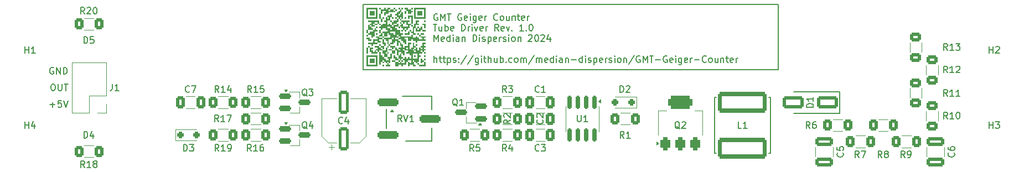
<source format=gbr>
G04 #@! TF.GenerationSoftware,KiCad,Pcbnew,8.0.4-8.0.4-0~ubuntu22.04.1*
G04 #@! TF.CreationDate,2024-09-06T14:34:06+02:00*
G04 #@! TF.ProjectId,Tube Driver,54756265-2044-4726-9976-65722e6b6963,1.0*
G04 #@! TF.SameCoordinates,Original*
G04 #@! TF.FileFunction,Legend,Top*
G04 #@! TF.FilePolarity,Positive*
%FSLAX46Y46*%
G04 Gerber Fmt 4.6, Leading zero omitted, Abs format (unit mm)*
G04 Created by KiCad (PCBNEW 8.0.4-8.0.4-0~ubuntu22.04.1) date 2024-09-06 14:34:06*
%MOMM*%
%LPD*%
G01*
G04 APERTURE LIST*
G04 Aperture macros list*
%AMRoundRect*
0 Rectangle with rounded corners*
0 $1 Rounding radius*
0 $2 $3 $4 $5 $6 $7 $8 $9 X,Y pos of 4 corners*
0 Add a 4 corners polygon primitive as box body*
4,1,4,$2,$3,$4,$5,$6,$7,$8,$9,$2,$3,0*
0 Add four circle primitives for the rounded corners*
1,1,$1+$1,$2,$3*
1,1,$1+$1,$4,$5*
1,1,$1+$1,$6,$7*
1,1,$1+$1,$8,$9*
0 Add four rect primitives between the rounded corners*
20,1,$1+$1,$2,$3,$4,$5,0*
20,1,$1+$1,$4,$5,$6,$7,0*
20,1,$1+$1,$6,$7,$8,$9,0*
20,1,$1+$1,$8,$9,$2,$3,0*%
G04 Aperture macros list end*
%ADD10C,0.000000*%
%ADD11C,0.150000*%
%ADD12C,0.120000*%
%ADD13RoundRect,0.250000X-0.400000X-0.625000X0.400000X-0.625000X0.400000X0.625000X-0.400000X0.625000X0*%
%ADD14RoundRect,0.250000X-1.100000X0.412500X-1.100000X-0.412500X1.100000X-0.412500X1.100000X0.412500X0*%
%ADD15RoundRect,0.250000X0.412500X0.650000X-0.412500X0.650000X-0.412500X-0.650000X0.412500X-0.650000X0*%
%ADD16RoundRect,0.250000X-0.412500X-0.650000X0.412500X-0.650000X0.412500X0.650000X-0.412500X0.650000X0*%
%ADD17RoundRect,0.200000X0.750000X0.200000X-0.750000X0.200000X-0.750000X-0.200000X0.750000X-0.200000X0*%
%ADD18RoundRect,0.250000X0.625000X-0.400000X0.625000X0.400000X-0.625000X0.400000X-0.625000X-0.400000X0*%
%ADD19RoundRect,0.375000X0.375000X-0.625000X0.375000X0.625000X-0.375000X0.625000X-0.375000X-0.625000X0*%
%ADD20RoundRect,0.500000X1.400000X-0.500000X1.400000X0.500000X-1.400000X0.500000X-1.400000X-0.500000X0*%
%ADD21RoundRect,0.250000X0.250000X0.250000X-0.250000X0.250000X-0.250000X-0.250000X0.250000X-0.250000X0*%
%ADD22RoundRect,0.250000X0.400000X0.625000X-0.400000X0.625000X-0.400000X-0.625000X0.400000X-0.625000X0*%
%ADD23RoundRect,0.250000X-0.250000X-0.250000X0.250000X-0.250000X0.250000X0.250000X-0.250000X0.250000X0*%
%ADD24R,1.700000X1.700000*%
%ADD25O,1.700000X1.700000*%
%ADD26RoundRect,0.300000X-1.350000X-0.300000X1.350000X-0.300000X1.350000X0.300000X-1.350000X0.300000X0*%
%ADD27RoundRect,0.150000X-0.150000X0.825000X-0.150000X-0.825000X0.150000X-0.825000X0.150000X0.825000X0*%
%ADD28C,0.800000*%
%ADD29C,6.400000*%
%ADD30RoundRect,0.320000X3.430000X-1.280000X3.430000X1.280000X-3.430000X1.280000X-3.430000X-1.280000X0*%
%ADD31RoundRect,0.250000X1.375000X0.650000X-1.375000X0.650000X-1.375000X-0.650000X1.375000X-0.650000X0*%
%ADD32RoundRect,0.250000X0.550000X-1.500000X0.550000X1.500000X-0.550000X1.500000X-0.550000X-1.500000X0*%
%ADD33RoundRect,0.200000X-0.750000X-0.200000X0.750000X-0.200000X0.750000X0.200000X-0.750000X0.200000X0*%
%ADD34R,4.000000X4.000000*%
%ADD35C,4.000000*%
G04 APERTURE END LIST*
D10*
G36*
X131850735Y-94229887D02*
G01*
X132093973Y-94229887D01*
X132093973Y-95202805D01*
X131850735Y-95202805D01*
X131850735Y-95446028D01*
X131607626Y-95446028D01*
X131607626Y-95202791D01*
X131850864Y-95202791D01*
X131850864Y-94959553D01*
X131607626Y-94959553D01*
X131607626Y-95202791D01*
X131364388Y-95202791D01*
X131364388Y-95689277D01*
X131121151Y-95689277D01*
X131121151Y-95932506D01*
X131364377Y-95932506D01*
X131364377Y-96418992D01*
X130877892Y-96418992D01*
X130877892Y-96662229D01*
X131121129Y-96662229D01*
X131121129Y-96905467D01*
X131607615Y-96905467D01*
X131607615Y-97391953D01*
X132094101Y-97391953D01*
X132094101Y-97635190D01*
X131850863Y-97635190D01*
X131850863Y-97878428D01*
X133310267Y-97878428D01*
X133310288Y-97756749D01*
X133310288Y-97635132D01*
X133553526Y-97635132D01*
X133553526Y-97391894D01*
X133310288Y-97391894D01*
X133310288Y-97148657D01*
X133067093Y-97148657D01*
X133067093Y-96905419D01*
X133310331Y-96905419D01*
X133310331Y-97148657D01*
X133553526Y-97148657D01*
X133553526Y-96419001D01*
X133796635Y-96419001D01*
X133796635Y-95932515D01*
X134039873Y-95932515D01*
X134039873Y-95446029D01*
X134526358Y-95446029D01*
X134526358Y-95689267D01*
X134283120Y-95689267D01*
X134283120Y-95932504D01*
X134526358Y-95932504D01*
X134526358Y-96175742D01*
X134039873Y-96175742D01*
X134039873Y-96662228D01*
X134283048Y-96662228D01*
X134283048Y-96905374D01*
X134526286Y-96905374D01*
X134526286Y-96662136D01*
X134283110Y-96662136D01*
X134283110Y-96662228D01*
X134283048Y-96662228D01*
X134283048Y-96662136D01*
X134283110Y-96662136D01*
X134283110Y-96418990D01*
X134526348Y-96418990D01*
X134526348Y-96662228D01*
X134769586Y-96662228D01*
X134769586Y-96418990D01*
X135012823Y-96418990D01*
X135012823Y-96905476D01*
X134769585Y-96905476D01*
X134769585Y-97148713D01*
X134039870Y-97148713D01*
X134039870Y-96662228D01*
X133796632Y-96662228D01*
X133796632Y-97391943D01*
X134039870Y-97391943D01*
X134039870Y-97635180D01*
X133553384Y-97635180D01*
X133553384Y-98121666D01*
X134039870Y-98121666D01*
X134039870Y-97878428D01*
X134283108Y-97878428D01*
X134283108Y-98121666D01*
X134526346Y-98121666D01*
X134526346Y-98364904D01*
X135012831Y-98364904D01*
X135012831Y-98121666D01*
X134769593Y-98121666D01*
X134769593Y-97878428D01*
X135499308Y-97878428D01*
X135499308Y-98121666D01*
X135256071Y-98121666D01*
X135256071Y-98364904D01*
X135499308Y-98364904D01*
X135499308Y-98608141D01*
X134283134Y-98608141D01*
X134283134Y-98851379D01*
X134039896Y-98851379D01*
X134039896Y-98608141D01*
X133553411Y-98608141D01*
X133553411Y-98364904D01*
X133310173Y-98364904D01*
X133310173Y-98608141D01*
X132823687Y-98608141D01*
X132823687Y-98121656D01*
X132337202Y-98121656D01*
X132337202Y-98364894D01*
X132580440Y-98364894D01*
X132580440Y-99094609D01*
X132337202Y-99094609D01*
X132337202Y-98851371D01*
X132093964Y-98851371D01*
X132093964Y-98608133D01*
X131850726Y-98608133D01*
X131850726Y-98364896D01*
X131364241Y-98364896D01*
X131364241Y-98608133D01*
X131607479Y-98608133D01*
X131607479Y-98851264D01*
X131364450Y-98851264D01*
X131364450Y-99337749D01*
X131121213Y-99337749D01*
X131121213Y-98608034D01*
X130877975Y-98608034D01*
X130877975Y-98851272D01*
X130634737Y-98851272D01*
X130634737Y-99094510D01*
X130148251Y-99094510D01*
X130148251Y-98851272D01*
X130391489Y-98851272D01*
X130391489Y-98364855D01*
X130391489Y-98364786D01*
X130634727Y-98364786D01*
X130634727Y-98121617D01*
X130877992Y-98121617D01*
X130877992Y-98364855D01*
X131364477Y-98364855D01*
X131364477Y-98121617D01*
X131607715Y-98121617D01*
X131607715Y-97878379D01*
X131364477Y-97878379D01*
X131364477Y-98121617D01*
X130877992Y-98121617D01*
X130634727Y-98121617D01*
X130634727Y-98121549D01*
X130391489Y-98121549D01*
X130391489Y-98364786D01*
X129905003Y-98364786D01*
X129905003Y-99094501D01*
X129661766Y-99094501D01*
X129661766Y-98608016D01*
X129418528Y-98608016D01*
X129418528Y-98364778D01*
X129175291Y-98364778D01*
X129175291Y-98121540D01*
X130148209Y-98121540D01*
X130148209Y-97878379D01*
X130148209Y-97635142D01*
X131121240Y-97635142D01*
X131121240Y-97878379D01*
X131364477Y-97878379D01*
X131364477Y-97635142D01*
X131121240Y-97635142D01*
X130148209Y-97635142D01*
X130148209Y-97635055D01*
X129904972Y-97635055D01*
X129904972Y-97391857D01*
X129904972Y-97391817D01*
X129661735Y-97391817D01*
X129661735Y-97878303D01*
X129175249Y-97878303D01*
X129175249Y-97391817D01*
X128932011Y-97391817D01*
X128932011Y-97148619D01*
X130148258Y-97148619D01*
X130148258Y-97391857D01*
X130634744Y-97391857D01*
X130634744Y-97635094D01*
X130877981Y-97635094D01*
X130877973Y-97391857D01*
X130877973Y-97148619D01*
X130148258Y-97148619D01*
X128932011Y-97148619D01*
X128932011Y-97148579D01*
X129661727Y-97148579D01*
X129661727Y-96905374D01*
X129661727Y-96905342D01*
X129418489Y-96905342D01*
X129418489Y-96662136D01*
X129418489Y-96662105D01*
X128932003Y-96662105D01*
X128932003Y-96905342D01*
X128688766Y-96905342D01*
X128688766Y-97391828D01*
X128932003Y-97391828D01*
X128932003Y-97878313D01*
X128445517Y-97878313D01*
X128445517Y-98121551D01*
X128932003Y-98121551D01*
X128932003Y-98364789D01*
X129175241Y-98364789D01*
X129175241Y-98851274D01*
X129418478Y-98851274D01*
X129418478Y-99337760D01*
X129175241Y-99337760D01*
X129175241Y-99824245D01*
X128932003Y-99824245D01*
X128932003Y-99581008D01*
X128688766Y-99581008D01*
X128688766Y-99824245D01*
X128932003Y-99824245D01*
X128932003Y-100067483D01*
X128445517Y-100067483D01*
X128445517Y-100310721D01*
X128688755Y-100310721D01*
X128688755Y-100797206D01*
X128931992Y-100797206D01*
X128931992Y-101040444D01*
X129175230Y-101040444D01*
X129175230Y-101283682D01*
X129418467Y-101283682D01*
X129418467Y-101526920D01*
X129904953Y-101526920D01*
X129904993Y-101405299D01*
X129904993Y-101283681D01*
X129661756Y-101283681D01*
X129661756Y-101040444D01*
X130148241Y-101040444D01*
X130148241Y-100553958D01*
X130391479Y-100553958D01*
X130391479Y-100067478D01*
X129904993Y-100067478D01*
X129904993Y-99824240D01*
X130391479Y-99824240D01*
X130391479Y-100067472D01*
X130877965Y-100067472D01*
X130877965Y-100067462D01*
X130877965Y-99580987D01*
X131121203Y-99580987D01*
X131121203Y-99824225D01*
X131364440Y-99824225D01*
X131364440Y-100067462D01*
X131607678Y-100067462D01*
X131607678Y-99824235D01*
X132093969Y-99824235D01*
X132093969Y-100067472D01*
X132337207Y-100067472D01*
X132337207Y-99824259D01*
X132337207Y-99824235D01*
X132093969Y-99824235D01*
X131607678Y-99824235D01*
X131607678Y-99824225D01*
X131364440Y-99824225D01*
X131364440Y-99580987D01*
X131850926Y-99580987D01*
X131850926Y-99337749D01*
X131607688Y-99337749D01*
X131607688Y-98851371D01*
X131850716Y-98851371D01*
X131850716Y-99094609D01*
X132093954Y-99094609D01*
X132093954Y-99581095D01*
X132337192Y-99581095D01*
X132337192Y-99581021D01*
X132580723Y-99581021D01*
X132580723Y-99824259D01*
X132823961Y-99824259D01*
X132823961Y-99581021D01*
X132580723Y-99581021D01*
X132337192Y-99581021D01*
X132337192Y-99337857D01*
X132823677Y-99337857D01*
X132823677Y-98851371D01*
X133310163Y-98851371D01*
X133310163Y-99094609D01*
X133066925Y-99094609D01*
X133066925Y-99824324D01*
X133310163Y-99824324D01*
X133310163Y-99824269D01*
X133553660Y-99824269D01*
X133553660Y-100067507D01*
X133796898Y-100067507D01*
X133796898Y-100310745D01*
X134040136Y-100310745D01*
X134040136Y-100067507D01*
X133796898Y-100067507D01*
X133796898Y-99824269D01*
X133553660Y-99824269D01*
X133310163Y-99824269D01*
X133310163Y-99581087D01*
X133553401Y-99581087D01*
X133553401Y-98851371D01*
X133796638Y-98851371D01*
X133796638Y-99337857D01*
X134039876Y-99337857D01*
X134039876Y-99581031D01*
X133796898Y-99581031D01*
X133796898Y-99824269D01*
X134040136Y-99824269D01*
X134040136Y-99581095D01*
X134283114Y-99581095D01*
X134283114Y-100067580D01*
X134526352Y-100067580D01*
X134526352Y-100067507D01*
X134769816Y-100067507D01*
X134769816Y-100310745D01*
X135013055Y-100310745D01*
X135013055Y-100067507D01*
X134769816Y-100067507D01*
X134526352Y-100067507D01*
X134526352Y-99824259D01*
X134526352Y-99581095D01*
X134769589Y-99581095D01*
X134769589Y-99581021D01*
X134769816Y-99581021D01*
X134769816Y-99824259D01*
X135013055Y-99824259D01*
X135013055Y-99581021D01*
X134769816Y-99581021D01*
X134769589Y-99581021D01*
X134769589Y-99337857D01*
X135012827Y-99337857D01*
X135012827Y-98851371D01*
X135499313Y-98851371D01*
X135499313Y-99094609D01*
X135256075Y-99094609D01*
X135256075Y-99337847D01*
X135499313Y-99337847D01*
X135499313Y-99581084D01*
X135256075Y-99581084D01*
X135256075Y-99824322D01*
X135499313Y-99824322D01*
X135499313Y-100067560D01*
X135256075Y-100067560D01*
X135256075Y-100310798D01*
X135012837Y-100310798D01*
X135012837Y-100554035D01*
X134526352Y-100554035D01*
X134526352Y-100797273D01*
X134769589Y-100797273D01*
X134769589Y-101040511D01*
X134526352Y-101040511D01*
X134526352Y-101770226D01*
X134283114Y-101770226D01*
X134283114Y-102013453D01*
X134039910Y-102013453D01*
X134039910Y-101770215D01*
X133796673Y-101770215D01*
X133796673Y-102256701D01*
X134039910Y-102256701D01*
X134039910Y-102499938D01*
X133553425Y-102499938D01*
X133553425Y-102256701D01*
X133066940Y-102256701D01*
X133066940Y-102499938D01*
X132823702Y-102499938D01*
X132823702Y-101770223D01*
X132580464Y-101770223D01*
X132580464Y-102256710D01*
X132093978Y-102256710D01*
X132093978Y-102499947D01*
X131850741Y-102499947D01*
X131850741Y-102256710D01*
X131364255Y-102256710D01*
X131364255Y-102499947D01*
X130877770Y-102499947D01*
X130877770Y-101770232D01*
X130391284Y-101770232D01*
X130391284Y-101526994D01*
X130877760Y-101526994D01*
X130877760Y-101770159D01*
X131364246Y-101770159D01*
X131364246Y-102013397D01*
X131607483Y-102013397D01*
X131607503Y-101891775D01*
X131607503Y-101770157D01*
X131850741Y-101770157D01*
X131850741Y-102013395D01*
X132337227Y-102013395D01*
X132337227Y-101770153D01*
X132337227Y-101526916D01*
X132823670Y-101526916D01*
X132823670Y-101770153D01*
X133066908Y-101770153D01*
X133066908Y-102013392D01*
X133310145Y-102013392D01*
X133310156Y-101770157D01*
X133310156Y-101770153D01*
X133310156Y-101526919D01*
X133553482Y-101526919D01*
X133553482Y-101770157D01*
X133796720Y-101770157D01*
X133796720Y-101526919D01*
X133553482Y-101526919D01*
X133310156Y-101526919D01*
X133310156Y-101526916D01*
X132823670Y-101526916D01*
X132337227Y-101526916D01*
X132337227Y-101526909D01*
X132093989Y-101526909D01*
X132093989Y-101283697D01*
X132093989Y-101283671D01*
X132337227Y-101283671D01*
X132337227Y-101040434D01*
X132580465Y-101040434D01*
X132580465Y-101283671D01*
X132823702Y-101283671D01*
X132823702Y-101040434D01*
X133066940Y-101040434D01*
X133066940Y-101283671D01*
X133310177Y-101283671D01*
X133310177Y-100797186D01*
X133066940Y-100797186D01*
X133066940Y-100553982D01*
X133553491Y-100553982D01*
X133553491Y-101283697D01*
X134283206Y-101283697D01*
X134283206Y-100553982D01*
X133553491Y-100553982D01*
X133066940Y-100553982D01*
X133066940Y-100553948D01*
X132580454Y-100553948D01*
X132580454Y-100310745D01*
X132580454Y-100310710D01*
X132823692Y-100310710D01*
X132823692Y-100067507D01*
X132823692Y-100067472D01*
X132337207Y-100067472D01*
X132337207Y-100797188D01*
X132093969Y-100797188D01*
X132093969Y-100553950D01*
X131850731Y-100553950D01*
X131850731Y-100310712D01*
X131364246Y-100310712D01*
X131364246Y-100797198D01*
X131607483Y-100797198D01*
X131607483Y-100553960D01*
X131850721Y-100553960D01*
X131850721Y-101040446D01*
X132093959Y-101040446D01*
X132093959Y-101283683D01*
X131850721Y-101283683D01*
X131850721Y-101526921D01*
X131607503Y-101526921D01*
X131607503Y-101770157D01*
X131364266Y-101770157D01*
X131364266Y-101526919D01*
X131607483Y-101526919D01*
X131607483Y-101283683D01*
X131364246Y-101283683D01*
X131364246Y-101526921D01*
X130877770Y-101526921D01*
X130877770Y-101526994D01*
X130877760Y-101526994D01*
X130877760Y-101526921D01*
X130877770Y-101526921D01*
X130877770Y-101283756D01*
X130634532Y-101283756D01*
X130634532Y-100797271D01*
X130877770Y-100797271D01*
X130877770Y-101040508D01*
X131121007Y-101040508D01*
X131121007Y-101283746D01*
X131364245Y-101283746D01*
X131364245Y-100797260D01*
X131121007Y-100797260D01*
X131121007Y-100067545D01*
X130877770Y-100067545D01*
X130877770Y-100554031D01*
X130391284Y-100554031D01*
X130391284Y-101283746D01*
X130148046Y-101283746D01*
X130148046Y-102013462D01*
X129904809Y-102013462D01*
X129904809Y-102256699D01*
X130148046Y-102256699D01*
X130148046Y-102499937D01*
X129418357Y-102499937D01*
X129418384Y-102378260D01*
X129418384Y-102256643D01*
X129661621Y-102256643D01*
X129661621Y-102013404D01*
X129418384Y-102013404D01*
X129418384Y-102013395D01*
X129418384Y-101770167D01*
X129175146Y-101770167D01*
X129175146Y-102013404D01*
X128931909Y-102013404D01*
X128931909Y-101770167D01*
X128688671Y-101770167D01*
X128688671Y-102256652D01*
X128445433Y-102256652D01*
X128445433Y-101770157D01*
X128445433Y-101526919D01*
X128932040Y-101526919D01*
X128932040Y-101770157D01*
X129175278Y-101770157D01*
X129661632Y-101770157D01*
X129661632Y-102013395D01*
X129904869Y-102013395D01*
X129904869Y-101770157D01*
X129661632Y-101770157D01*
X129175278Y-101770157D01*
X129175278Y-101526919D01*
X128932040Y-101526919D01*
X128445433Y-101526919D01*
X128445433Y-100310842D01*
X128202196Y-100310842D01*
X128202196Y-100554080D01*
X127229277Y-100554080D01*
X127229277Y-100310842D01*
X126986040Y-100310842D01*
X126986040Y-99581127D01*
X127472525Y-99581127D01*
X127472525Y-99824365D01*
X127229288Y-99824365D01*
X127229288Y-100067602D01*
X127472525Y-100067602D01*
X127472525Y-100310840D01*
X127715763Y-100310840D01*
X127715763Y-100310745D01*
X127715763Y-100067602D01*
X127959001Y-100067602D01*
X127959001Y-100067507D01*
X127959175Y-100067507D01*
X127959175Y-100310745D01*
X128202413Y-100310745D01*
X128202413Y-100067507D01*
X127959175Y-100067507D01*
X127959001Y-100067507D01*
X127959001Y-99824365D01*
X128202238Y-99824365D01*
X128202238Y-99581127D01*
X127715752Y-99581127D01*
X127715752Y-99337889D01*
X128445468Y-99337889D01*
X128445468Y-99094651D01*
X128688705Y-99094651D01*
X128688705Y-99337770D01*
X128445528Y-99337770D01*
X128445528Y-99581008D01*
X128688766Y-99581008D01*
X128688766Y-99337889D01*
X129175191Y-99337889D01*
X129175191Y-99094651D01*
X128931954Y-99094651D01*
X128931954Y-98364936D01*
X128445468Y-98364936D01*
X128445468Y-98608174D01*
X128688705Y-98608174D01*
X128688705Y-98851412D01*
X128202220Y-98851412D01*
X128202220Y-99094649D01*
X127472504Y-99094649D01*
X127472504Y-99337887D01*
X127229267Y-99337887D01*
X127229267Y-99094649D01*
X126742781Y-99094649D01*
X126742781Y-98851412D01*
X127472496Y-98851412D01*
X127472496Y-98851340D01*
X127472496Y-98608103D01*
X127715980Y-98608103D01*
X127715980Y-98851340D01*
X128202466Y-98851340D01*
X128202466Y-98608103D01*
X127715980Y-98608103D01*
X127472496Y-98608103D01*
X127472496Y-98364926D01*
X128202211Y-98364926D01*
X128202211Y-98121688D01*
X127958974Y-98121688D01*
X127958974Y-97878450D01*
X128445460Y-97878450D01*
X128445460Y-97635213D01*
X128688697Y-97635213D01*
X128688697Y-97391976D01*
X128445459Y-97391976D01*
X128445459Y-96905490D01*
X128688697Y-96905490D01*
X128688697Y-96662252D01*
X128445459Y-96662252D01*
X128445459Y-96419015D01*
X128688697Y-96419015D01*
X128688697Y-96418899D01*
X129661685Y-96418899D01*
X129661685Y-96662136D01*
X130148171Y-96662136D01*
X130148171Y-96905374D01*
X130391408Y-96905374D01*
X130391408Y-96662136D01*
X130148171Y-96662136D01*
X130148171Y-96418899D01*
X129661685Y-96418899D01*
X128688697Y-96418899D01*
X128688697Y-96175777D01*
X128445459Y-96175777D01*
X128445459Y-95932540D01*
X128202222Y-95932540D01*
X128202222Y-96175777D01*
X127715736Y-96175777D01*
X127715736Y-96419015D01*
X127229250Y-96419015D01*
X127229250Y-96662252D01*
X127472488Y-96662252D01*
X127472488Y-96905384D01*
X126743017Y-96905384D01*
X126743017Y-97391870D01*
X126986254Y-97391870D01*
X126986246Y-97270239D01*
X126986246Y-97148622D01*
X127472732Y-97148622D01*
X127472732Y-96905490D01*
X127715725Y-96905490D01*
X127715725Y-96662252D01*
X127958963Y-96662252D01*
X127958963Y-96905490D01*
X128202201Y-96905490D01*
X128202201Y-97148727D01*
X127715715Y-97148727D01*
X127715715Y-97878443D01*
X127472477Y-97878443D01*
X127472477Y-98121680D01*
X127229240Y-98121680D01*
X127229240Y-97635194D01*
X126742754Y-97635194D01*
X126742754Y-97391957D01*
X126499516Y-97391957D01*
X126499516Y-96905471D01*
X126742754Y-96905471D01*
X126742754Y-96175756D01*
X126985895Y-96175756D01*
X126985895Y-96418888D01*
X127229132Y-96418888D01*
X127229132Y-96175650D01*
X126985991Y-96175650D01*
X126985991Y-96175756D01*
X126985895Y-96175756D01*
X126985895Y-96175650D01*
X126985991Y-96175650D01*
X126985991Y-95932518D01*
X127229229Y-95932518D01*
X127229229Y-95932413D01*
X127472381Y-95932413D01*
X127472381Y-96175650D01*
X127715618Y-96175650D01*
X127715618Y-95932413D01*
X128202104Y-95932413D01*
X128202104Y-95689175D01*
X127715618Y-95689175D01*
X127715618Y-95932413D01*
X127472381Y-95932413D01*
X127229229Y-95932413D01*
X127229229Y-95689281D01*
X126742743Y-95689281D01*
X126742743Y-95446043D01*
X128445377Y-95446043D01*
X128445377Y-95932529D01*
X128688615Y-95932529D01*
X128688615Y-96175766D01*
X128931852Y-96175766D01*
X128931852Y-95932529D01*
X129418338Y-95932529D01*
X129418338Y-95689291D01*
X129175100Y-95689291D01*
X129175100Y-95446054D01*
X129418338Y-95446054D01*
X129418338Y-94959568D01*
X129661474Y-94959568D01*
X129661474Y-95202732D01*
X129904711Y-95202732D01*
X129904711Y-94959494D01*
X129661575Y-94959494D01*
X129661575Y-94959568D01*
X129661474Y-94959568D01*
X129661474Y-94959494D01*
X129661575Y-94959494D01*
X129661575Y-94716330D01*
X130148061Y-94716330D01*
X130148061Y-94473093D01*
X130391299Y-94473093D01*
X130391299Y-94959579D01*
X130148061Y-94959579D01*
X130148061Y-95446028D01*
X129661704Y-95446028D01*
X129661704Y-96175744D01*
X129904941Y-96175744D01*
X129904941Y-95932506D01*
X130148179Y-95932506D01*
X130148179Y-96175744D01*
X130391416Y-96175744D01*
X130391416Y-96418981D01*
X130634654Y-96418981D01*
X130634654Y-96175752D01*
X130391427Y-96175752D01*
X130391427Y-96175744D01*
X130391427Y-95932514D01*
X130634665Y-95932514D01*
X130634665Y-96175744D01*
X131121139Y-96175744D01*
X131121139Y-95932514D01*
X130634665Y-95932514D01*
X130391427Y-95932514D01*
X130391427Y-95689302D01*
X130634536Y-95689302D01*
X130634536Y-95446064D01*
X131121022Y-95446064D01*
X131121022Y-95202827D01*
X130877784Y-95202827D01*
X130877784Y-95202791D01*
X130877784Y-94959589D01*
X131121022Y-94959589D01*
X131121022Y-94959553D01*
X131121151Y-94959553D01*
X131121151Y-95202791D01*
X131364388Y-95202791D01*
X131364388Y-94959553D01*
X131121151Y-94959553D01*
X131121022Y-94959553D01*
X131121022Y-94716351D01*
X130877784Y-94716351D01*
X130877784Y-94716246D01*
X130877784Y-94473114D01*
X131121022Y-94473114D01*
X131121022Y-94473008D01*
X131364108Y-94473008D01*
X131364108Y-94716246D01*
X131607345Y-94716246D01*
X131607345Y-94473008D01*
X131850583Y-94473008D01*
X131850583Y-94229771D01*
X131607345Y-94229771D01*
X131607345Y-94473008D01*
X131364108Y-94473008D01*
X131121022Y-94473008D01*
X131121022Y-94229876D01*
X131364259Y-94229876D01*
X131364259Y-93986639D01*
X131607497Y-93986639D01*
X131607497Y-93743401D01*
X131850735Y-93743401D01*
X131850735Y-94229887D01*
G37*
G36*
X133553932Y-93743224D02*
G01*
X133310694Y-93743224D01*
X133310694Y-93499986D01*
X133553932Y-93499986D01*
X133553932Y-93743224D01*
G37*
G36*
X130148239Y-99337765D02*
G01*
X129905004Y-99337765D01*
X129905004Y-99581003D01*
X129661767Y-99581003D01*
X129661767Y-100310718D01*
X129905004Y-100310718D01*
X129905004Y-100553956D01*
X129661767Y-100553956D01*
X129661767Y-101040441D01*
X129175281Y-101040441D01*
X129175278Y-100797212D01*
X129175278Y-100553974D01*
X128932040Y-100553974D01*
X128932040Y-100310737D01*
X129418526Y-100310737D01*
X129418526Y-100553974D01*
X129661764Y-100553974D01*
X129661764Y-100310737D01*
X129418526Y-100310737D01*
X128932040Y-100310737D01*
X128932040Y-100067488D01*
X129418526Y-100067488D01*
X129418526Y-99581003D01*
X129661764Y-99581003D01*
X129661764Y-99337765D01*
X129905001Y-99337765D01*
X129905001Y-99094527D01*
X130148239Y-99094527D01*
X130148239Y-99337765D01*
G37*
G36*
X133553397Y-95932526D02*
G01*
X133310159Y-95932526D01*
X133310159Y-96175730D01*
X133067050Y-96175730D01*
X133067050Y-96662216D01*
X132823813Y-96662216D01*
X132823813Y-96905453D01*
X132580607Y-96905453D01*
X132580607Y-97148646D01*
X132337370Y-97148646D01*
X132337370Y-96905408D01*
X132580575Y-96905408D01*
X132580575Y-96662216D01*
X132337337Y-96662216D01*
X132337337Y-96905453D01*
X132094122Y-96905453D01*
X132094122Y-97148646D01*
X131850884Y-97148646D01*
X131850884Y-96905408D01*
X132094099Y-96905408D01*
X132094099Y-96662216D01*
X131850862Y-96662216D01*
X131850862Y-96418978D01*
X131607689Y-96418978D01*
X131607689Y-96662160D01*
X131364451Y-96662160D01*
X131364451Y-96418922D01*
X131607624Y-96418922D01*
X131607624Y-96175741D01*
X131850862Y-96175741D01*
X131850862Y-95932504D01*
X132094099Y-95932504D01*
X132094099Y-96418989D01*
X132823815Y-96418989D01*
X132823815Y-96175752D01*
X132580577Y-96175752D01*
X132580577Y-95689266D01*
X132337339Y-95689266D01*
X132337339Y-95932504D01*
X132094102Y-95932504D01*
X132094102Y-95689266D01*
X131850926Y-95689266D01*
X131850926Y-95932445D01*
X131607689Y-95932445D01*
X131607689Y-95689207D01*
X131850864Y-95689207D01*
X131850864Y-95446043D01*
X133066909Y-95446043D01*
X133066909Y-95689281D01*
X132823672Y-95689281D01*
X132823672Y-95932518D01*
X133310157Y-95932518D01*
X133310157Y-94959600D01*
X133066919Y-94959600D01*
X133066919Y-95202837D01*
X132823682Y-95202837D01*
X132823682Y-94716351D01*
X133553397Y-94716351D01*
X133553397Y-95932526D01*
G37*
G36*
X132093989Y-101770157D02*
G01*
X131850751Y-101770157D01*
X131850751Y-101526919D01*
X132093989Y-101526919D01*
X132093989Y-101770157D01*
G37*
G36*
X128688908Y-93743221D02*
G01*
X128445671Y-93743221D01*
X128445671Y-93499984D01*
X128688908Y-93499984D01*
X128688908Y-93743221D01*
G37*
G36*
X132824209Y-93743224D02*
G01*
X133310694Y-93743224D01*
X133310694Y-93986462D01*
X133553932Y-93986462D01*
X133553932Y-94229699D01*
X133310694Y-94229699D01*
X133310694Y-94472937D01*
X132824209Y-94472937D01*
X132824209Y-93986451D01*
X132580971Y-93986451D01*
X132580971Y-94472937D01*
X132337733Y-94472937D01*
X132337723Y-94229699D01*
X132337723Y-93986462D01*
X132580961Y-93986462D01*
X132580961Y-93743224D01*
X132337723Y-93743224D01*
X132337723Y-93499986D01*
X132824209Y-93499986D01*
X132824209Y-93743224D01*
G37*
D11*
X126000000Y-93000000D02*
X189500000Y-93000000D01*
X189500000Y-103000000D01*
X126000000Y-103000000D01*
X126000000Y-93000000D01*
D10*
G36*
X130634536Y-95202816D02*
G01*
X130391299Y-95202816D01*
X130391299Y-94959579D01*
X130634536Y-94959579D01*
X130634536Y-95202816D01*
G37*
G36*
X135499304Y-101526976D02*
G01*
X135256067Y-101526976D01*
X135256067Y-101283738D01*
X135499304Y-101283738D01*
X135499304Y-101526976D01*
G37*
G36*
X126742754Y-97878432D02*
G01*
X126499516Y-97878432D01*
X126499516Y-97635194D01*
X126742754Y-97635194D01*
X126742754Y-97878432D01*
G37*
G36*
X135256079Y-97635191D02*
G01*
X134769593Y-97635191D01*
X134769593Y-97391953D01*
X135256079Y-97391953D01*
X135256079Y-97635191D01*
G37*
G36*
X127715802Y-102013402D02*
G01*
X126986087Y-102013402D01*
X126986087Y-101648545D01*
X126986087Y-101283687D01*
X127715802Y-101283687D01*
X127715802Y-102013402D01*
G37*
G36*
X135499313Y-100554035D02*
G01*
X135256075Y-100554035D01*
X135256075Y-100310798D01*
X135499313Y-100310798D01*
X135499313Y-100554035D01*
G37*
G36*
X128202235Y-102499862D02*
G01*
X126499601Y-102499862D01*
X126499601Y-102256632D01*
X126499601Y-101648545D01*
X126499601Y-101040457D01*
X126742831Y-101040457D01*
X126742831Y-102256632D01*
X127959006Y-102256632D01*
X127959006Y-101040457D01*
X126742831Y-101040457D01*
X126499601Y-101040457D01*
X126499601Y-100797228D01*
X128202235Y-100797228D01*
X128202235Y-102499862D01*
G37*
G36*
X133553397Y-96418968D02*
G01*
X133310288Y-96418968D01*
X133310288Y-96175764D01*
X133553397Y-96175764D01*
X133553397Y-96418968D01*
G37*
G36*
X134039958Y-101040460D02*
G01*
X133796721Y-101040460D01*
X133796721Y-100797222D01*
X134039958Y-100797222D01*
X134039958Y-101040460D01*
G37*
G36*
X134526355Y-97635191D02*
G01*
X134283118Y-97635191D01*
X134283118Y-97391953D01*
X134526355Y-97391953D01*
X134526355Y-97635191D01*
G37*
G36*
X131850864Y-95446043D02*
G01*
X131850735Y-95446043D01*
X131850735Y-95446028D01*
X131850864Y-95446028D01*
X131850864Y-95446043D01*
G37*
G36*
X128202166Y-97634975D02*
G01*
X127958928Y-97634975D01*
X127958928Y-97391737D01*
X128202166Y-97391737D01*
X128202166Y-97634975D01*
G37*
G36*
X126986040Y-99581127D02*
G01*
X126742802Y-99581127D01*
X126742802Y-99337889D01*
X126986040Y-99337889D01*
X126986040Y-99581127D01*
G37*
G36*
X131607497Y-93743401D02*
G01*
X131364259Y-93743401D01*
X131364259Y-93500164D01*
X131607497Y-93500164D01*
X131607497Y-93743401D01*
G37*
G36*
X135499160Y-101040270D02*
G01*
X135255922Y-101040270D01*
X135255922Y-100797032D01*
X135499160Y-100797032D01*
X135499160Y-101040270D01*
G37*
G36*
X128202201Y-96662252D02*
G01*
X127958963Y-96662252D01*
X127958963Y-96419015D01*
X128202201Y-96419015D01*
X128202201Y-96662252D01*
G37*
G36*
X132093973Y-93743401D02*
G01*
X131850735Y-93743401D01*
X131850735Y-93500164D01*
X132093973Y-93500164D01*
X132093973Y-93743401D01*
G37*
G36*
X127472732Y-96905490D02*
G01*
X127472488Y-96905490D01*
X127472488Y-96905384D01*
X127472732Y-96905384D01*
X127472732Y-96905490D01*
G37*
G36*
X135013249Y-94716174D02*
G01*
X134283534Y-94716174D01*
X134283534Y-93986459D01*
X135013249Y-93986459D01*
X135013249Y-94716174D01*
G37*
G36*
X134283114Y-99337857D02*
G01*
X134039876Y-99337857D01*
X134039876Y-99094619D01*
X134283114Y-99094619D01*
X134283114Y-99337857D01*
G37*
G36*
X130391427Y-95689302D02*
G01*
X130391299Y-95689302D01*
X130391299Y-95689266D01*
X130391427Y-95689266D01*
X130391427Y-95689302D01*
G37*
G36*
X135499558Y-95689111D02*
G01*
X135256320Y-95689111D01*
X135256320Y-95445874D01*
X135499558Y-95445874D01*
X135499558Y-95689111D01*
G37*
G36*
X135499682Y-95202634D02*
G01*
X133797048Y-95202634D01*
X133797048Y-94959404D01*
X133797048Y-94351317D01*
X133797048Y-93743229D01*
X134040278Y-93743229D01*
X134040278Y-94959404D01*
X135256452Y-94959404D01*
X135256452Y-93743229D01*
X134040278Y-93743229D01*
X133797048Y-93743229D01*
X133797048Y-93500000D01*
X135499682Y-93500000D01*
X135499682Y-95202634D01*
G37*
G36*
X130391299Y-95689266D02*
G01*
X130148190Y-95689266D01*
X130148190Y-95446064D01*
X130391299Y-95446064D01*
X130391299Y-95689266D01*
G37*
G36*
X131607688Y-98851371D02*
G01*
X131607479Y-98851371D01*
X131607479Y-98851264D01*
X131607688Y-98851264D01*
X131607688Y-98851371D01*
G37*
G36*
X135012829Y-101526976D02*
G01*
X135256067Y-101526976D01*
X135256067Y-101770214D01*
X135499304Y-101770214D01*
X135499304Y-102499929D01*
X134526386Y-102499929D01*
X134526386Y-102256701D01*
X135256067Y-102256701D01*
X135256067Y-101770215D01*
X135012829Y-101770215D01*
X135012829Y-102013453D01*
X134769591Y-102013453D01*
X134769591Y-101283738D01*
X135012829Y-101283738D01*
X135012829Y-101526976D01*
G37*
G36*
X129175135Y-102499880D02*
G01*
X128931898Y-102499880D01*
X128931898Y-102256643D01*
X129175135Y-102256643D01*
X129175135Y-102499880D01*
G37*
G36*
X133553526Y-96419001D02*
G01*
X133553397Y-96419001D01*
X133553397Y-96418968D01*
X133553526Y-96418968D01*
X133553526Y-96419001D01*
G37*
G36*
X128688766Y-99337889D02*
G01*
X128688705Y-99337889D01*
X128688705Y-99337770D01*
X128688766Y-99337770D01*
X128688766Y-99337889D01*
G37*
G36*
X133310288Y-96175764D02*
G01*
X133310159Y-96175764D01*
X133310159Y-96175730D01*
X133310288Y-96175730D01*
X133310288Y-96175764D01*
G37*
G36*
X128202634Y-95202634D02*
G01*
X126500000Y-95202634D01*
X126500000Y-94959404D01*
X126500000Y-93743229D01*
X126743230Y-93743229D01*
X126743230Y-94959404D01*
X127959404Y-94959404D01*
X127959404Y-93743229D01*
X126743230Y-93743229D01*
X126500000Y-93743229D01*
X126500000Y-93500000D01*
X128202634Y-93500000D01*
X128202634Y-95202634D01*
G37*
G36*
X133067093Y-97635142D02*
G01*
X132337378Y-97635142D01*
X132337370Y-97513512D01*
X132337370Y-97391894D01*
X132823855Y-97391894D01*
X132823855Y-97148657D01*
X133067093Y-97148657D01*
X133067093Y-97635142D01*
G37*
G36*
X129175425Y-95202649D02*
G01*
X128932188Y-95202649D01*
X128932188Y-94959412D01*
X129175425Y-94959412D01*
X129175425Y-95202649D01*
G37*
G36*
X134283148Y-102013463D02*
G01*
X134283114Y-102013463D01*
X134283114Y-102013453D01*
X134283148Y-102013453D01*
X134283148Y-102013463D01*
G37*
G36*
X126986001Y-98364656D02*
G01*
X127229239Y-98364656D01*
X127229239Y-98607894D01*
X126742753Y-98607894D01*
X126742753Y-98364656D01*
X126499516Y-98364656D01*
X126499516Y-98121418D01*
X126986001Y-98121418D01*
X126986001Y-98364656D01*
G37*
G36*
X134040136Y-99581095D02*
G01*
X134039876Y-99581095D01*
X134039876Y-99581031D01*
X134040136Y-99581031D01*
X134040136Y-99581095D01*
G37*
G36*
X134769593Y-97878428D02*
G01*
X134526355Y-97878428D01*
X134526355Y-97635191D01*
X134769593Y-97635191D01*
X134769593Y-97878428D01*
G37*
G36*
X135499308Y-97148713D02*
G01*
X135012823Y-97148713D01*
X135012823Y-96905476D01*
X135499308Y-96905476D01*
X135499308Y-97148713D01*
G37*
G36*
X126742802Y-100554046D02*
G01*
X126499564Y-100554046D01*
X126499564Y-99581127D01*
X126742802Y-99581127D01*
X126742802Y-100554046D01*
G37*
G36*
X129418632Y-93743221D02*
G01*
X129661869Y-93743221D01*
X129661869Y-93499984D01*
X130148355Y-93499984D01*
X130148355Y-93743221D01*
X130634841Y-93743221D01*
X130634841Y-93499984D01*
X130878078Y-93499984D01*
X130878078Y-93743221D01*
X131121316Y-93743221D01*
X131121316Y-93986459D01*
X130878078Y-93986459D01*
X130878078Y-94229696D01*
X129905160Y-94229696D01*
X129905160Y-94472934D01*
X129418674Y-94472934D01*
X129418674Y-94716172D01*
X129175436Y-94716172D01*
X129175436Y-94229686D01*
X129418674Y-94229686D01*
X129418674Y-93986477D01*
X129418674Y-93986448D01*
X128932188Y-93986448D01*
X128932188Y-94472934D01*
X128688950Y-94472934D01*
X128688950Y-95202649D01*
X128932188Y-95202649D01*
X128932188Y-95689135D01*
X128688950Y-95689135D01*
X128688908Y-95445890D01*
X128688908Y-95202652D01*
X128445671Y-95202652D01*
X128445671Y-94472937D01*
X128688908Y-94472937D01*
X128688908Y-93743240D01*
X129905075Y-93743240D01*
X129905075Y-93986477D01*
X130148312Y-93986477D01*
X130148312Y-93743240D01*
X130634790Y-93743240D01*
X130634790Y-93986477D01*
X130878028Y-93986477D01*
X130878028Y-93743240D01*
X130634790Y-93743240D01*
X130148312Y-93743240D01*
X129905075Y-93743240D01*
X128688908Y-93743240D01*
X128688908Y-93743221D01*
X129175394Y-93743221D01*
X129175394Y-93499984D01*
X129418632Y-93499984D01*
X129418632Y-93743221D01*
G37*
G36*
X130877954Y-99581003D02*
G01*
X130634717Y-99581003D01*
X130634717Y-99824240D01*
X130391479Y-99824240D01*
X130391479Y-99581003D01*
X130148242Y-99581003D01*
X130148242Y-99337765D01*
X130877954Y-99337765D01*
X130877954Y-99581003D01*
G37*
G36*
X132580881Y-95202652D02*
G01*
X132337643Y-95202652D01*
X132337643Y-94959414D01*
X132580881Y-94959414D01*
X132580881Y-95202652D01*
G37*
G36*
X134526352Y-102256690D02*
G01*
X134283148Y-102256690D01*
X134283148Y-102013463D01*
X134526352Y-102013463D01*
X134526352Y-102256690D01*
G37*
G36*
X130148190Y-95446064D02*
G01*
X130148061Y-95446064D01*
X130148061Y-95446028D01*
X130148190Y-95446028D01*
X130148190Y-95446064D01*
G37*
G36*
X127716201Y-94716174D02*
G01*
X126986486Y-94716174D01*
X126986486Y-94351317D01*
X126986486Y-93986459D01*
X127716201Y-93986459D01*
X127716201Y-94716174D01*
G37*
G36*
X134526386Y-102256701D02*
G01*
X134526352Y-102256701D01*
X134526352Y-102256690D01*
X134526386Y-102256690D01*
X134526386Y-102256701D01*
G37*
G36*
X135499330Y-96662049D02*
G01*
X135256092Y-96662049D01*
X135256082Y-96418808D01*
X135256082Y-96175571D01*
X135012844Y-96175571D01*
X135012844Y-95932333D01*
X135499330Y-95932333D01*
X135499330Y-96662049D01*
G37*
G36*
X129175286Y-98121599D02*
G01*
X128932048Y-98121599D01*
X128932048Y-97878361D01*
X129175286Y-97878361D01*
X129175286Y-98121599D01*
G37*
D11*
X78472744Y-105189819D02*
X78663220Y-105189819D01*
X78663220Y-105189819D02*
X78758458Y-105237438D01*
X78758458Y-105237438D02*
X78853696Y-105332676D01*
X78853696Y-105332676D02*
X78901315Y-105523152D01*
X78901315Y-105523152D02*
X78901315Y-105856485D01*
X78901315Y-105856485D02*
X78853696Y-106046961D01*
X78853696Y-106046961D02*
X78758458Y-106142200D01*
X78758458Y-106142200D02*
X78663220Y-106189819D01*
X78663220Y-106189819D02*
X78472744Y-106189819D01*
X78472744Y-106189819D02*
X78377506Y-106142200D01*
X78377506Y-106142200D02*
X78282268Y-106046961D01*
X78282268Y-106046961D02*
X78234649Y-105856485D01*
X78234649Y-105856485D02*
X78234649Y-105523152D01*
X78234649Y-105523152D02*
X78282268Y-105332676D01*
X78282268Y-105332676D02*
X78377506Y-105237438D01*
X78377506Y-105237438D02*
X78472744Y-105189819D01*
X79329887Y-105189819D02*
X79329887Y-105999342D01*
X79329887Y-105999342D02*
X79377506Y-106094580D01*
X79377506Y-106094580D02*
X79425125Y-106142200D01*
X79425125Y-106142200D02*
X79520363Y-106189819D01*
X79520363Y-106189819D02*
X79710839Y-106189819D01*
X79710839Y-106189819D02*
X79806077Y-106142200D01*
X79806077Y-106142200D02*
X79853696Y-106094580D01*
X79853696Y-106094580D02*
X79901315Y-105999342D01*
X79901315Y-105999342D02*
X79901315Y-105189819D01*
X80234649Y-105189819D02*
X80806077Y-105189819D01*
X80520363Y-106189819D02*
X80520363Y-105189819D01*
X137360588Y-94477662D02*
X137265350Y-94430043D01*
X137265350Y-94430043D02*
X137122493Y-94430043D01*
X137122493Y-94430043D02*
X136979636Y-94477662D01*
X136979636Y-94477662D02*
X136884398Y-94572900D01*
X136884398Y-94572900D02*
X136836779Y-94668138D01*
X136836779Y-94668138D02*
X136789160Y-94858614D01*
X136789160Y-94858614D02*
X136789160Y-95001471D01*
X136789160Y-95001471D02*
X136836779Y-95191947D01*
X136836779Y-95191947D02*
X136884398Y-95287185D01*
X136884398Y-95287185D02*
X136979636Y-95382424D01*
X136979636Y-95382424D02*
X137122493Y-95430043D01*
X137122493Y-95430043D02*
X137217731Y-95430043D01*
X137217731Y-95430043D02*
X137360588Y-95382424D01*
X137360588Y-95382424D02*
X137408207Y-95334804D01*
X137408207Y-95334804D02*
X137408207Y-95001471D01*
X137408207Y-95001471D02*
X137217731Y-95001471D01*
X137836779Y-95430043D02*
X137836779Y-94430043D01*
X137836779Y-94430043D02*
X138170112Y-95144328D01*
X138170112Y-95144328D02*
X138503445Y-94430043D01*
X138503445Y-94430043D02*
X138503445Y-95430043D01*
X138836779Y-94430043D02*
X139408207Y-94430043D01*
X139122493Y-95430043D02*
X139122493Y-94430043D01*
X141027255Y-94477662D02*
X140932017Y-94430043D01*
X140932017Y-94430043D02*
X140789160Y-94430043D01*
X140789160Y-94430043D02*
X140646303Y-94477662D01*
X140646303Y-94477662D02*
X140551065Y-94572900D01*
X140551065Y-94572900D02*
X140503446Y-94668138D01*
X140503446Y-94668138D02*
X140455827Y-94858614D01*
X140455827Y-94858614D02*
X140455827Y-95001471D01*
X140455827Y-95001471D02*
X140503446Y-95191947D01*
X140503446Y-95191947D02*
X140551065Y-95287185D01*
X140551065Y-95287185D02*
X140646303Y-95382424D01*
X140646303Y-95382424D02*
X140789160Y-95430043D01*
X140789160Y-95430043D02*
X140884398Y-95430043D01*
X140884398Y-95430043D02*
X141027255Y-95382424D01*
X141027255Y-95382424D02*
X141074874Y-95334804D01*
X141074874Y-95334804D02*
X141074874Y-95001471D01*
X141074874Y-95001471D02*
X140884398Y-95001471D01*
X141884398Y-95382424D02*
X141789160Y-95430043D01*
X141789160Y-95430043D02*
X141598684Y-95430043D01*
X141598684Y-95430043D02*
X141503446Y-95382424D01*
X141503446Y-95382424D02*
X141455827Y-95287185D01*
X141455827Y-95287185D02*
X141455827Y-94906233D01*
X141455827Y-94906233D02*
X141503446Y-94810995D01*
X141503446Y-94810995D02*
X141598684Y-94763376D01*
X141598684Y-94763376D02*
X141789160Y-94763376D01*
X141789160Y-94763376D02*
X141884398Y-94810995D01*
X141884398Y-94810995D02*
X141932017Y-94906233D01*
X141932017Y-94906233D02*
X141932017Y-95001471D01*
X141932017Y-95001471D02*
X141455827Y-95096709D01*
X142360589Y-95430043D02*
X142360589Y-94763376D01*
X142360589Y-94430043D02*
X142312970Y-94477662D01*
X142312970Y-94477662D02*
X142360589Y-94525281D01*
X142360589Y-94525281D02*
X142408208Y-94477662D01*
X142408208Y-94477662D02*
X142360589Y-94430043D01*
X142360589Y-94430043D02*
X142360589Y-94525281D01*
X143265350Y-94763376D02*
X143265350Y-95572900D01*
X143265350Y-95572900D02*
X143217731Y-95668138D01*
X143217731Y-95668138D02*
X143170112Y-95715757D01*
X143170112Y-95715757D02*
X143074874Y-95763376D01*
X143074874Y-95763376D02*
X142932017Y-95763376D01*
X142932017Y-95763376D02*
X142836779Y-95715757D01*
X143265350Y-95382424D02*
X143170112Y-95430043D01*
X143170112Y-95430043D02*
X142979636Y-95430043D01*
X142979636Y-95430043D02*
X142884398Y-95382424D01*
X142884398Y-95382424D02*
X142836779Y-95334804D01*
X142836779Y-95334804D02*
X142789160Y-95239566D01*
X142789160Y-95239566D02*
X142789160Y-94953852D01*
X142789160Y-94953852D02*
X142836779Y-94858614D01*
X142836779Y-94858614D02*
X142884398Y-94810995D01*
X142884398Y-94810995D02*
X142979636Y-94763376D01*
X142979636Y-94763376D02*
X143170112Y-94763376D01*
X143170112Y-94763376D02*
X143265350Y-94810995D01*
X144122493Y-95382424D02*
X144027255Y-95430043D01*
X144027255Y-95430043D02*
X143836779Y-95430043D01*
X143836779Y-95430043D02*
X143741541Y-95382424D01*
X143741541Y-95382424D02*
X143693922Y-95287185D01*
X143693922Y-95287185D02*
X143693922Y-94906233D01*
X143693922Y-94906233D02*
X143741541Y-94810995D01*
X143741541Y-94810995D02*
X143836779Y-94763376D01*
X143836779Y-94763376D02*
X144027255Y-94763376D01*
X144027255Y-94763376D02*
X144122493Y-94810995D01*
X144122493Y-94810995D02*
X144170112Y-94906233D01*
X144170112Y-94906233D02*
X144170112Y-95001471D01*
X144170112Y-95001471D02*
X143693922Y-95096709D01*
X144598684Y-95430043D02*
X144598684Y-94763376D01*
X144598684Y-94953852D02*
X144646303Y-94858614D01*
X144646303Y-94858614D02*
X144693922Y-94810995D01*
X144693922Y-94810995D02*
X144789160Y-94763376D01*
X144789160Y-94763376D02*
X144884398Y-94763376D01*
X146551065Y-95334804D02*
X146503446Y-95382424D01*
X146503446Y-95382424D02*
X146360589Y-95430043D01*
X146360589Y-95430043D02*
X146265351Y-95430043D01*
X146265351Y-95430043D02*
X146122494Y-95382424D01*
X146122494Y-95382424D02*
X146027256Y-95287185D01*
X146027256Y-95287185D02*
X145979637Y-95191947D01*
X145979637Y-95191947D02*
X145932018Y-95001471D01*
X145932018Y-95001471D02*
X145932018Y-94858614D01*
X145932018Y-94858614D02*
X145979637Y-94668138D01*
X145979637Y-94668138D02*
X146027256Y-94572900D01*
X146027256Y-94572900D02*
X146122494Y-94477662D01*
X146122494Y-94477662D02*
X146265351Y-94430043D01*
X146265351Y-94430043D02*
X146360589Y-94430043D01*
X146360589Y-94430043D02*
X146503446Y-94477662D01*
X146503446Y-94477662D02*
X146551065Y-94525281D01*
X147122494Y-95430043D02*
X147027256Y-95382424D01*
X147027256Y-95382424D02*
X146979637Y-95334804D01*
X146979637Y-95334804D02*
X146932018Y-95239566D01*
X146932018Y-95239566D02*
X146932018Y-94953852D01*
X146932018Y-94953852D02*
X146979637Y-94858614D01*
X146979637Y-94858614D02*
X147027256Y-94810995D01*
X147027256Y-94810995D02*
X147122494Y-94763376D01*
X147122494Y-94763376D02*
X147265351Y-94763376D01*
X147265351Y-94763376D02*
X147360589Y-94810995D01*
X147360589Y-94810995D02*
X147408208Y-94858614D01*
X147408208Y-94858614D02*
X147455827Y-94953852D01*
X147455827Y-94953852D02*
X147455827Y-95239566D01*
X147455827Y-95239566D02*
X147408208Y-95334804D01*
X147408208Y-95334804D02*
X147360589Y-95382424D01*
X147360589Y-95382424D02*
X147265351Y-95430043D01*
X147265351Y-95430043D02*
X147122494Y-95430043D01*
X148312970Y-94763376D02*
X148312970Y-95430043D01*
X147884399Y-94763376D02*
X147884399Y-95287185D01*
X147884399Y-95287185D02*
X147932018Y-95382424D01*
X147932018Y-95382424D02*
X148027256Y-95430043D01*
X148027256Y-95430043D02*
X148170113Y-95430043D01*
X148170113Y-95430043D02*
X148265351Y-95382424D01*
X148265351Y-95382424D02*
X148312970Y-95334804D01*
X148789161Y-94763376D02*
X148789161Y-95430043D01*
X148789161Y-94858614D02*
X148836780Y-94810995D01*
X148836780Y-94810995D02*
X148932018Y-94763376D01*
X148932018Y-94763376D02*
X149074875Y-94763376D01*
X149074875Y-94763376D02*
X149170113Y-94810995D01*
X149170113Y-94810995D02*
X149217732Y-94906233D01*
X149217732Y-94906233D02*
X149217732Y-95430043D01*
X149551066Y-94763376D02*
X149932018Y-94763376D01*
X149693923Y-94430043D02*
X149693923Y-95287185D01*
X149693923Y-95287185D02*
X149741542Y-95382424D01*
X149741542Y-95382424D02*
X149836780Y-95430043D01*
X149836780Y-95430043D02*
X149932018Y-95430043D01*
X150646304Y-95382424D02*
X150551066Y-95430043D01*
X150551066Y-95430043D02*
X150360590Y-95430043D01*
X150360590Y-95430043D02*
X150265352Y-95382424D01*
X150265352Y-95382424D02*
X150217733Y-95287185D01*
X150217733Y-95287185D02*
X150217733Y-94906233D01*
X150217733Y-94906233D02*
X150265352Y-94810995D01*
X150265352Y-94810995D02*
X150360590Y-94763376D01*
X150360590Y-94763376D02*
X150551066Y-94763376D01*
X150551066Y-94763376D02*
X150646304Y-94810995D01*
X150646304Y-94810995D02*
X150693923Y-94906233D01*
X150693923Y-94906233D02*
X150693923Y-95001471D01*
X150693923Y-95001471D02*
X150217733Y-95096709D01*
X151122495Y-95430043D02*
X151122495Y-94763376D01*
X151122495Y-94953852D02*
X151170114Y-94858614D01*
X151170114Y-94858614D02*
X151217733Y-94810995D01*
X151217733Y-94810995D02*
X151312971Y-94763376D01*
X151312971Y-94763376D02*
X151408209Y-94763376D01*
X136693922Y-96039987D02*
X137265350Y-96039987D01*
X136979636Y-97039987D02*
X136979636Y-96039987D01*
X138027255Y-96373320D02*
X138027255Y-97039987D01*
X137598684Y-96373320D02*
X137598684Y-96897129D01*
X137598684Y-96897129D02*
X137646303Y-96992368D01*
X137646303Y-96992368D02*
X137741541Y-97039987D01*
X137741541Y-97039987D02*
X137884398Y-97039987D01*
X137884398Y-97039987D02*
X137979636Y-96992368D01*
X137979636Y-96992368D02*
X138027255Y-96944748D01*
X138503446Y-97039987D02*
X138503446Y-96039987D01*
X138503446Y-96420939D02*
X138598684Y-96373320D01*
X138598684Y-96373320D02*
X138789160Y-96373320D01*
X138789160Y-96373320D02*
X138884398Y-96420939D01*
X138884398Y-96420939D02*
X138932017Y-96468558D01*
X138932017Y-96468558D02*
X138979636Y-96563796D01*
X138979636Y-96563796D02*
X138979636Y-96849510D01*
X138979636Y-96849510D02*
X138932017Y-96944748D01*
X138932017Y-96944748D02*
X138884398Y-96992368D01*
X138884398Y-96992368D02*
X138789160Y-97039987D01*
X138789160Y-97039987D02*
X138598684Y-97039987D01*
X138598684Y-97039987D02*
X138503446Y-96992368D01*
X139789160Y-96992368D02*
X139693922Y-97039987D01*
X139693922Y-97039987D02*
X139503446Y-97039987D01*
X139503446Y-97039987D02*
X139408208Y-96992368D01*
X139408208Y-96992368D02*
X139360589Y-96897129D01*
X139360589Y-96897129D02*
X139360589Y-96516177D01*
X139360589Y-96516177D02*
X139408208Y-96420939D01*
X139408208Y-96420939D02*
X139503446Y-96373320D01*
X139503446Y-96373320D02*
X139693922Y-96373320D01*
X139693922Y-96373320D02*
X139789160Y-96420939D01*
X139789160Y-96420939D02*
X139836779Y-96516177D01*
X139836779Y-96516177D02*
X139836779Y-96611415D01*
X139836779Y-96611415D02*
X139360589Y-96706653D01*
X141027256Y-97039987D02*
X141027256Y-96039987D01*
X141027256Y-96039987D02*
X141265351Y-96039987D01*
X141265351Y-96039987D02*
X141408208Y-96087606D01*
X141408208Y-96087606D02*
X141503446Y-96182844D01*
X141503446Y-96182844D02*
X141551065Y-96278082D01*
X141551065Y-96278082D02*
X141598684Y-96468558D01*
X141598684Y-96468558D02*
X141598684Y-96611415D01*
X141598684Y-96611415D02*
X141551065Y-96801891D01*
X141551065Y-96801891D02*
X141503446Y-96897129D01*
X141503446Y-96897129D02*
X141408208Y-96992368D01*
X141408208Y-96992368D02*
X141265351Y-97039987D01*
X141265351Y-97039987D02*
X141027256Y-97039987D01*
X142027256Y-97039987D02*
X142027256Y-96373320D01*
X142027256Y-96563796D02*
X142074875Y-96468558D01*
X142074875Y-96468558D02*
X142122494Y-96420939D01*
X142122494Y-96420939D02*
X142217732Y-96373320D01*
X142217732Y-96373320D02*
X142312970Y-96373320D01*
X142646304Y-97039987D02*
X142646304Y-96373320D01*
X142646304Y-96039987D02*
X142598685Y-96087606D01*
X142598685Y-96087606D02*
X142646304Y-96135225D01*
X142646304Y-96135225D02*
X142693923Y-96087606D01*
X142693923Y-96087606D02*
X142646304Y-96039987D01*
X142646304Y-96039987D02*
X142646304Y-96135225D01*
X143027256Y-96373320D02*
X143265351Y-97039987D01*
X143265351Y-97039987D02*
X143503446Y-96373320D01*
X144265351Y-96992368D02*
X144170113Y-97039987D01*
X144170113Y-97039987D02*
X143979637Y-97039987D01*
X143979637Y-97039987D02*
X143884399Y-96992368D01*
X143884399Y-96992368D02*
X143836780Y-96897129D01*
X143836780Y-96897129D02*
X143836780Y-96516177D01*
X143836780Y-96516177D02*
X143884399Y-96420939D01*
X143884399Y-96420939D02*
X143979637Y-96373320D01*
X143979637Y-96373320D02*
X144170113Y-96373320D01*
X144170113Y-96373320D02*
X144265351Y-96420939D01*
X144265351Y-96420939D02*
X144312970Y-96516177D01*
X144312970Y-96516177D02*
X144312970Y-96611415D01*
X144312970Y-96611415D02*
X143836780Y-96706653D01*
X144741542Y-97039987D02*
X144741542Y-96373320D01*
X144741542Y-96563796D02*
X144789161Y-96468558D01*
X144789161Y-96468558D02*
X144836780Y-96420939D01*
X144836780Y-96420939D02*
X144932018Y-96373320D01*
X144932018Y-96373320D02*
X145027256Y-96373320D01*
X146693923Y-97039987D02*
X146360590Y-96563796D01*
X146122495Y-97039987D02*
X146122495Y-96039987D01*
X146122495Y-96039987D02*
X146503447Y-96039987D01*
X146503447Y-96039987D02*
X146598685Y-96087606D01*
X146598685Y-96087606D02*
X146646304Y-96135225D01*
X146646304Y-96135225D02*
X146693923Y-96230463D01*
X146693923Y-96230463D02*
X146693923Y-96373320D01*
X146693923Y-96373320D02*
X146646304Y-96468558D01*
X146646304Y-96468558D02*
X146598685Y-96516177D01*
X146598685Y-96516177D02*
X146503447Y-96563796D01*
X146503447Y-96563796D02*
X146122495Y-96563796D01*
X147503447Y-96992368D02*
X147408209Y-97039987D01*
X147408209Y-97039987D02*
X147217733Y-97039987D01*
X147217733Y-97039987D02*
X147122495Y-96992368D01*
X147122495Y-96992368D02*
X147074876Y-96897129D01*
X147074876Y-96897129D02*
X147074876Y-96516177D01*
X147074876Y-96516177D02*
X147122495Y-96420939D01*
X147122495Y-96420939D02*
X147217733Y-96373320D01*
X147217733Y-96373320D02*
X147408209Y-96373320D01*
X147408209Y-96373320D02*
X147503447Y-96420939D01*
X147503447Y-96420939D02*
X147551066Y-96516177D01*
X147551066Y-96516177D02*
X147551066Y-96611415D01*
X147551066Y-96611415D02*
X147074876Y-96706653D01*
X147884400Y-96373320D02*
X148122495Y-97039987D01*
X148122495Y-97039987D02*
X148360590Y-96373320D01*
X148741543Y-96944748D02*
X148789162Y-96992368D01*
X148789162Y-96992368D02*
X148741543Y-97039987D01*
X148741543Y-97039987D02*
X148693924Y-96992368D01*
X148693924Y-96992368D02*
X148741543Y-96944748D01*
X148741543Y-96944748D02*
X148741543Y-97039987D01*
X150503447Y-97039987D02*
X149932019Y-97039987D01*
X150217733Y-97039987D02*
X150217733Y-96039987D01*
X150217733Y-96039987D02*
X150122495Y-96182844D01*
X150122495Y-96182844D02*
X150027257Y-96278082D01*
X150027257Y-96278082D02*
X149932019Y-96325701D01*
X150932019Y-96944748D02*
X150979638Y-96992368D01*
X150979638Y-96992368D02*
X150932019Y-97039987D01*
X150932019Y-97039987D02*
X150884400Y-96992368D01*
X150884400Y-96992368D02*
X150932019Y-96944748D01*
X150932019Y-96944748D02*
X150932019Y-97039987D01*
X151598685Y-96039987D02*
X151693923Y-96039987D01*
X151693923Y-96039987D02*
X151789161Y-96087606D01*
X151789161Y-96087606D02*
X151836780Y-96135225D01*
X151836780Y-96135225D02*
X151884399Y-96230463D01*
X151884399Y-96230463D02*
X151932018Y-96420939D01*
X151932018Y-96420939D02*
X151932018Y-96659034D01*
X151932018Y-96659034D02*
X151884399Y-96849510D01*
X151884399Y-96849510D02*
X151836780Y-96944748D01*
X151836780Y-96944748D02*
X151789161Y-96992368D01*
X151789161Y-96992368D02*
X151693923Y-97039987D01*
X151693923Y-97039987D02*
X151598685Y-97039987D01*
X151598685Y-97039987D02*
X151503447Y-96992368D01*
X151503447Y-96992368D02*
X151455828Y-96944748D01*
X151455828Y-96944748D02*
X151408209Y-96849510D01*
X151408209Y-96849510D02*
X151360590Y-96659034D01*
X151360590Y-96659034D02*
X151360590Y-96420939D01*
X151360590Y-96420939D02*
X151408209Y-96230463D01*
X151408209Y-96230463D02*
X151455828Y-96135225D01*
X151455828Y-96135225D02*
X151503447Y-96087606D01*
X151503447Y-96087606D02*
X151598685Y-96039987D01*
X136836779Y-98649931D02*
X136836779Y-97649931D01*
X136836779Y-97649931D02*
X137170112Y-98364216D01*
X137170112Y-98364216D02*
X137503445Y-97649931D01*
X137503445Y-97649931D02*
X137503445Y-98649931D01*
X138360588Y-98602312D02*
X138265350Y-98649931D01*
X138265350Y-98649931D02*
X138074874Y-98649931D01*
X138074874Y-98649931D02*
X137979636Y-98602312D01*
X137979636Y-98602312D02*
X137932017Y-98507073D01*
X137932017Y-98507073D02*
X137932017Y-98126121D01*
X137932017Y-98126121D02*
X137979636Y-98030883D01*
X137979636Y-98030883D02*
X138074874Y-97983264D01*
X138074874Y-97983264D02*
X138265350Y-97983264D01*
X138265350Y-97983264D02*
X138360588Y-98030883D01*
X138360588Y-98030883D02*
X138408207Y-98126121D01*
X138408207Y-98126121D02*
X138408207Y-98221359D01*
X138408207Y-98221359D02*
X137932017Y-98316597D01*
X139265350Y-98649931D02*
X139265350Y-97649931D01*
X139265350Y-98602312D02*
X139170112Y-98649931D01*
X139170112Y-98649931D02*
X138979636Y-98649931D01*
X138979636Y-98649931D02*
X138884398Y-98602312D01*
X138884398Y-98602312D02*
X138836779Y-98554692D01*
X138836779Y-98554692D02*
X138789160Y-98459454D01*
X138789160Y-98459454D02*
X138789160Y-98173740D01*
X138789160Y-98173740D02*
X138836779Y-98078502D01*
X138836779Y-98078502D02*
X138884398Y-98030883D01*
X138884398Y-98030883D02*
X138979636Y-97983264D01*
X138979636Y-97983264D02*
X139170112Y-97983264D01*
X139170112Y-97983264D02*
X139265350Y-98030883D01*
X139741541Y-98649931D02*
X139741541Y-97983264D01*
X139741541Y-97649931D02*
X139693922Y-97697550D01*
X139693922Y-97697550D02*
X139741541Y-97745169D01*
X139741541Y-97745169D02*
X139789160Y-97697550D01*
X139789160Y-97697550D02*
X139741541Y-97649931D01*
X139741541Y-97649931D02*
X139741541Y-97745169D01*
X140646302Y-98649931D02*
X140646302Y-98126121D01*
X140646302Y-98126121D02*
X140598683Y-98030883D01*
X140598683Y-98030883D02*
X140503445Y-97983264D01*
X140503445Y-97983264D02*
X140312969Y-97983264D01*
X140312969Y-97983264D02*
X140217731Y-98030883D01*
X140646302Y-98602312D02*
X140551064Y-98649931D01*
X140551064Y-98649931D02*
X140312969Y-98649931D01*
X140312969Y-98649931D02*
X140217731Y-98602312D01*
X140217731Y-98602312D02*
X140170112Y-98507073D01*
X140170112Y-98507073D02*
X140170112Y-98411835D01*
X140170112Y-98411835D02*
X140217731Y-98316597D01*
X140217731Y-98316597D02*
X140312969Y-98268978D01*
X140312969Y-98268978D02*
X140551064Y-98268978D01*
X140551064Y-98268978D02*
X140646302Y-98221359D01*
X141122493Y-97983264D02*
X141122493Y-98649931D01*
X141122493Y-98078502D02*
X141170112Y-98030883D01*
X141170112Y-98030883D02*
X141265350Y-97983264D01*
X141265350Y-97983264D02*
X141408207Y-97983264D01*
X141408207Y-97983264D02*
X141503445Y-98030883D01*
X141503445Y-98030883D02*
X141551064Y-98126121D01*
X141551064Y-98126121D02*
X141551064Y-98649931D01*
X142789160Y-98649931D02*
X142789160Y-97649931D01*
X142789160Y-97649931D02*
X143027255Y-97649931D01*
X143027255Y-97649931D02*
X143170112Y-97697550D01*
X143170112Y-97697550D02*
X143265350Y-97792788D01*
X143265350Y-97792788D02*
X143312969Y-97888026D01*
X143312969Y-97888026D02*
X143360588Y-98078502D01*
X143360588Y-98078502D02*
X143360588Y-98221359D01*
X143360588Y-98221359D02*
X143312969Y-98411835D01*
X143312969Y-98411835D02*
X143265350Y-98507073D01*
X143265350Y-98507073D02*
X143170112Y-98602312D01*
X143170112Y-98602312D02*
X143027255Y-98649931D01*
X143027255Y-98649931D02*
X142789160Y-98649931D01*
X143789160Y-98649931D02*
X143789160Y-97983264D01*
X143789160Y-97649931D02*
X143741541Y-97697550D01*
X143741541Y-97697550D02*
X143789160Y-97745169D01*
X143789160Y-97745169D02*
X143836779Y-97697550D01*
X143836779Y-97697550D02*
X143789160Y-97649931D01*
X143789160Y-97649931D02*
X143789160Y-97745169D01*
X144217731Y-98602312D02*
X144312969Y-98649931D01*
X144312969Y-98649931D02*
X144503445Y-98649931D01*
X144503445Y-98649931D02*
X144598683Y-98602312D01*
X144598683Y-98602312D02*
X144646302Y-98507073D01*
X144646302Y-98507073D02*
X144646302Y-98459454D01*
X144646302Y-98459454D02*
X144598683Y-98364216D01*
X144598683Y-98364216D02*
X144503445Y-98316597D01*
X144503445Y-98316597D02*
X144360588Y-98316597D01*
X144360588Y-98316597D02*
X144265350Y-98268978D01*
X144265350Y-98268978D02*
X144217731Y-98173740D01*
X144217731Y-98173740D02*
X144217731Y-98126121D01*
X144217731Y-98126121D02*
X144265350Y-98030883D01*
X144265350Y-98030883D02*
X144360588Y-97983264D01*
X144360588Y-97983264D02*
X144503445Y-97983264D01*
X144503445Y-97983264D02*
X144598683Y-98030883D01*
X145074874Y-97983264D02*
X145074874Y-98983264D01*
X145074874Y-98030883D02*
X145170112Y-97983264D01*
X145170112Y-97983264D02*
X145360588Y-97983264D01*
X145360588Y-97983264D02*
X145455826Y-98030883D01*
X145455826Y-98030883D02*
X145503445Y-98078502D01*
X145503445Y-98078502D02*
X145551064Y-98173740D01*
X145551064Y-98173740D02*
X145551064Y-98459454D01*
X145551064Y-98459454D02*
X145503445Y-98554692D01*
X145503445Y-98554692D02*
X145455826Y-98602312D01*
X145455826Y-98602312D02*
X145360588Y-98649931D01*
X145360588Y-98649931D02*
X145170112Y-98649931D01*
X145170112Y-98649931D02*
X145074874Y-98602312D01*
X146360588Y-98602312D02*
X146265350Y-98649931D01*
X146265350Y-98649931D02*
X146074874Y-98649931D01*
X146074874Y-98649931D02*
X145979636Y-98602312D01*
X145979636Y-98602312D02*
X145932017Y-98507073D01*
X145932017Y-98507073D02*
X145932017Y-98126121D01*
X145932017Y-98126121D02*
X145979636Y-98030883D01*
X145979636Y-98030883D02*
X146074874Y-97983264D01*
X146074874Y-97983264D02*
X146265350Y-97983264D01*
X146265350Y-97983264D02*
X146360588Y-98030883D01*
X146360588Y-98030883D02*
X146408207Y-98126121D01*
X146408207Y-98126121D02*
X146408207Y-98221359D01*
X146408207Y-98221359D02*
X145932017Y-98316597D01*
X146836779Y-98649931D02*
X146836779Y-97983264D01*
X146836779Y-98173740D02*
X146884398Y-98078502D01*
X146884398Y-98078502D02*
X146932017Y-98030883D01*
X146932017Y-98030883D02*
X147027255Y-97983264D01*
X147027255Y-97983264D02*
X147122493Y-97983264D01*
X147408208Y-98602312D02*
X147503446Y-98649931D01*
X147503446Y-98649931D02*
X147693922Y-98649931D01*
X147693922Y-98649931D02*
X147789160Y-98602312D01*
X147789160Y-98602312D02*
X147836779Y-98507073D01*
X147836779Y-98507073D02*
X147836779Y-98459454D01*
X147836779Y-98459454D02*
X147789160Y-98364216D01*
X147789160Y-98364216D02*
X147693922Y-98316597D01*
X147693922Y-98316597D02*
X147551065Y-98316597D01*
X147551065Y-98316597D02*
X147455827Y-98268978D01*
X147455827Y-98268978D02*
X147408208Y-98173740D01*
X147408208Y-98173740D02*
X147408208Y-98126121D01*
X147408208Y-98126121D02*
X147455827Y-98030883D01*
X147455827Y-98030883D02*
X147551065Y-97983264D01*
X147551065Y-97983264D02*
X147693922Y-97983264D01*
X147693922Y-97983264D02*
X147789160Y-98030883D01*
X148265351Y-98649931D02*
X148265351Y-97983264D01*
X148265351Y-97649931D02*
X148217732Y-97697550D01*
X148217732Y-97697550D02*
X148265351Y-97745169D01*
X148265351Y-97745169D02*
X148312970Y-97697550D01*
X148312970Y-97697550D02*
X148265351Y-97649931D01*
X148265351Y-97649931D02*
X148265351Y-97745169D01*
X148884398Y-98649931D02*
X148789160Y-98602312D01*
X148789160Y-98602312D02*
X148741541Y-98554692D01*
X148741541Y-98554692D02*
X148693922Y-98459454D01*
X148693922Y-98459454D02*
X148693922Y-98173740D01*
X148693922Y-98173740D02*
X148741541Y-98078502D01*
X148741541Y-98078502D02*
X148789160Y-98030883D01*
X148789160Y-98030883D02*
X148884398Y-97983264D01*
X148884398Y-97983264D02*
X149027255Y-97983264D01*
X149027255Y-97983264D02*
X149122493Y-98030883D01*
X149122493Y-98030883D02*
X149170112Y-98078502D01*
X149170112Y-98078502D02*
X149217731Y-98173740D01*
X149217731Y-98173740D02*
X149217731Y-98459454D01*
X149217731Y-98459454D02*
X149170112Y-98554692D01*
X149170112Y-98554692D02*
X149122493Y-98602312D01*
X149122493Y-98602312D02*
X149027255Y-98649931D01*
X149027255Y-98649931D02*
X148884398Y-98649931D01*
X149646303Y-97983264D02*
X149646303Y-98649931D01*
X149646303Y-98078502D02*
X149693922Y-98030883D01*
X149693922Y-98030883D02*
X149789160Y-97983264D01*
X149789160Y-97983264D02*
X149932017Y-97983264D01*
X149932017Y-97983264D02*
X150027255Y-98030883D01*
X150027255Y-98030883D02*
X150074874Y-98126121D01*
X150074874Y-98126121D02*
X150074874Y-98649931D01*
X151265351Y-97745169D02*
X151312970Y-97697550D01*
X151312970Y-97697550D02*
X151408208Y-97649931D01*
X151408208Y-97649931D02*
X151646303Y-97649931D01*
X151646303Y-97649931D02*
X151741541Y-97697550D01*
X151741541Y-97697550D02*
X151789160Y-97745169D01*
X151789160Y-97745169D02*
X151836779Y-97840407D01*
X151836779Y-97840407D02*
X151836779Y-97935645D01*
X151836779Y-97935645D02*
X151789160Y-98078502D01*
X151789160Y-98078502D02*
X151217732Y-98649931D01*
X151217732Y-98649931D02*
X151836779Y-98649931D01*
X152455827Y-97649931D02*
X152551065Y-97649931D01*
X152551065Y-97649931D02*
X152646303Y-97697550D01*
X152646303Y-97697550D02*
X152693922Y-97745169D01*
X152693922Y-97745169D02*
X152741541Y-97840407D01*
X152741541Y-97840407D02*
X152789160Y-98030883D01*
X152789160Y-98030883D02*
X152789160Y-98268978D01*
X152789160Y-98268978D02*
X152741541Y-98459454D01*
X152741541Y-98459454D02*
X152693922Y-98554692D01*
X152693922Y-98554692D02*
X152646303Y-98602312D01*
X152646303Y-98602312D02*
X152551065Y-98649931D01*
X152551065Y-98649931D02*
X152455827Y-98649931D01*
X152455827Y-98649931D02*
X152360589Y-98602312D01*
X152360589Y-98602312D02*
X152312970Y-98554692D01*
X152312970Y-98554692D02*
X152265351Y-98459454D01*
X152265351Y-98459454D02*
X152217732Y-98268978D01*
X152217732Y-98268978D02*
X152217732Y-98030883D01*
X152217732Y-98030883D02*
X152265351Y-97840407D01*
X152265351Y-97840407D02*
X152312970Y-97745169D01*
X152312970Y-97745169D02*
X152360589Y-97697550D01*
X152360589Y-97697550D02*
X152455827Y-97649931D01*
X153170113Y-97745169D02*
X153217732Y-97697550D01*
X153217732Y-97697550D02*
X153312970Y-97649931D01*
X153312970Y-97649931D02*
X153551065Y-97649931D01*
X153551065Y-97649931D02*
X153646303Y-97697550D01*
X153646303Y-97697550D02*
X153693922Y-97745169D01*
X153693922Y-97745169D02*
X153741541Y-97840407D01*
X153741541Y-97840407D02*
X153741541Y-97935645D01*
X153741541Y-97935645D02*
X153693922Y-98078502D01*
X153693922Y-98078502D02*
X153122494Y-98649931D01*
X153122494Y-98649931D02*
X153741541Y-98649931D01*
X154598684Y-97983264D02*
X154598684Y-98649931D01*
X154360589Y-97602312D02*
X154122494Y-98316597D01*
X154122494Y-98316597D02*
X154741541Y-98316597D01*
X136836779Y-101869819D02*
X136836779Y-100869819D01*
X137265350Y-101869819D02*
X137265350Y-101346009D01*
X137265350Y-101346009D02*
X137217731Y-101250771D01*
X137217731Y-101250771D02*
X137122493Y-101203152D01*
X137122493Y-101203152D02*
X136979636Y-101203152D01*
X136979636Y-101203152D02*
X136884398Y-101250771D01*
X136884398Y-101250771D02*
X136836779Y-101298390D01*
X137598684Y-101203152D02*
X137979636Y-101203152D01*
X137741541Y-100869819D02*
X137741541Y-101726961D01*
X137741541Y-101726961D02*
X137789160Y-101822200D01*
X137789160Y-101822200D02*
X137884398Y-101869819D01*
X137884398Y-101869819D02*
X137979636Y-101869819D01*
X138170113Y-101203152D02*
X138551065Y-101203152D01*
X138312970Y-100869819D02*
X138312970Y-101726961D01*
X138312970Y-101726961D02*
X138360589Y-101822200D01*
X138360589Y-101822200D02*
X138455827Y-101869819D01*
X138455827Y-101869819D02*
X138551065Y-101869819D01*
X138884399Y-101203152D02*
X138884399Y-102203152D01*
X138884399Y-101250771D02*
X138979637Y-101203152D01*
X138979637Y-101203152D02*
X139170113Y-101203152D01*
X139170113Y-101203152D02*
X139265351Y-101250771D01*
X139265351Y-101250771D02*
X139312970Y-101298390D01*
X139312970Y-101298390D02*
X139360589Y-101393628D01*
X139360589Y-101393628D02*
X139360589Y-101679342D01*
X139360589Y-101679342D02*
X139312970Y-101774580D01*
X139312970Y-101774580D02*
X139265351Y-101822200D01*
X139265351Y-101822200D02*
X139170113Y-101869819D01*
X139170113Y-101869819D02*
X138979637Y-101869819D01*
X138979637Y-101869819D02*
X138884399Y-101822200D01*
X139741542Y-101822200D02*
X139836780Y-101869819D01*
X139836780Y-101869819D02*
X140027256Y-101869819D01*
X140027256Y-101869819D02*
X140122494Y-101822200D01*
X140122494Y-101822200D02*
X140170113Y-101726961D01*
X140170113Y-101726961D02*
X140170113Y-101679342D01*
X140170113Y-101679342D02*
X140122494Y-101584104D01*
X140122494Y-101584104D02*
X140027256Y-101536485D01*
X140027256Y-101536485D02*
X139884399Y-101536485D01*
X139884399Y-101536485D02*
X139789161Y-101488866D01*
X139789161Y-101488866D02*
X139741542Y-101393628D01*
X139741542Y-101393628D02*
X139741542Y-101346009D01*
X139741542Y-101346009D02*
X139789161Y-101250771D01*
X139789161Y-101250771D02*
X139884399Y-101203152D01*
X139884399Y-101203152D02*
X140027256Y-101203152D01*
X140027256Y-101203152D02*
X140122494Y-101250771D01*
X140598685Y-101774580D02*
X140646304Y-101822200D01*
X140646304Y-101822200D02*
X140598685Y-101869819D01*
X140598685Y-101869819D02*
X140551066Y-101822200D01*
X140551066Y-101822200D02*
X140598685Y-101774580D01*
X140598685Y-101774580D02*
X140598685Y-101869819D01*
X140598685Y-101250771D02*
X140646304Y-101298390D01*
X140646304Y-101298390D02*
X140598685Y-101346009D01*
X140598685Y-101346009D02*
X140551066Y-101298390D01*
X140551066Y-101298390D02*
X140598685Y-101250771D01*
X140598685Y-101250771D02*
X140598685Y-101346009D01*
X141789160Y-100822200D02*
X140932018Y-102107914D01*
X142836779Y-100822200D02*
X141979637Y-102107914D01*
X143598684Y-101203152D02*
X143598684Y-102012676D01*
X143598684Y-102012676D02*
X143551065Y-102107914D01*
X143551065Y-102107914D02*
X143503446Y-102155533D01*
X143503446Y-102155533D02*
X143408208Y-102203152D01*
X143408208Y-102203152D02*
X143265351Y-102203152D01*
X143265351Y-102203152D02*
X143170113Y-102155533D01*
X143598684Y-101822200D02*
X143503446Y-101869819D01*
X143503446Y-101869819D02*
X143312970Y-101869819D01*
X143312970Y-101869819D02*
X143217732Y-101822200D01*
X143217732Y-101822200D02*
X143170113Y-101774580D01*
X143170113Y-101774580D02*
X143122494Y-101679342D01*
X143122494Y-101679342D02*
X143122494Y-101393628D01*
X143122494Y-101393628D02*
X143170113Y-101298390D01*
X143170113Y-101298390D02*
X143217732Y-101250771D01*
X143217732Y-101250771D02*
X143312970Y-101203152D01*
X143312970Y-101203152D02*
X143503446Y-101203152D01*
X143503446Y-101203152D02*
X143598684Y-101250771D01*
X144074875Y-101869819D02*
X144074875Y-101203152D01*
X144074875Y-100869819D02*
X144027256Y-100917438D01*
X144027256Y-100917438D02*
X144074875Y-100965057D01*
X144074875Y-100965057D02*
X144122494Y-100917438D01*
X144122494Y-100917438D02*
X144074875Y-100869819D01*
X144074875Y-100869819D02*
X144074875Y-100965057D01*
X144408208Y-101203152D02*
X144789160Y-101203152D01*
X144551065Y-100869819D02*
X144551065Y-101726961D01*
X144551065Y-101726961D02*
X144598684Y-101822200D01*
X144598684Y-101822200D02*
X144693922Y-101869819D01*
X144693922Y-101869819D02*
X144789160Y-101869819D01*
X145122494Y-101869819D02*
X145122494Y-100869819D01*
X145551065Y-101869819D02*
X145551065Y-101346009D01*
X145551065Y-101346009D02*
X145503446Y-101250771D01*
X145503446Y-101250771D02*
X145408208Y-101203152D01*
X145408208Y-101203152D02*
X145265351Y-101203152D01*
X145265351Y-101203152D02*
X145170113Y-101250771D01*
X145170113Y-101250771D02*
X145122494Y-101298390D01*
X146455827Y-101203152D02*
X146455827Y-101869819D01*
X146027256Y-101203152D02*
X146027256Y-101726961D01*
X146027256Y-101726961D02*
X146074875Y-101822200D01*
X146074875Y-101822200D02*
X146170113Y-101869819D01*
X146170113Y-101869819D02*
X146312970Y-101869819D01*
X146312970Y-101869819D02*
X146408208Y-101822200D01*
X146408208Y-101822200D02*
X146455827Y-101774580D01*
X146932018Y-101869819D02*
X146932018Y-100869819D01*
X146932018Y-101250771D02*
X147027256Y-101203152D01*
X147027256Y-101203152D02*
X147217732Y-101203152D01*
X147217732Y-101203152D02*
X147312970Y-101250771D01*
X147312970Y-101250771D02*
X147360589Y-101298390D01*
X147360589Y-101298390D02*
X147408208Y-101393628D01*
X147408208Y-101393628D02*
X147408208Y-101679342D01*
X147408208Y-101679342D02*
X147360589Y-101774580D01*
X147360589Y-101774580D02*
X147312970Y-101822200D01*
X147312970Y-101822200D02*
X147217732Y-101869819D01*
X147217732Y-101869819D02*
X147027256Y-101869819D01*
X147027256Y-101869819D02*
X146932018Y-101822200D01*
X147836780Y-101774580D02*
X147884399Y-101822200D01*
X147884399Y-101822200D02*
X147836780Y-101869819D01*
X147836780Y-101869819D02*
X147789161Y-101822200D01*
X147789161Y-101822200D02*
X147836780Y-101774580D01*
X147836780Y-101774580D02*
X147836780Y-101869819D01*
X148741541Y-101822200D02*
X148646303Y-101869819D01*
X148646303Y-101869819D02*
X148455827Y-101869819D01*
X148455827Y-101869819D02*
X148360589Y-101822200D01*
X148360589Y-101822200D02*
X148312970Y-101774580D01*
X148312970Y-101774580D02*
X148265351Y-101679342D01*
X148265351Y-101679342D02*
X148265351Y-101393628D01*
X148265351Y-101393628D02*
X148312970Y-101298390D01*
X148312970Y-101298390D02*
X148360589Y-101250771D01*
X148360589Y-101250771D02*
X148455827Y-101203152D01*
X148455827Y-101203152D02*
X148646303Y-101203152D01*
X148646303Y-101203152D02*
X148741541Y-101250771D01*
X149312970Y-101869819D02*
X149217732Y-101822200D01*
X149217732Y-101822200D02*
X149170113Y-101774580D01*
X149170113Y-101774580D02*
X149122494Y-101679342D01*
X149122494Y-101679342D02*
X149122494Y-101393628D01*
X149122494Y-101393628D02*
X149170113Y-101298390D01*
X149170113Y-101298390D02*
X149217732Y-101250771D01*
X149217732Y-101250771D02*
X149312970Y-101203152D01*
X149312970Y-101203152D02*
X149455827Y-101203152D01*
X149455827Y-101203152D02*
X149551065Y-101250771D01*
X149551065Y-101250771D02*
X149598684Y-101298390D01*
X149598684Y-101298390D02*
X149646303Y-101393628D01*
X149646303Y-101393628D02*
X149646303Y-101679342D01*
X149646303Y-101679342D02*
X149598684Y-101774580D01*
X149598684Y-101774580D02*
X149551065Y-101822200D01*
X149551065Y-101822200D02*
X149455827Y-101869819D01*
X149455827Y-101869819D02*
X149312970Y-101869819D01*
X150074875Y-101869819D02*
X150074875Y-101203152D01*
X150074875Y-101298390D02*
X150122494Y-101250771D01*
X150122494Y-101250771D02*
X150217732Y-101203152D01*
X150217732Y-101203152D02*
X150360589Y-101203152D01*
X150360589Y-101203152D02*
X150455827Y-101250771D01*
X150455827Y-101250771D02*
X150503446Y-101346009D01*
X150503446Y-101346009D02*
X150503446Y-101869819D01*
X150503446Y-101346009D02*
X150551065Y-101250771D01*
X150551065Y-101250771D02*
X150646303Y-101203152D01*
X150646303Y-101203152D02*
X150789160Y-101203152D01*
X150789160Y-101203152D02*
X150884399Y-101250771D01*
X150884399Y-101250771D02*
X150932018Y-101346009D01*
X150932018Y-101346009D02*
X150932018Y-101869819D01*
X152122493Y-100822200D02*
X151265351Y-102107914D01*
X152455827Y-101869819D02*
X152455827Y-101203152D01*
X152455827Y-101298390D02*
X152503446Y-101250771D01*
X152503446Y-101250771D02*
X152598684Y-101203152D01*
X152598684Y-101203152D02*
X152741541Y-101203152D01*
X152741541Y-101203152D02*
X152836779Y-101250771D01*
X152836779Y-101250771D02*
X152884398Y-101346009D01*
X152884398Y-101346009D02*
X152884398Y-101869819D01*
X152884398Y-101346009D02*
X152932017Y-101250771D01*
X152932017Y-101250771D02*
X153027255Y-101203152D01*
X153027255Y-101203152D02*
X153170112Y-101203152D01*
X153170112Y-101203152D02*
X153265351Y-101250771D01*
X153265351Y-101250771D02*
X153312970Y-101346009D01*
X153312970Y-101346009D02*
X153312970Y-101869819D01*
X154170112Y-101822200D02*
X154074874Y-101869819D01*
X154074874Y-101869819D02*
X153884398Y-101869819D01*
X153884398Y-101869819D02*
X153789160Y-101822200D01*
X153789160Y-101822200D02*
X153741541Y-101726961D01*
X153741541Y-101726961D02*
X153741541Y-101346009D01*
X153741541Y-101346009D02*
X153789160Y-101250771D01*
X153789160Y-101250771D02*
X153884398Y-101203152D01*
X153884398Y-101203152D02*
X154074874Y-101203152D01*
X154074874Y-101203152D02*
X154170112Y-101250771D01*
X154170112Y-101250771D02*
X154217731Y-101346009D01*
X154217731Y-101346009D02*
X154217731Y-101441247D01*
X154217731Y-101441247D02*
X153741541Y-101536485D01*
X155074874Y-101869819D02*
X155074874Y-100869819D01*
X155074874Y-101822200D02*
X154979636Y-101869819D01*
X154979636Y-101869819D02*
X154789160Y-101869819D01*
X154789160Y-101869819D02*
X154693922Y-101822200D01*
X154693922Y-101822200D02*
X154646303Y-101774580D01*
X154646303Y-101774580D02*
X154598684Y-101679342D01*
X154598684Y-101679342D02*
X154598684Y-101393628D01*
X154598684Y-101393628D02*
X154646303Y-101298390D01*
X154646303Y-101298390D02*
X154693922Y-101250771D01*
X154693922Y-101250771D02*
X154789160Y-101203152D01*
X154789160Y-101203152D02*
X154979636Y-101203152D01*
X154979636Y-101203152D02*
X155074874Y-101250771D01*
X155551065Y-101869819D02*
X155551065Y-101203152D01*
X155551065Y-100869819D02*
X155503446Y-100917438D01*
X155503446Y-100917438D02*
X155551065Y-100965057D01*
X155551065Y-100965057D02*
X155598684Y-100917438D01*
X155598684Y-100917438D02*
X155551065Y-100869819D01*
X155551065Y-100869819D02*
X155551065Y-100965057D01*
X156455826Y-101869819D02*
X156455826Y-101346009D01*
X156455826Y-101346009D02*
X156408207Y-101250771D01*
X156408207Y-101250771D02*
X156312969Y-101203152D01*
X156312969Y-101203152D02*
X156122493Y-101203152D01*
X156122493Y-101203152D02*
X156027255Y-101250771D01*
X156455826Y-101822200D02*
X156360588Y-101869819D01*
X156360588Y-101869819D02*
X156122493Y-101869819D01*
X156122493Y-101869819D02*
X156027255Y-101822200D01*
X156027255Y-101822200D02*
X155979636Y-101726961D01*
X155979636Y-101726961D02*
X155979636Y-101631723D01*
X155979636Y-101631723D02*
X156027255Y-101536485D01*
X156027255Y-101536485D02*
X156122493Y-101488866D01*
X156122493Y-101488866D02*
X156360588Y-101488866D01*
X156360588Y-101488866D02*
X156455826Y-101441247D01*
X156932017Y-101203152D02*
X156932017Y-101869819D01*
X156932017Y-101298390D02*
X156979636Y-101250771D01*
X156979636Y-101250771D02*
X157074874Y-101203152D01*
X157074874Y-101203152D02*
X157217731Y-101203152D01*
X157217731Y-101203152D02*
X157312969Y-101250771D01*
X157312969Y-101250771D02*
X157360588Y-101346009D01*
X157360588Y-101346009D02*
X157360588Y-101869819D01*
X157836779Y-101488866D02*
X158598684Y-101488866D01*
X159503445Y-101869819D02*
X159503445Y-100869819D01*
X159503445Y-101822200D02*
X159408207Y-101869819D01*
X159408207Y-101869819D02*
X159217731Y-101869819D01*
X159217731Y-101869819D02*
X159122493Y-101822200D01*
X159122493Y-101822200D02*
X159074874Y-101774580D01*
X159074874Y-101774580D02*
X159027255Y-101679342D01*
X159027255Y-101679342D02*
X159027255Y-101393628D01*
X159027255Y-101393628D02*
X159074874Y-101298390D01*
X159074874Y-101298390D02*
X159122493Y-101250771D01*
X159122493Y-101250771D02*
X159217731Y-101203152D01*
X159217731Y-101203152D02*
X159408207Y-101203152D01*
X159408207Y-101203152D02*
X159503445Y-101250771D01*
X159979636Y-101869819D02*
X159979636Y-101203152D01*
X159979636Y-100869819D02*
X159932017Y-100917438D01*
X159932017Y-100917438D02*
X159979636Y-100965057D01*
X159979636Y-100965057D02*
X160027255Y-100917438D01*
X160027255Y-100917438D02*
X159979636Y-100869819D01*
X159979636Y-100869819D02*
X159979636Y-100965057D01*
X160408207Y-101822200D02*
X160503445Y-101869819D01*
X160503445Y-101869819D02*
X160693921Y-101869819D01*
X160693921Y-101869819D02*
X160789159Y-101822200D01*
X160789159Y-101822200D02*
X160836778Y-101726961D01*
X160836778Y-101726961D02*
X160836778Y-101679342D01*
X160836778Y-101679342D02*
X160789159Y-101584104D01*
X160789159Y-101584104D02*
X160693921Y-101536485D01*
X160693921Y-101536485D02*
X160551064Y-101536485D01*
X160551064Y-101536485D02*
X160455826Y-101488866D01*
X160455826Y-101488866D02*
X160408207Y-101393628D01*
X160408207Y-101393628D02*
X160408207Y-101346009D01*
X160408207Y-101346009D02*
X160455826Y-101250771D01*
X160455826Y-101250771D02*
X160551064Y-101203152D01*
X160551064Y-101203152D02*
X160693921Y-101203152D01*
X160693921Y-101203152D02*
X160789159Y-101250771D01*
X161265350Y-101203152D02*
X161265350Y-102203152D01*
X161265350Y-101250771D02*
X161360588Y-101203152D01*
X161360588Y-101203152D02*
X161551064Y-101203152D01*
X161551064Y-101203152D02*
X161646302Y-101250771D01*
X161646302Y-101250771D02*
X161693921Y-101298390D01*
X161693921Y-101298390D02*
X161741540Y-101393628D01*
X161741540Y-101393628D02*
X161741540Y-101679342D01*
X161741540Y-101679342D02*
X161693921Y-101774580D01*
X161693921Y-101774580D02*
X161646302Y-101822200D01*
X161646302Y-101822200D02*
X161551064Y-101869819D01*
X161551064Y-101869819D02*
X161360588Y-101869819D01*
X161360588Y-101869819D02*
X161265350Y-101822200D01*
X162551064Y-101822200D02*
X162455826Y-101869819D01*
X162455826Y-101869819D02*
X162265350Y-101869819D01*
X162265350Y-101869819D02*
X162170112Y-101822200D01*
X162170112Y-101822200D02*
X162122493Y-101726961D01*
X162122493Y-101726961D02*
X162122493Y-101346009D01*
X162122493Y-101346009D02*
X162170112Y-101250771D01*
X162170112Y-101250771D02*
X162265350Y-101203152D01*
X162265350Y-101203152D02*
X162455826Y-101203152D01*
X162455826Y-101203152D02*
X162551064Y-101250771D01*
X162551064Y-101250771D02*
X162598683Y-101346009D01*
X162598683Y-101346009D02*
X162598683Y-101441247D01*
X162598683Y-101441247D02*
X162122493Y-101536485D01*
X163027255Y-101869819D02*
X163027255Y-101203152D01*
X163027255Y-101393628D02*
X163074874Y-101298390D01*
X163074874Y-101298390D02*
X163122493Y-101250771D01*
X163122493Y-101250771D02*
X163217731Y-101203152D01*
X163217731Y-101203152D02*
X163312969Y-101203152D01*
X163598684Y-101822200D02*
X163693922Y-101869819D01*
X163693922Y-101869819D02*
X163884398Y-101869819D01*
X163884398Y-101869819D02*
X163979636Y-101822200D01*
X163979636Y-101822200D02*
X164027255Y-101726961D01*
X164027255Y-101726961D02*
X164027255Y-101679342D01*
X164027255Y-101679342D02*
X163979636Y-101584104D01*
X163979636Y-101584104D02*
X163884398Y-101536485D01*
X163884398Y-101536485D02*
X163741541Y-101536485D01*
X163741541Y-101536485D02*
X163646303Y-101488866D01*
X163646303Y-101488866D02*
X163598684Y-101393628D01*
X163598684Y-101393628D02*
X163598684Y-101346009D01*
X163598684Y-101346009D02*
X163646303Y-101250771D01*
X163646303Y-101250771D02*
X163741541Y-101203152D01*
X163741541Y-101203152D02*
X163884398Y-101203152D01*
X163884398Y-101203152D02*
X163979636Y-101250771D01*
X164455827Y-101869819D02*
X164455827Y-101203152D01*
X164455827Y-100869819D02*
X164408208Y-100917438D01*
X164408208Y-100917438D02*
X164455827Y-100965057D01*
X164455827Y-100965057D02*
X164503446Y-100917438D01*
X164503446Y-100917438D02*
X164455827Y-100869819D01*
X164455827Y-100869819D02*
X164455827Y-100965057D01*
X165074874Y-101869819D02*
X164979636Y-101822200D01*
X164979636Y-101822200D02*
X164932017Y-101774580D01*
X164932017Y-101774580D02*
X164884398Y-101679342D01*
X164884398Y-101679342D02*
X164884398Y-101393628D01*
X164884398Y-101393628D02*
X164932017Y-101298390D01*
X164932017Y-101298390D02*
X164979636Y-101250771D01*
X164979636Y-101250771D02*
X165074874Y-101203152D01*
X165074874Y-101203152D02*
X165217731Y-101203152D01*
X165217731Y-101203152D02*
X165312969Y-101250771D01*
X165312969Y-101250771D02*
X165360588Y-101298390D01*
X165360588Y-101298390D02*
X165408207Y-101393628D01*
X165408207Y-101393628D02*
X165408207Y-101679342D01*
X165408207Y-101679342D02*
X165360588Y-101774580D01*
X165360588Y-101774580D02*
X165312969Y-101822200D01*
X165312969Y-101822200D02*
X165217731Y-101869819D01*
X165217731Y-101869819D02*
X165074874Y-101869819D01*
X165836779Y-101203152D02*
X165836779Y-101869819D01*
X165836779Y-101298390D02*
X165884398Y-101250771D01*
X165884398Y-101250771D02*
X165979636Y-101203152D01*
X165979636Y-101203152D02*
X166122493Y-101203152D01*
X166122493Y-101203152D02*
X166217731Y-101250771D01*
X166217731Y-101250771D02*
X166265350Y-101346009D01*
X166265350Y-101346009D02*
X166265350Y-101869819D01*
X167455826Y-100822200D02*
X166598684Y-102107914D01*
X168312969Y-100917438D02*
X168217731Y-100869819D01*
X168217731Y-100869819D02*
X168074874Y-100869819D01*
X168074874Y-100869819D02*
X167932017Y-100917438D01*
X167932017Y-100917438D02*
X167836779Y-101012676D01*
X167836779Y-101012676D02*
X167789160Y-101107914D01*
X167789160Y-101107914D02*
X167741541Y-101298390D01*
X167741541Y-101298390D02*
X167741541Y-101441247D01*
X167741541Y-101441247D02*
X167789160Y-101631723D01*
X167789160Y-101631723D02*
X167836779Y-101726961D01*
X167836779Y-101726961D02*
X167932017Y-101822200D01*
X167932017Y-101822200D02*
X168074874Y-101869819D01*
X168074874Y-101869819D02*
X168170112Y-101869819D01*
X168170112Y-101869819D02*
X168312969Y-101822200D01*
X168312969Y-101822200D02*
X168360588Y-101774580D01*
X168360588Y-101774580D02*
X168360588Y-101441247D01*
X168360588Y-101441247D02*
X168170112Y-101441247D01*
X168789160Y-101869819D02*
X168789160Y-100869819D01*
X168789160Y-100869819D02*
X169122493Y-101584104D01*
X169122493Y-101584104D02*
X169455826Y-100869819D01*
X169455826Y-100869819D02*
X169455826Y-101869819D01*
X169789160Y-100869819D02*
X170360588Y-100869819D01*
X170074874Y-101869819D02*
X170074874Y-100869819D01*
X170693922Y-101488866D02*
X171455827Y-101488866D01*
X172455826Y-100917438D02*
X172360588Y-100869819D01*
X172360588Y-100869819D02*
X172217731Y-100869819D01*
X172217731Y-100869819D02*
X172074874Y-100917438D01*
X172074874Y-100917438D02*
X171979636Y-101012676D01*
X171979636Y-101012676D02*
X171932017Y-101107914D01*
X171932017Y-101107914D02*
X171884398Y-101298390D01*
X171884398Y-101298390D02*
X171884398Y-101441247D01*
X171884398Y-101441247D02*
X171932017Y-101631723D01*
X171932017Y-101631723D02*
X171979636Y-101726961D01*
X171979636Y-101726961D02*
X172074874Y-101822200D01*
X172074874Y-101822200D02*
X172217731Y-101869819D01*
X172217731Y-101869819D02*
X172312969Y-101869819D01*
X172312969Y-101869819D02*
X172455826Y-101822200D01*
X172455826Y-101822200D02*
X172503445Y-101774580D01*
X172503445Y-101774580D02*
X172503445Y-101441247D01*
X172503445Y-101441247D02*
X172312969Y-101441247D01*
X173312969Y-101822200D02*
X173217731Y-101869819D01*
X173217731Y-101869819D02*
X173027255Y-101869819D01*
X173027255Y-101869819D02*
X172932017Y-101822200D01*
X172932017Y-101822200D02*
X172884398Y-101726961D01*
X172884398Y-101726961D02*
X172884398Y-101346009D01*
X172884398Y-101346009D02*
X172932017Y-101250771D01*
X172932017Y-101250771D02*
X173027255Y-101203152D01*
X173027255Y-101203152D02*
X173217731Y-101203152D01*
X173217731Y-101203152D02*
X173312969Y-101250771D01*
X173312969Y-101250771D02*
X173360588Y-101346009D01*
X173360588Y-101346009D02*
X173360588Y-101441247D01*
X173360588Y-101441247D02*
X172884398Y-101536485D01*
X173789160Y-101869819D02*
X173789160Y-101203152D01*
X173789160Y-100869819D02*
X173741541Y-100917438D01*
X173741541Y-100917438D02*
X173789160Y-100965057D01*
X173789160Y-100965057D02*
X173836779Y-100917438D01*
X173836779Y-100917438D02*
X173789160Y-100869819D01*
X173789160Y-100869819D02*
X173789160Y-100965057D01*
X174693921Y-101203152D02*
X174693921Y-102012676D01*
X174693921Y-102012676D02*
X174646302Y-102107914D01*
X174646302Y-102107914D02*
X174598683Y-102155533D01*
X174598683Y-102155533D02*
X174503445Y-102203152D01*
X174503445Y-102203152D02*
X174360588Y-102203152D01*
X174360588Y-102203152D02*
X174265350Y-102155533D01*
X174693921Y-101822200D02*
X174598683Y-101869819D01*
X174598683Y-101869819D02*
X174408207Y-101869819D01*
X174408207Y-101869819D02*
X174312969Y-101822200D01*
X174312969Y-101822200D02*
X174265350Y-101774580D01*
X174265350Y-101774580D02*
X174217731Y-101679342D01*
X174217731Y-101679342D02*
X174217731Y-101393628D01*
X174217731Y-101393628D02*
X174265350Y-101298390D01*
X174265350Y-101298390D02*
X174312969Y-101250771D01*
X174312969Y-101250771D02*
X174408207Y-101203152D01*
X174408207Y-101203152D02*
X174598683Y-101203152D01*
X174598683Y-101203152D02*
X174693921Y-101250771D01*
X175551064Y-101822200D02*
X175455826Y-101869819D01*
X175455826Y-101869819D02*
X175265350Y-101869819D01*
X175265350Y-101869819D02*
X175170112Y-101822200D01*
X175170112Y-101822200D02*
X175122493Y-101726961D01*
X175122493Y-101726961D02*
X175122493Y-101346009D01*
X175122493Y-101346009D02*
X175170112Y-101250771D01*
X175170112Y-101250771D02*
X175265350Y-101203152D01*
X175265350Y-101203152D02*
X175455826Y-101203152D01*
X175455826Y-101203152D02*
X175551064Y-101250771D01*
X175551064Y-101250771D02*
X175598683Y-101346009D01*
X175598683Y-101346009D02*
X175598683Y-101441247D01*
X175598683Y-101441247D02*
X175122493Y-101536485D01*
X176027255Y-101869819D02*
X176027255Y-101203152D01*
X176027255Y-101393628D02*
X176074874Y-101298390D01*
X176074874Y-101298390D02*
X176122493Y-101250771D01*
X176122493Y-101250771D02*
X176217731Y-101203152D01*
X176217731Y-101203152D02*
X176312969Y-101203152D01*
X176646303Y-101488866D02*
X177408208Y-101488866D01*
X178455826Y-101774580D02*
X178408207Y-101822200D01*
X178408207Y-101822200D02*
X178265350Y-101869819D01*
X178265350Y-101869819D02*
X178170112Y-101869819D01*
X178170112Y-101869819D02*
X178027255Y-101822200D01*
X178027255Y-101822200D02*
X177932017Y-101726961D01*
X177932017Y-101726961D02*
X177884398Y-101631723D01*
X177884398Y-101631723D02*
X177836779Y-101441247D01*
X177836779Y-101441247D02*
X177836779Y-101298390D01*
X177836779Y-101298390D02*
X177884398Y-101107914D01*
X177884398Y-101107914D02*
X177932017Y-101012676D01*
X177932017Y-101012676D02*
X178027255Y-100917438D01*
X178027255Y-100917438D02*
X178170112Y-100869819D01*
X178170112Y-100869819D02*
X178265350Y-100869819D01*
X178265350Y-100869819D02*
X178408207Y-100917438D01*
X178408207Y-100917438D02*
X178455826Y-100965057D01*
X179027255Y-101869819D02*
X178932017Y-101822200D01*
X178932017Y-101822200D02*
X178884398Y-101774580D01*
X178884398Y-101774580D02*
X178836779Y-101679342D01*
X178836779Y-101679342D02*
X178836779Y-101393628D01*
X178836779Y-101393628D02*
X178884398Y-101298390D01*
X178884398Y-101298390D02*
X178932017Y-101250771D01*
X178932017Y-101250771D02*
X179027255Y-101203152D01*
X179027255Y-101203152D02*
X179170112Y-101203152D01*
X179170112Y-101203152D02*
X179265350Y-101250771D01*
X179265350Y-101250771D02*
X179312969Y-101298390D01*
X179312969Y-101298390D02*
X179360588Y-101393628D01*
X179360588Y-101393628D02*
X179360588Y-101679342D01*
X179360588Y-101679342D02*
X179312969Y-101774580D01*
X179312969Y-101774580D02*
X179265350Y-101822200D01*
X179265350Y-101822200D02*
X179170112Y-101869819D01*
X179170112Y-101869819D02*
X179027255Y-101869819D01*
X180217731Y-101203152D02*
X180217731Y-101869819D01*
X179789160Y-101203152D02*
X179789160Y-101726961D01*
X179789160Y-101726961D02*
X179836779Y-101822200D01*
X179836779Y-101822200D02*
X179932017Y-101869819D01*
X179932017Y-101869819D02*
X180074874Y-101869819D01*
X180074874Y-101869819D02*
X180170112Y-101822200D01*
X180170112Y-101822200D02*
X180217731Y-101774580D01*
X180693922Y-101203152D02*
X180693922Y-101869819D01*
X180693922Y-101298390D02*
X180741541Y-101250771D01*
X180741541Y-101250771D02*
X180836779Y-101203152D01*
X180836779Y-101203152D02*
X180979636Y-101203152D01*
X180979636Y-101203152D02*
X181074874Y-101250771D01*
X181074874Y-101250771D02*
X181122493Y-101346009D01*
X181122493Y-101346009D02*
X181122493Y-101869819D01*
X181455827Y-101203152D02*
X181836779Y-101203152D01*
X181598684Y-100869819D02*
X181598684Y-101726961D01*
X181598684Y-101726961D02*
X181646303Y-101822200D01*
X181646303Y-101822200D02*
X181741541Y-101869819D01*
X181741541Y-101869819D02*
X181836779Y-101869819D01*
X182551065Y-101822200D02*
X182455827Y-101869819D01*
X182455827Y-101869819D02*
X182265351Y-101869819D01*
X182265351Y-101869819D02*
X182170113Y-101822200D01*
X182170113Y-101822200D02*
X182122494Y-101726961D01*
X182122494Y-101726961D02*
X182122494Y-101346009D01*
X182122494Y-101346009D02*
X182170113Y-101250771D01*
X182170113Y-101250771D02*
X182265351Y-101203152D01*
X182265351Y-101203152D02*
X182455827Y-101203152D01*
X182455827Y-101203152D02*
X182551065Y-101250771D01*
X182551065Y-101250771D02*
X182598684Y-101346009D01*
X182598684Y-101346009D02*
X182598684Y-101441247D01*
X182598684Y-101441247D02*
X182122494Y-101536485D01*
X183027256Y-101869819D02*
X183027256Y-101203152D01*
X183027256Y-101393628D02*
X183074875Y-101298390D01*
X183074875Y-101298390D02*
X183122494Y-101250771D01*
X183122494Y-101250771D02*
X183217732Y-101203152D01*
X183217732Y-101203152D02*
X183312970Y-101203152D01*
X78615601Y-102697438D02*
X78520363Y-102649819D01*
X78520363Y-102649819D02*
X78377506Y-102649819D01*
X78377506Y-102649819D02*
X78234649Y-102697438D01*
X78234649Y-102697438D02*
X78139411Y-102792676D01*
X78139411Y-102792676D02*
X78091792Y-102887914D01*
X78091792Y-102887914D02*
X78044173Y-103078390D01*
X78044173Y-103078390D02*
X78044173Y-103221247D01*
X78044173Y-103221247D02*
X78091792Y-103411723D01*
X78091792Y-103411723D02*
X78139411Y-103506961D01*
X78139411Y-103506961D02*
X78234649Y-103602200D01*
X78234649Y-103602200D02*
X78377506Y-103649819D01*
X78377506Y-103649819D02*
X78472744Y-103649819D01*
X78472744Y-103649819D02*
X78615601Y-103602200D01*
X78615601Y-103602200D02*
X78663220Y-103554580D01*
X78663220Y-103554580D02*
X78663220Y-103221247D01*
X78663220Y-103221247D02*
X78472744Y-103221247D01*
X79091792Y-103649819D02*
X79091792Y-102649819D01*
X79091792Y-102649819D02*
X79663220Y-103649819D01*
X79663220Y-103649819D02*
X79663220Y-102649819D01*
X80139411Y-103649819D02*
X80139411Y-102649819D01*
X80139411Y-102649819D02*
X80377506Y-102649819D01*
X80377506Y-102649819D02*
X80520363Y-102697438D01*
X80520363Y-102697438D02*
X80615601Y-102792676D01*
X80615601Y-102792676D02*
X80663220Y-102887914D01*
X80663220Y-102887914D02*
X80710839Y-103078390D01*
X80710839Y-103078390D02*
X80710839Y-103221247D01*
X80710839Y-103221247D02*
X80663220Y-103411723D01*
X80663220Y-103411723D02*
X80615601Y-103506961D01*
X80615601Y-103506961D02*
X80520363Y-103602200D01*
X80520363Y-103602200D02*
X80377506Y-103649819D01*
X80377506Y-103649819D02*
X80139411Y-103649819D01*
X78091792Y-108348866D02*
X78853697Y-108348866D01*
X78472744Y-108729819D02*
X78472744Y-107967914D01*
X79806077Y-107729819D02*
X79329887Y-107729819D01*
X79329887Y-107729819D02*
X79282268Y-108206009D01*
X79282268Y-108206009D02*
X79329887Y-108158390D01*
X79329887Y-108158390D02*
X79425125Y-108110771D01*
X79425125Y-108110771D02*
X79663220Y-108110771D01*
X79663220Y-108110771D02*
X79758458Y-108158390D01*
X79758458Y-108158390D02*
X79806077Y-108206009D01*
X79806077Y-108206009D02*
X79853696Y-108301247D01*
X79853696Y-108301247D02*
X79853696Y-108539342D01*
X79853696Y-108539342D02*
X79806077Y-108634580D01*
X79806077Y-108634580D02*
X79758458Y-108682200D01*
X79758458Y-108682200D02*
X79663220Y-108729819D01*
X79663220Y-108729819D02*
X79425125Y-108729819D01*
X79425125Y-108729819D02*
X79329887Y-108682200D01*
X79329887Y-108682200D02*
X79282268Y-108634580D01*
X80139411Y-107729819D02*
X80472744Y-108729819D01*
X80472744Y-108729819D02*
X80806077Y-107729819D01*
X103907142Y-106454819D02*
X103573809Y-105978628D01*
X103335714Y-106454819D02*
X103335714Y-105454819D01*
X103335714Y-105454819D02*
X103716666Y-105454819D01*
X103716666Y-105454819D02*
X103811904Y-105502438D01*
X103811904Y-105502438D02*
X103859523Y-105550057D01*
X103859523Y-105550057D02*
X103907142Y-105645295D01*
X103907142Y-105645295D02*
X103907142Y-105788152D01*
X103907142Y-105788152D02*
X103859523Y-105883390D01*
X103859523Y-105883390D02*
X103811904Y-105931009D01*
X103811904Y-105931009D02*
X103716666Y-105978628D01*
X103716666Y-105978628D02*
X103335714Y-105978628D01*
X104859523Y-106454819D02*
X104288095Y-106454819D01*
X104573809Y-106454819D02*
X104573809Y-105454819D01*
X104573809Y-105454819D02*
X104478571Y-105597676D01*
X104478571Y-105597676D02*
X104383333Y-105692914D01*
X104383333Y-105692914D02*
X104288095Y-105740533D01*
X105716666Y-105788152D02*
X105716666Y-106454819D01*
X105478571Y-105407200D02*
X105240476Y-106121485D01*
X105240476Y-106121485D02*
X105859523Y-106121485D01*
X108857142Y-115454819D02*
X108523809Y-114978628D01*
X108285714Y-115454819D02*
X108285714Y-114454819D01*
X108285714Y-114454819D02*
X108666666Y-114454819D01*
X108666666Y-114454819D02*
X108761904Y-114502438D01*
X108761904Y-114502438D02*
X108809523Y-114550057D01*
X108809523Y-114550057D02*
X108857142Y-114645295D01*
X108857142Y-114645295D02*
X108857142Y-114788152D01*
X108857142Y-114788152D02*
X108809523Y-114883390D01*
X108809523Y-114883390D02*
X108761904Y-114931009D01*
X108761904Y-114931009D02*
X108666666Y-114978628D01*
X108666666Y-114978628D02*
X108285714Y-114978628D01*
X109809523Y-115454819D02*
X109238095Y-115454819D01*
X109523809Y-115454819D02*
X109523809Y-114454819D01*
X109523809Y-114454819D02*
X109428571Y-114597676D01*
X109428571Y-114597676D02*
X109333333Y-114692914D01*
X109333333Y-114692914D02*
X109238095Y-114740533D01*
X110666666Y-114454819D02*
X110476190Y-114454819D01*
X110476190Y-114454819D02*
X110380952Y-114502438D01*
X110380952Y-114502438D02*
X110333333Y-114550057D01*
X110333333Y-114550057D02*
X110238095Y-114692914D01*
X110238095Y-114692914D02*
X110190476Y-114883390D01*
X110190476Y-114883390D02*
X110190476Y-115264342D01*
X110190476Y-115264342D02*
X110238095Y-115359580D01*
X110238095Y-115359580D02*
X110285714Y-115407200D01*
X110285714Y-115407200D02*
X110380952Y-115454819D01*
X110380952Y-115454819D02*
X110571428Y-115454819D01*
X110571428Y-115454819D02*
X110666666Y-115407200D01*
X110666666Y-115407200D02*
X110714285Y-115359580D01*
X110714285Y-115359580D02*
X110761904Y-115264342D01*
X110761904Y-115264342D02*
X110761904Y-115026247D01*
X110761904Y-115026247D02*
X110714285Y-114931009D01*
X110714285Y-114931009D02*
X110666666Y-114883390D01*
X110666666Y-114883390D02*
X110571428Y-114835771D01*
X110571428Y-114835771D02*
X110380952Y-114835771D01*
X110380952Y-114835771D02*
X110285714Y-114883390D01*
X110285714Y-114883390D02*
X110238095Y-114931009D01*
X110238095Y-114931009D02*
X110190476Y-115026247D01*
X199359580Y-115729166D02*
X199407200Y-115776785D01*
X199407200Y-115776785D02*
X199454819Y-115919642D01*
X199454819Y-115919642D02*
X199454819Y-116014880D01*
X199454819Y-116014880D02*
X199407200Y-116157737D01*
X199407200Y-116157737D02*
X199311961Y-116252975D01*
X199311961Y-116252975D02*
X199216723Y-116300594D01*
X199216723Y-116300594D02*
X199026247Y-116348213D01*
X199026247Y-116348213D02*
X198883390Y-116348213D01*
X198883390Y-116348213D02*
X198692914Y-116300594D01*
X198692914Y-116300594D02*
X198597676Y-116252975D01*
X198597676Y-116252975D02*
X198502438Y-116157737D01*
X198502438Y-116157737D02*
X198454819Y-116014880D01*
X198454819Y-116014880D02*
X198454819Y-115919642D01*
X198454819Y-115919642D02*
X198502438Y-115776785D01*
X198502438Y-115776785D02*
X198550057Y-115729166D01*
X198454819Y-114824404D02*
X198454819Y-115300594D01*
X198454819Y-115300594D02*
X198931009Y-115348213D01*
X198931009Y-115348213D02*
X198883390Y-115300594D01*
X198883390Y-115300594D02*
X198835771Y-115205356D01*
X198835771Y-115205356D02*
X198835771Y-114967261D01*
X198835771Y-114967261D02*
X198883390Y-114872023D01*
X198883390Y-114872023D02*
X198931009Y-114824404D01*
X198931009Y-114824404D02*
X199026247Y-114776785D01*
X199026247Y-114776785D02*
X199264342Y-114776785D01*
X199264342Y-114776785D02*
X199359580Y-114824404D01*
X199359580Y-114824404D02*
X199407200Y-114872023D01*
X199407200Y-114872023D02*
X199454819Y-114967261D01*
X199454819Y-114967261D02*
X199454819Y-115205356D01*
X199454819Y-115205356D02*
X199407200Y-115300594D01*
X199407200Y-115300594D02*
X199359580Y-115348213D01*
X99395833Y-106359580D02*
X99348214Y-106407200D01*
X99348214Y-106407200D02*
X99205357Y-106454819D01*
X99205357Y-106454819D02*
X99110119Y-106454819D01*
X99110119Y-106454819D02*
X98967262Y-106407200D01*
X98967262Y-106407200D02*
X98872024Y-106311961D01*
X98872024Y-106311961D02*
X98824405Y-106216723D01*
X98824405Y-106216723D02*
X98776786Y-106026247D01*
X98776786Y-106026247D02*
X98776786Y-105883390D01*
X98776786Y-105883390D02*
X98824405Y-105692914D01*
X98824405Y-105692914D02*
X98872024Y-105597676D01*
X98872024Y-105597676D02*
X98967262Y-105502438D01*
X98967262Y-105502438D02*
X99110119Y-105454819D01*
X99110119Y-105454819D02*
X99205357Y-105454819D01*
X99205357Y-105454819D02*
X99348214Y-105502438D01*
X99348214Y-105502438D02*
X99395833Y-105550057D01*
X99729167Y-105454819D02*
X100395833Y-105454819D01*
X100395833Y-105454819D02*
X99967262Y-106454819D01*
X152895833Y-106359580D02*
X152848214Y-106407200D01*
X152848214Y-106407200D02*
X152705357Y-106454819D01*
X152705357Y-106454819D02*
X152610119Y-106454819D01*
X152610119Y-106454819D02*
X152467262Y-106407200D01*
X152467262Y-106407200D02*
X152372024Y-106311961D01*
X152372024Y-106311961D02*
X152324405Y-106216723D01*
X152324405Y-106216723D02*
X152276786Y-106026247D01*
X152276786Y-106026247D02*
X152276786Y-105883390D01*
X152276786Y-105883390D02*
X152324405Y-105692914D01*
X152324405Y-105692914D02*
X152372024Y-105597676D01*
X152372024Y-105597676D02*
X152467262Y-105502438D01*
X152467262Y-105502438D02*
X152610119Y-105454819D01*
X152610119Y-105454819D02*
X152705357Y-105454819D01*
X152705357Y-105454819D02*
X152848214Y-105502438D01*
X152848214Y-105502438D02*
X152895833Y-105550057D01*
X153848214Y-106454819D02*
X153276786Y-106454819D01*
X153562500Y-106454819D02*
X153562500Y-105454819D01*
X153562500Y-105454819D02*
X153467262Y-105597676D01*
X153467262Y-105597676D02*
X153372024Y-105692914D01*
X153372024Y-105692914D02*
X153276786Y-105740533D01*
X140404761Y-108550057D02*
X140309523Y-108502438D01*
X140309523Y-108502438D02*
X140214285Y-108407200D01*
X140214285Y-108407200D02*
X140071428Y-108264342D01*
X140071428Y-108264342D02*
X139976190Y-108216723D01*
X139976190Y-108216723D02*
X139880952Y-108216723D01*
X139928571Y-108454819D02*
X139833333Y-108407200D01*
X139833333Y-108407200D02*
X139738095Y-108311961D01*
X139738095Y-108311961D02*
X139690476Y-108121485D01*
X139690476Y-108121485D02*
X139690476Y-107788152D01*
X139690476Y-107788152D02*
X139738095Y-107597676D01*
X139738095Y-107597676D02*
X139833333Y-107502438D01*
X139833333Y-107502438D02*
X139928571Y-107454819D01*
X139928571Y-107454819D02*
X140119047Y-107454819D01*
X140119047Y-107454819D02*
X140214285Y-107502438D01*
X140214285Y-107502438D02*
X140309523Y-107597676D01*
X140309523Y-107597676D02*
X140357142Y-107788152D01*
X140357142Y-107788152D02*
X140357142Y-108121485D01*
X140357142Y-108121485D02*
X140309523Y-108311961D01*
X140309523Y-108311961D02*
X140214285Y-108407200D01*
X140214285Y-108407200D02*
X140119047Y-108454819D01*
X140119047Y-108454819D02*
X139928571Y-108454819D01*
X141309523Y-108454819D02*
X140738095Y-108454819D01*
X141023809Y-108454819D02*
X141023809Y-107454819D01*
X141023809Y-107454819D02*
X140928571Y-107597676D01*
X140928571Y-107597676D02*
X140833333Y-107692914D01*
X140833333Y-107692914D02*
X140738095Y-107740533D01*
X215357142Y-103454819D02*
X215023809Y-102978628D01*
X214785714Y-103454819D02*
X214785714Y-102454819D01*
X214785714Y-102454819D02*
X215166666Y-102454819D01*
X215166666Y-102454819D02*
X215261904Y-102502438D01*
X215261904Y-102502438D02*
X215309523Y-102550057D01*
X215309523Y-102550057D02*
X215357142Y-102645295D01*
X215357142Y-102645295D02*
X215357142Y-102788152D01*
X215357142Y-102788152D02*
X215309523Y-102883390D01*
X215309523Y-102883390D02*
X215261904Y-102931009D01*
X215261904Y-102931009D02*
X215166666Y-102978628D01*
X215166666Y-102978628D02*
X214785714Y-102978628D01*
X216309523Y-103454819D02*
X215738095Y-103454819D01*
X216023809Y-103454819D02*
X216023809Y-102454819D01*
X216023809Y-102454819D02*
X215928571Y-102597676D01*
X215928571Y-102597676D02*
X215833333Y-102692914D01*
X215833333Y-102692914D02*
X215738095Y-102740533D01*
X216690476Y-102550057D02*
X216738095Y-102502438D01*
X216738095Y-102502438D02*
X216833333Y-102454819D01*
X216833333Y-102454819D02*
X217071428Y-102454819D01*
X217071428Y-102454819D02*
X217166666Y-102502438D01*
X217166666Y-102502438D02*
X217214285Y-102550057D01*
X217214285Y-102550057D02*
X217261904Y-102645295D01*
X217261904Y-102645295D02*
X217261904Y-102740533D01*
X217261904Y-102740533D02*
X217214285Y-102883390D01*
X217214285Y-102883390D02*
X216642857Y-103454819D01*
X216642857Y-103454819D02*
X217261904Y-103454819D01*
X147883333Y-115454819D02*
X147550000Y-114978628D01*
X147311905Y-115454819D02*
X147311905Y-114454819D01*
X147311905Y-114454819D02*
X147692857Y-114454819D01*
X147692857Y-114454819D02*
X147788095Y-114502438D01*
X147788095Y-114502438D02*
X147835714Y-114550057D01*
X147835714Y-114550057D02*
X147883333Y-114645295D01*
X147883333Y-114645295D02*
X147883333Y-114788152D01*
X147883333Y-114788152D02*
X147835714Y-114883390D01*
X147835714Y-114883390D02*
X147788095Y-114931009D01*
X147788095Y-114931009D02*
X147692857Y-114978628D01*
X147692857Y-114978628D02*
X147311905Y-114978628D01*
X148740476Y-114788152D02*
X148740476Y-115454819D01*
X148502381Y-114407200D02*
X148264286Y-115121485D01*
X148264286Y-115121485D02*
X148883333Y-115121485D01*
X215357142Y-100004819D02*
X215023809Y-99528628D01*
X214785714Y-100004819D02*
X214785714Y-99004819D01*
X214785714Y-99004819D02*
X215166666Y-99004819D01*
X215166666Y-99004819D02*
X215261904Y-99052438D01*
X215261904Y-99052438D02*
X215309523Y-99100057D01*
X215309523Y-99100057D02*
X215357142Y-99195295D01*
X215357142Y-99195295D02*
X215357142Y-99338152D01*
X215357142Y-99338152D02*
X215309523Y-99433390D01*
X215309523Y-99433390D02*
X215261904Y-99481009D01*
X215261904Y-99481009D02*
X215166666Y-99528628D01*
X215166666Y-99528628D02*
X214785714Y-99528628D01*
X216309523Y-100004819D02*
X215738095Y-100004819D01*
X216023809Y-100004819D02*
X216023809Y-99004819D01*
X216023809Y-99004819D02*
X215928571Y-99147676D01*
X215928571Y-99147676D02*
X215833333Y-99242914D01*
X215833333Y-99242914D02*
X215738095Y-99290533D01*
X216642857Y-99004819D02*
X217261904Y-99004819D01*
X217261904Y-99004819D02*
X216928571Y-99385771D01*
X216928571Y-99385771D02*
X217071428Y-99385771D01*
X217071428Y-99385771D02*
X217166666Y-99433390D01*
X217166666Y-99433390D02*
X217214285Y-99481009D01*
X217214285Y-99481009D02*
X217261904Y-99576247D01*
X217261904Y-99576247D02*
X217261904Y-99814342D01*
X217261904Y-99814342D02*
X217214285Y-99909580D01*
X217214285Y-99909580D02*
X217166666Y-99957200D01*
X217166666Y-99957200D02*
X217071428Y-100004819D01*
X217071428Y-100004819D02*
X216785714Y-100004819D01*
X216785714Y-100004819D02*
X216690476Y-99957200D01*
X216690476Y-99957200D02*
X216642857Y-99909580D01*
X215357142Y-107054819D02*
X215023809Y-106578628D01*
X214785714Y-107054819D02*
X214785714Y-106054819D01*
X214785714Y-106054819D02*
X215166666Y-106054819D01*
X215166666Y-106054819D02*
X215261904Y-106102438D01*
X215261904Y-106102438D02*
X215309523Y-106150057D01*
X215309523Y-106150057D02*
X215357142Y-106245295D01*
X215357142Y-106245295D02*
X215357142Y-106388152D01*
X215357142Y-106388152D02*
X215309523Y-106483390D01*
X215309523Y-106483390D02*
X215261904Y-106531009D01*
X215261904Y-106531009D02*
X215166666Y-106578628D01*
X215166666Y-106578628D02*
X214785714Y-106578628D01*
X216309523Y-107054819D02*
X215738095Y-107054819D01*
X216023809Y-107054819D02*
X216023809Y-106054819D01*
X216023809Y-106054819D02*
X215928571Y-106197676D01*
X215928571Y-106197676D02*
X215833333Y-106292914D01*
X215833333Y-106292914D02*
X215738095Y-106340533D01*
X217261904Y-107054819D02*
X216690476Y-107054819D01*
X216976190Y-107054819D02*
X216976190Y-106054819D01*
X216976190Y-106054819D02*
X216880952Y-106197676D01*
X216880952Y-106197676D02*
X216785714Y-106292914D01*
X216785714Y-106292914D02*
X216690476Y-106340533D01*
X174404761Y-112050057D02*
X174309523Y-112002438D01*
X174309523Y-112002438D02*
X174214285Y-111907200D01*
X174214285Y-111907200D02*
X174071428Y-111764342D01*
X174071428Y-111764342D02*
X173976190Y-111716723D01*
X173976190Y-111716723D02*
X173880952Y-111716723D01*
X173928571Y-111954819D02*
X173833333Y-111907200D01*
X173833333Y-111907200D02*
X173738095Y-111811961D01*
X173738095Y-111811961D02*
X173690476Y-111621485D01*
X173690476Y-111621485D02*
X173690476Y-111288152D01*
X173690476Y-111288152D02*
X173738095Y-111097676D01*
X173738095Y-111097676D02*
X173833333Y-111002438D01*
X173833333Y-111002438D02*
X173928571Y-110954819D01*
X173928571Y-110954819D02*
X174119047Y-110954819D01*
X174119047Y-110954819D02*
X174214285Y-111002438D01*
X174214285Y-111002438D02*
X174309523Y-111097676D01*
X174309523Y-111097676D02*
X174357142Y-111288152D01*
X174357142Y-111288152D02*
X174357142Y-111621485D01*
X174357142Y-111621485D02*
X174309523Y-111811961D01*
X174309523Y-111811961D02*
X174214285Y-111907200D01*
X174214285Y-111907200D02*
X174119047Y-111954819D01*
X174119047Y-111954819D02*
X173928571Y-111954819D01*
X174738095Y-111050057D02*
X174785714Y-111002438D01*
X174785714Y-111002438D02*
X174880952Y-110954819D01*
X174880952Y-110954819D02*
X175119047Y-110954819D01*
X175119047Y-110954819D02*
X175214285Y-111002438D01*
X175214285Y-111002438D02*
X175261904Y-111050057D01*
X175261904Y-111050057D02*
X175309523Y-111145295D01*
X175309523Y-111145295D02*
X175309523Y-111240533D01*
X175309523Y-111240533D02*
X175261904Y-111383390D01*
X175261904Y-111383390D02*
X174690476Y-111954819D01*
X174690476Y-111954819D02*
X175309523Y-111954819D01*
X201833333Y-116454819D02*
X201500000Y-115978628D01*
X201261905Y-116454819D02*
X201261905Y-115454819D01*
X201261905Y-115454819D02*
X201642857Y-115454819D01*
X201642857Y-115454819D02*
X201738095Y-115502438D01*
X201738095Y-115502438D02*
X201785714Y-115550057D01*
X201785714Y-115550057D02*
X201833333Y-115645295D01*
X201833333Y-115645295D02*
X201833333Y-115788152D01*
X201833333Y-115788152D02*
X201785714Y-115883390D01*
X201785714Y-115883390D02*
X201738095Y-115931009D01*
X201738095Y-115931009D02*
X201642857Y-115978628D01*
X201642857Y-115978628D02*
X201261905Y-115978628D01*
X202166667Y-115454819D02*
X202833333Y-115454819D01*
X202833333Y-115454819D02*
X202404762Y-116454819D01*
X216359580Y-115729166D02*
X216407200Y-115776785D01*
X216407200Y-115776785D02*
X216454819Y-115919642D01*
X216454819Y-115919642D02*
X216454819Y-116014880D01*
X216454819Y-116014880D02*
X216407200Y-116157737D01*
X216407200Y-116157737D02*
X216311961Y-116252975D01*
X216311961Y-116252975D02*
X216216723Y-116300594D01*
X216216723Y-116300594D02*
X216026247Y-116348213D01*
X216026247Y-116348213D02*
X215883390Y-116348213D01*
X215883390Y-116348213D02*
X215692914Y-116300594D01*
X215692914Y-116300594D02*
X215597676Y-116252975D01*
X215597676Y-116252975D02*
X215502438Y-116157737D01*
X215502438Y-116157737D02*
X215454819Y-116014880D01*
X215454819Y-116014880D02*
X215454819Y-115919642D01*
X215454819Y-115919642D02*
X215502438Y-115776785D01*
X215502438Y-115776785D02*
X215550057Y-115729166D01*
X215454819Y-114872023D02*
X215454819Y-115062499D01*
X215454819Y-115062499D02*
X215502438Y-115157737D01*
X215502438Y-115157737D02*
X215550057Y-115205356D01*
X215550057Y-115205356D02*
X215692914Y-115300594D01*
X215692914Y-115300594D02*
X215883390Y-115348213D01*
X215883390Y-115348213D02*
X216264342Y-115348213D01*
X216264342Y-115348213D02*
X216359580Y-115300594D01*
X216359580Y-115300594D02*
X216407200Y-115252975D01*
X216407200Y-115252975D02*
X216454819Y-115157737D01*
X216454819Y-115157737D02*
X216454819Y-114967261D01*
X216454819Y-114967261D02*
X216407200Y-114872023D01*
X216407200Y-114872023D02*
X216359580Y-114824404D01*
X216359580Y-114824404D02*
X216264342Y-114776785D01*
X216264342Y-114776785D02*
X216026247Y-114776785D01*
X216026247Y-114776785D02*
X215931009Y-114824404D01*
X215931009Y-114824404D02*
X215883390Y-114872023D01*
X215883390Y-114872023D02*
X215835771Y-114967261D01*
X215835771Y-114967261D02*
X215835771Y-115157737D01*
X215835771Y-115157737D02*
X215883390Y-115252975D01*
X215883390Y-115252975D02*
X215931009Y-115300594D01*
X215931009Y-115300594D02*
X216026247Y-115348213D01*
X165261905Y-106454819D02*
X165261905Y-105454819D01*
X165261905Y-105454819D02*
X165500000Y-105454819D01*
X165500000Y-105454819D02*
X165642857Y-105502438D01*
X165642857Y-105502438D02*
X165738095Y-105597676D01*
X165738095Y-105597676D02*
X165785714Y-105692914D01*
X165785714Y-105692914D02*
X165833333Y-105883390D01*
X165833333Y-105883390D02*
X165833333Y-106026247D01*
X165833333Y-106026247D02*
X165785714Y-106216723D01*
X165785714Y-106216723D02*
X165738095Y-106311961D01*
X165738095Y-106311961D02*
X165642857Y-106407200D01*
X165642857Y-106407200D02*
X165500000Y-106454819D01*
X165500000Y-106454819D02*
X165261905Y-106454819D01*
X166214286Y-105550057D02*
X166261905Y-105502438D01*
X166261905Y-105502438D02*
X166357143Y-105454819D01*
X166357143Y-105454819D02*
X166595238Y-105454819D01*
X166595238Y-105454819D02*
X166690476Y-105502438D01*
X166690476Y-105502438D02*
X166738095Y-105550057D01*
X166738095Y-105550057D02*
X166785714Y-105645295D01*
X166785714Y-105645295D02*
X166785714Y-105740533D01*
X166785714Y-105740533D02*
X166738095Y-105883390D01*
X166738095Y-105883390D02*
X166166667Y-106454819D01*
X166166667Y-106454819D02*
X166785714Y-106454819D01*
X83357142Y-117954819D02*
X83023809Y-117478628D01*
X82785714Y-117954819D02*
X82785714Y-116954819D01*
X82785714Y-116954819D02*
X83166666Y-116954819D01*
X83166666Y-116954819D02*
X83261904Y-117002438D01*
X83261904Y-117002438D02*
X83309523Y-117050057D01*
X83309523Y-117050057D02*
X83357142Y-117145295D01*
X83357142Y-117145295D02*
X83357142Y-117288152D01*
X83357142Y-117288152D02*
X83309523Y-117383390D01*
X83309523Y-117383390D02*
X83261904Y-117431009D01*
X83261904Y-117431009D02*
X83166666Y-117478628D01*
X83166666Y-117478628D02*
X82785714Y-117478628D01*
X84309523Y-117954819D02*
X83738095Y-117954819D01*
X84023809Y-117954819D02*
X84023809Y-116954819D01*
X84023809Y-116954819D02*
X83928571Y-117097676D01*
X83928571Y-117097676D02*
X83833333Y-117192914D01*
X83833333Y-117192914D02*
X83738095Y-117240533D01*
X84880952Y-117383390D02*
X84785714Y-117335771D01*
X84785714Y-117335771D02*
X84738095Y-117288152D01*
X84738095Y-117288152D02*
X84690476Y-117192914D01*
X84690476Y-117192914D02*
X84690476Y-117145295D01*
X84690476Y-117145295D02*
X84738095Y-117050057D01*
X84738095Y-117050057D02*
X84785714Y-117002438D01*
X84785714Y-117002438D02*
X84880952Y-116954819D01*
X84880952Y-116954819D02*
X85071428Y-116954819D01*
X85071428Y-116954819D02*
X85166666Y-117002438D01*
X85166666Y-117002438D02*
X85214285Y-117050057D01*
X85214285Y-117050057D02*
X85261904Y-117145295D01*
X85261904Y-117145295D02*
X85261904Y-117192914D01*
X85261904Y-117192914D02*
X85214285Y-117288152D01*
X85214285Y-117288152D02*
X85166666Y-117335771D01*
X85166666Y-117335771D02*
X85071428Y-117383390D01*
X85071428Y-117383390D02*
X84880952Y-117383390D01*
X84880952Y-117383390D02*
X84785714Y-117431009D01*
X84785714Y-117431009D02*
X84738095Y-117478628D01*
X84738095Y-117478628D02*
X84690476Y-117573866D01*
X84690476Y-117573866D02*
X84690476Y-117764342D01*
X84690476Y-117764342D02*
X84738095Y-117859580D01*
X84738095Y-117859580D02*
X84785714Y-117907200D01*
X84785714Y-117907200D02*
X84880952Y-117954819D01*
X84880952Y-117954819D02*
X85071428Y-117954819D01*
X85071428Y-117954819D02*
X85166666Y-117907200D01*
X85166666Y-117907200D02*
X85214285Y-117859580D01*
X85214285Y-117859580D02*
X85261904Y-117764342D01*
X85261904Y-117764342D02*
X85261904Y-117573866D01*
X85261904Y-117573866D02*
X85214285Y-117478628D01*
X85214285Y-117478628D02*
X85166666Y-117431009D01*
X85166666Y-117431009D02*
X85071428Y-117383390D01*
X98511905Y-115454819D02*
X98511905Y-114454819D01*
X98511905Y-114454819D02*
X98750000Y-114454819D01*
X98750000Y-114454819D02*
X98892857Y-114502438D01*
X98892857Y-114502438D02*
X98988095Y-114597676D01*
X98988095Y-114597676D02*
X99035714Y-114692914D01*
X99035714Y-114692914D02*
X99083333Y-114883390D01*
X99083333Y-114883390D02*
X99083333Y-115026247D01*
X99083333Y-115026247D02*
X99035714Y-115216723D01*
X99035714Y-115216723D02*
X98988095Y-115311961D01*
X98988095Y-115311961D02*
X98892857Y-115407200D01*
X98892857Y-115407200D02*
X98750000Y-115454819D01*
X98750000Y-115454819D02*
X98511905Y-115454819D01*
X99416667Y-114454819D02*
X100035714Y-114454819D01*
X100035714Y-114454819D02*
X99702381Y-114835771D01*
X99702381Y-114835771D02*
X99845238Y-114835771D01*
X99845238Y-114835771D02*
X99940476Y-114883390D01*
X99940476Y-114883390D02*
X99988095Y-114931009D01*
X99988095Y-114931009D02*
X100035714Y-115026247D01*
X100035714Y-115026247D02*
X100035714Y-115264342D01*
X100035714Y-115264342D02*
X99988095Y-115359580D01*
X99988095Y-115359580D02*
X99940476Y-115407200D01*
X99940476Y-115407200D02*
X99845238Y-115454819D01*
X99845238Y-115454819D02*
X99559524Y-115454819D01*
X99559524Y-115454819D02*
X99464286Y-115407200D01*
X99464286Y-115407200D02*
X99416667Y-115359580D01*
X83357142Y-94454819D02*
X83023809Y-93978628D01*
X82785714Y-94454819D02*
X82785714Y-93454819D01*
X82785714Y-93454819D02*
X83166666Y-93454819D01*
X83166666Y-93454819D02*
X83261904Y-93502438D01*
X83261904Y-93502438D02*
X83309523Y-93550057D01*
X83309523Y-93550057D02*
X83357142Y-93645295D01*
X83357142Y-93645295D02*
X83357142Y-93788152D01*
X83357142Y-93788152D02*
X83309523Y-93883390D01*
X83309523Y-93883390D02*
X83261904Y-93931009D01*
X83261904Y-93931009D02*
X83166666Y-93978628D01*
X83166666Y-93978628D02*
X82785714Y-93978628D01*
X83738095Y-93550057D02*
X83785714Y-93502438D01*
X83785714Y-93502438D02*
X83880952Y-93454819D01*
X83880952Y-93454819D02*
X84119047Y-93454819D01*
X84119047Y-93454819D02*
X84214285Y-93502438D01*
X84214285Y-93502438D02*
X84261904Y-93550057D01*
X84261904Y-93550057D02*
X84309523Y-93645295D01*
X84309523Y-93645295D02*
X84309523Y-93740533D01*
X84309523Y-93740533D02*
X84261904Y-93883390D01*
X84261904Y-93883390D02*
X83690476Y-94454819D01*
X83690476Y-94454819D02*
X84309523Y-94454819D01*
X84928571Y-93454819D02*
X85023809Y-93454819D01*
X85023809Y-93454819D02*
X85119047Y-93502438D01*
X85119047Y-93502438D02*
X85166666Y-93550057D01*
X85166666Y-93550057D02*
X85214285Y-93645295D01*
X85214285Y-93645295D02*
X85261904Y-93835771D01*
X85261904Y-93835771D02*
X85261904Y-94073866D01*
X85261904Y-94073866D02*
X85214285Y-94264342D01*
X85214285Y-94264342D02*
X85166666Y-94359580D01*
X85166666Y-94359580D02*
X85119047Y-94407200D01*
X85119047Y-94407200D02*
X85023809Y-94454819D01*
X85023809Y-94454819D02*
X84928571Y-94454819D01*
X84928571Y-94454819D02*
X84833333Y-94407200D01*
X84833333Y-94407200D02*
X84785714Y-94359580D01*
X84785714Y-94359580D02*
X84738095Y-94264342D01*
X84738095Y-94264342D02*
X84690476Y-94073866D01*
X84690476Y-94073866D02*
X84690476Y-93835771D01*
X84690476Y-93835771D02*
X84738095Y-93645295D01*
X84738095Y-93645295D02*
X84785714Y-93550057D01*
X84785714Y-93550057D02*
X84833333Y-93502438D01*
X84833333Y-93502438D02*
X84928571Y-93454819D01*
X87622493Y-105189819D02*
X87622493Y-105904104D01*
X87622493Y-105904104D02*
X87574874Y-106046961D01*
X87574874Y-106046961D02*
X87479636Y-106142200D01*
X87479636Y-106142200D02*
X87336779Y-106189819D01*
X87336779Y-106189819D02*
X87241541Y-106189819D01*
X88622493Y-106189819D02*
X88051065Y-106189819D01*
X88336779Y-106189819D02*
X88336779Y-105189819D01*
X88336779Y-105189819D02*
X88241541Y-105332676D01*
X88241541Y-105332676D02*
X88146303Y-105427914D01*
X88146303Y-105427914D02*
X88051065Y-105475533D01*
X131904761Y-110954819D02*
X131571428Y-110478628D01*
X131333333Y-110954819D02*
X131333333Y-109954819D01*
X131333333Y-109954819D02*
X131714285Y-109954819D01*
X131714285Y-109954819D02*
X131809523Y-110002438D01*
X131809523Y-110002438D02*
X131857142Y-110050057D01*
X131857142Y-110050057D02*
X131904761Y-110145295D01*
X131904761Y-110145295D02*
X131904761Y-110288152D01*
X131904761Y-110288152D02*
X131857142Y-110383390D01*
X131857142Y-110383390D02*
X131809523Y-110431009D01*
X131809523Y-110431009D02*
X131714285Y-110478628D01*
X131714285Y-110478628D02*
X131333333Y-110478628D01*
X132190476Y-109954819D02*
X132523809Y-110954819D01*
X132523809Y-110954819D02*
X132857142Y-109954819D01*
X133714285Y-110954819D02*
X133142857Y-110954819D01*
X133428571Y-110954819D02*
X133428571Y-109954819D01*
X133428571Y-109954819D02*
X133333333Y-110097676D01*
X133333333Y-110097676D02*
X133238095Y-110192914D01*
X133238095Y-110192914D02*
X133142857Y-110240533D01*
X153422080Y-110666666D02*
X153469700Y-110714285D01*
X153469700Y-110714285D02*
X153517319Y-110857142D01*
X153517319Y-110857142D02*
X153517319Y-110952380D01*
X153517319Y-110952380D02*
X153469700Y-111095237D01*
X153469700Y-111095237D02*
X153374461Y-111190475D01*
X153374461Y-111190475D02*
X153279223Y-111238094D01*
X153279223Y-111238094D02*
X153088747Y-111285713D01*
X153088747Y-111285713D02*
X152945890Y-111285713D01*
X152945890Y-111285713D02*
X152755414Y-111238094D01*
X152755414Y-111238094D02*
X152660176Y-111190475D01*
X152660176Y-111190475D02*
X152564938Y-111095237D01*
X152564938Y-111095237D02*
X152517319Y-110952380D01*
X152517319Y-110952380D02*
X152517319Y-110857142D01*
X152517319Y-110857142D02*
X152564938Y-110714285D01*
X152564938Y-110714285D02*
X152612557Y-110666666D01*
X152612557Y-110285713D02*
X152564938Y-110238094D01*
X152564938Y-110238094D02*
X152517319Y-110142856D01*
X152517319Y-110142856D02*
X152517319Y-109904761D01*
X152517319Y-109904761D02*
X152564938Y-109809523D01*
X152564938Y-109809523D02*
X152612557Y-109761904D01*
X152612557Y-109761904D02*
X152707795Y-109714285D01*
X152707795Y-109714285D02*
X152803033Y-109714285D01*
X152803033Y-109714285D02*
X152945890Y-109761904D01*
X152945890Y-109761904D02*
X153517319Y-110333332D01*
X153517319Y-110333332D02*
X153517319Y-109714285D01*
X158738095Y-109954819D02*
X158738095Y-110764342D01*
X158738095Y-110764342D02*
X158785714Y-110859580D01*
X158785714Y-110859580D02*
X158833333Y-110907200D01*
X158833333Y-110907200D02*
X158928571Y-110954819D01*
X158928571Y-110954819D02*
X159119047Y-110954819D01*
X159119047Y-110954819D02*
X159214285Y-110907200D01*
X159214285Y-110907200D02*
X159261904Y-110859580D01*
X159261904Y-110859580D02*
X159309523Y-110764342D01*
X159309523Y-110764342D02*
X159309523Y-109954819D01*
X160309523Y-110954819D02*
X159738095Y-110954819D01*
X160023809Y-110954819D02*
X160023809Y-109954819D01*
X160023809Y-109954819D02*
X159928571Y-110097676D01*
X159928571Y-110097676D02*
X159833333Y-110192914D01*
X159833333Y-110192914D02*
X159738095Y-110240533D01*
X103907142Y-115454819D02*
X103573809Y-114978628D01*
X103335714Y-115454819D02*
X103335714Y-114454819D01*
X103335714Y-114454819D02*
X103716666Y-114454819D01*
X103716666Y-114454819D02*
X103811904Y-114502438D01*
X103811904Y-114502438D02*
X103859523Y-114550057D01*
X103859523Y-114550057D02*
X103907142Y-114645295D01*
X103907142Y-114645295D02*
X103907142Y-114788152D01*
X103907142Y-114788152D02*
X103859523Y-114883390D01*
X103859523Y-114883390D02*
X103811904Y-114931009D01*
X103811904Y-114931009D02*
X103716666Y-114978628D01*
X103716666Y-114978628D02*
X103335714Y-114978628D01*
X104859523Y-115454819D02*
X104288095Y-115454819D01*
X104573809Y-115454819D02*
X104573809Y-114454819D01*
X104573809Y-114454819D02*
X104478571Y-114597676D01*
X104478571Y-114597676D02*
X104383333Y-114692914D01*
X104383333Y-114692914D02*
X104288095Y-114740533D01*
X105335714Y-115454819D02*
X105526190Y-115454819D01*
X105526190Y-115454819D02*
X105621428Y-115407200D01*
X105621428Y-115407200D02*
X105669047Y-115359580D01*
X105669047Y-115359580D02*
X105764285Y-115216723D01*
X105764285Y-115216723D02*
X105811904Y-115026247D01*
X105811904Y-115026247D02*
X105811904Y-114645295D01*
X105811904Y-114645295D02*
X105764285Y-114550057D01*
X105764285Y-114550057D02*
X105716666Y-114502438D01*
X105716666Y-114502438D02*
X105621428Y-114454819D01*
X105621428Y-114454819D02*
X105430952Y-114454819D01*
X105430952Y-114454819D02*
X105335714Y-114502438D01*
X105335714Y-114502438D02*
X105288095Y-114550057D01*
X105288095Y-114550057D02*
X105240476Y-114645295D01*
X105240476Y-114645295D02*
X105240476Y-114883390D01*
X105240476Y-114883390D02*
X105288095Y-114978628D01*
X105288095Y-114978628D02*
X105335714Y-115026247D01*
X105335714Y-115026247D02*
X105430952Y-115073866D01*
X105430952Y-115073866D02*
X105621428Y-115073866D01*
X105621428Y-115073866D02*
X105716666Y-115026247D01*
X105716666Y-115026247D02*
X105764285Y-114978628D01*
X105764285Y-114978628D02*
X105811904Y-114883390D01*
X215357142Y-110504819D02*
X215023809Y-110028628D01*
X214785714Y-110504819D02*
X214785714Y-109504819D01*
X214785714Y-109504819D02*
X215166666Y-109504819D01*
X215166666Y-109504819D02*
X215261904Y-109552438D01*
X215261904Y-109552438D02*
X215309523Y-109600057D01*
X215309523Y-109600057D02*
X215357142Y-109695295D01*
X215357142Y-109695295D02*
X215357142Y-109838152D01*
X215357142Y-109838152D02*
X215309523Y-109933390D01*
X215309523Y-109933390D02*
X215261904Y-109981009D01*
X215261904Y-109981009D02*
X215166666Y-110028628D01*
X215166666Y-110028628D02*
X214785714Y-110028628D01*
X216309523Y-110504819D02*
X215738095Y-110504819D01*
X216023809Y-110504819D02*
X216023809Y-109504819D01*
X216023809Y-109504819D02*
X215928571Y-109647676D01*
X215928571Y-109647676D02*
X215833333Y-109742914D01*
X215833333Y-109742914D02*
X215738095Y-109790533D01*
X216928571Y-109504819D02*
X217023809Y-109504819D01*
X217023809Y-109504819D02*
X217119047Y-109552438D01*
X217119047Y-109552438D02*
X217166666Y-109600057D01*
X217166666Y-109600057D02*
X217214285Y-109695295D01*
X217214285Y-109695295D02*
X217261904Y-109885771D01*
X217261904Y-109885771D02*
X217261904Y-110123866D01*
X217261904Y-110123866D02*
X217214285Y-110314342D01*
X217214285Y-110314342D02*
X217166666Y-110409580D01*
X217166666Y-110409580D02*
X217119047Y-110457200D01*
X217119047Y-110457200D02*
X217023809Y-110504819D01*
X217023809Y-110504819D02*
X216928571Y-110504819D01*
X216928571Y-110504819D02*
X216833333Y-110457200D01*
X216833333Y-110457200D02*
X216785714Y-110409580D01*
X216785714Y-110409580D02*
X216738095Y-110314342D01*
X216738095Y-110314342D02*
X216690476Y-110123866D01*
X216690476Y-110123866D02*
X216690476Y-109885771D01*
X216690476Y-109885771D02*
X216738095Y-109695295D01*
X216738095Y-109695295D02*
X216785714Y-109600057D01*
X216785714Y-109600057D02*
X216833333Y-109552438D01*
X216833333Y-109552438D02*
X216928571Y-109504819D01*
X205333333Y-116454819D02*
X205000000Y-115978628D01*
X204761905Y-116454819D02*
X204761905Y-115454819D01*
X204761905Y-115454819D02*
X205142857Y-115454819D01*
X205142857Y-115454819D02*
X205238095Y-115502438D01*
X205238095Y-115502438D02*
X205285714Y-115550057D01*
X205285714Y-115550057D02*
X205333333Y-115645295D01*
X205333333Y-115645295D02*
X205333333Y-115788152D01*
X205333333Y-115788152D02*
X205285714Y-115883390D01*
X205285714Y-115883390D02*
X205238095Y-115931009D01*
X205238095Y-115931009D02*
X205142857Y-115978628D01*
X205142857Y-115978628D02*
X204761905Y-115978628D01*
X205904762Y-115883390D02*
X205809524Y-115835771D01*
X205809524Y-115835771D02*
X205761905Y-115788152D01*
X205761905Y-115788152D02*
X205714286Y-115692914D01*
X205714286Y-115692914D02*
X205714286Y-115645295D01*
X205714286Y-115645295D02*
X205761905Y-115550057D01*
X205761905Y-115550057D02*
X205809524Y-115502438D01*
X205809524Y-115502438D02*
X205904762Y-115454819D01*
X205904762Y-115454819D02*
X206095238Y-115454819D01*
X206095238Y-115454819D02*
X206190476Y-115502438D01*
X206190476Y-115502438D02*
X206238095Y-115550057D01*
X206238095Y-115550057D02*
X206285714Y-115645295D01*
X206285714Y-115645295D02*
X206285714Y-115692914D01*
X206285714Y-115692914D02*
X206238095Y-115788152D01*
X206238095Y-115788152D02*
X206190476Y-115835771D01*
X206190476Y-115835771D02*
X206095238Y-115883390D01*
X206095238Y-115883390D02*
X205904762Y-115883390D01*
X205904762Y-115883390D02*
X205809524Y-115931009D01*
X205809524Y-115931009D02*
X205761905Y-115978628D01*
X205761905Y-115978628D02*
X205714286Y-116073866D01*
X205714286Y-116073866D02*
X205714286Y-116264342D01*
X205714286Y-116264342D02*
X205761905Y-116359580D01*
X205761905Y-116359580D02*
X205809524Y-116407200D01*
X205809524Y-116407200D02*
X205904762Y-116454819D01*
X205904762Y-116454819D02*
X206095238Y-116454819D01*
X206095238Y-116454819D02*
X206190476Y-116407200D01*
X206190476Y-116407200D02*
X206238095Y-116359580D01*
X206238095Y-116359580D02*
X206285714Y-116264342D01*
X206285714Y-116264342D02*
X206285714Y-116073866D01*
X206285714Y-116073866D02*
X206238095Y-115978628D01*
X206238095Y-115978628D02*
X206190476Y-115931009D01*
X206190476Y-115931009D02*
X206095238Y-115883390D01*
X74238095Y-111954819D02*
X74238095Y-110954819D01*
X74238095Y-111431009D02*
X74809523Y-111431009D01*
X74809523Y-111954819D02*
X74809523Y-110954819D01*
X75714285Y-111288152D02*
X75714285Y-111954819D01*
X75476190Y-110907200D02*
X75238095Y-111621485D01*
X75238095Y-111621485D02*
X75857142Y-111621485D01*
X108907142Y-106454819D02*
X108573809Y-105978628D01*
X108335714Y-106454819D02*
X108335714Y-105454819D01*
X108335714Y-105454819D02*
X108716666Y-105454819D01*
X108716666Y-105454819D02*
X108811904Y-105502438D01*
X108811904Y-105502438D02*
X108859523Y-105550057D01*
X108859523Y-105550057D02*
X108907142Y-105645295D01*
X108907142Y-105645295D02*
X108907142Y-105788152D01*
X108907142Y-105788152D02*
X108859523Y-105883390D01*
X108859523Y-105883390D02*
X108811904Y-105931009D01*
X108811904Y-105931009D02*
X108716666Y-105978628D01*
X108716666Y-105978628D02*
X108335714Y-105978628D01*
X109859523Y-106454819D02*
X109288095Y-106454819D01*
X109573809Y-106454819D02*
X109573809Y-105454819D01*
X109573809Y-105454819D02*
X109478571Y-105597676D01*
X109478571Y-105597676D02*
X109383333Y-105692914D01*
X109383333Y-105692914D02*
X109288095Y-105740533D01*
X110764285Y-105454819D02*
X110288095Y-105454819D01*
X110288095Y-105454819D02*
X110240476Y-105931009D01*
X110240476Y-105931009D02*
X110288095Y-105883390D01*
X110288095Y-105883390D02*
X110383333Y-105835771D01*
X110383333Y-105835771D02*
X110621428Y-105835771D01*
X110621428Y-105835771D02*
X110716666Y-105883390D01*
X110716666Y-105883390D02*
X110764285Y-105931009D01*
X110764285Y-105931009D02*
X110811904Y-106026247D01*
X110811904Y-106026247D02*
X110811904Y-106264342D01*
X110811904Y-106264342D02*
X110764285Y-106359580D01*
X110764285Y-106359580D02*
X110716666Y-106407200D01*
X110716666Y-106407200D02*
X110621428Y-106454819D01*
X110621428Y-106454819D02*
X110383333Y-106454819D01*
X110383333Y-106454819D02*
X110288095Y-106407200D01*
X110288095Y-106407200D02*
X110240476Y-106359580D01*
X221738095Y-100454819D02*
X221738095Y-99454819D01*
X221738095Y-99931009D02*
X222309523Y-99931009D01*
X222309523Y-100454819D02*
X222309523Y-99454819D01*
X222738095Y-99550057D02*
X222785714Y-99502438D01*
X222785714Y-99502438D02*
X222880952Y-99454819D01*
X222880952Y-99454819D02*
X223119047Y-99454819D01*
X223119047Y-99454819D02*
X223214285Y-99502438D01*
X223214285Y-99502438D02*
X223261904Y-99550057D01*
X223261904Y-99550057D02*
X223309523Y-99645295D01*
X223309523Y-99645295D02*
X223309523Y-99740533D01*
X223309523Y-99740533D02*
X223261904Y-99883390D01*
X223261904Y-99883390D02*
X222690476Y-100454819D01*
X222690476Y-100454819D02*
X223309523Y-100454819D01*
X221738095Y-111954819D02*
X221738095Y-110954819D01*
X221738095Y-111431009D02*
X222309523Y-111431009D01*
X222309523Y-111954819D02*
X222309523Y-110954819D01*
X222690476Y-110954819D02*
X223309523Y-110954819D01*
X223309523Y-110954819D02*
X222976190Y-111335771D01*
X222976190Y-111335771D02*
X223119047Y-111335771D01*
X223119047Y-111335771D02*
X223214285Y-111383390D01*
X223214285Y-111383390D02*
X223261904Y-111431009D01*
X223261904Y-111431009D02*
X223309523Y-111526247D01*
X223309523Y-111526247D02*
X223309523Y-111764342D01*
X223309523Y-111764342D02*
X223261904Y-111859580D01*
X223261904Y-111859580D02*
X223214285Y-111907200D01*
X223214285Y-111907200D02*
X223119047Y-111954819D01*
X223119047Y-111954819D02*
X222833333Y-111954819D01*
X222833333Y-111954819D02*
X222738095Y-111907200D01*
X222738095Y-111907200D02*
X222690476Y-111859580D01*
X142883333Y-115454819D02*
X142550000Y-114978628D01*
X142311905Y-115454819D02*
X142311905Y-114454819D01*
X142311905Y-114454819D02*
X142692857Y-114454819D01*
X142692857Y-114454819D02*
X142788095Y-114502438D01*
X142788095Y-114502438D02*
X142835714Y-114550057D01*
X142835714Y-114550057D02*
X142883333Y-114645295D01*
X142883333Y-114645295D02*
X142883333Y-114788152D01*
X142883333Y-114788152D02*
X142835714Y-114883390D01*
X142835714Y-114883390D02*
X142788095Y-114931009D01*
X142788095Y-114931009D02*
X142692857Y-114978628D01*
X142692857Y-114978628D02*
X142311905Y-114978628D01*
X143788095Y-114454819D02*
X143311905Y-114454819D01*
X143311905Y-114454819D02*
X143264286Y-114931009D01*
X143264286Y-114931009D02*
X143311905Y-114883390D01*
X143311905Y-114883390D02*
X143407143Y-114835771D01*
X143407143Y-114835771D02*
X143645238Y-114835771D01*
X143645238Y-114835771D02*
X143740476Y-114883390D01*
X143740476Y-114883390D02*
X143788095Y-114931009D01*
X143788095Y-114931009D02*
X143835714Y-115026247D01*
X143835714Y-115026247D02*
X143835714Y-115264342D01*
X143835714Y-115264342D02*
X143788095Y-115359580D01*
X143788095Y-115359580D02*
X143740476Y-115407200D01*
X143740476Y-115407200D02*
X143645238Y-115454819D01*
X143645238Y-115454819D02*
X143407143Y-115454819D01*
X143407143Y-115454819D02*
X143311905Y-115407200D01*
X143311905Y-115407200D02*
X143264286Y-115359580D01*
X103857142Y-110954819D02*
X103523809Y-110478628D01*
X103285714Y-110954819D02*
X103285714Y-109954819D01*
X103285714Y-109954819D02*
X103666666Y-109954819D01*
X103666666Y-109954819D02*
X103761904Y-110002438D01*
X103761904Y-110002438D02*
X103809523Y-110050057D01*
X103809523Y-110050057D02*
X103857142Y-110145295D01*
X103857142Y-110145295D02*
X103857142Y-110288152D01*
X103857142Y-110288152D02*
X103809523Y-110383390D01*
X103809523Y-110383390D02*
X103761904Y-110431009D01*
X103761904Y-110431009D02*
X103666666Y-110478628D01*
X103666666Y-110478628D02*
X103285714Y-110478628D01*
X104809523Y-110954819D02*
X104238095Y-110954819D01*
X104523809Y-110954819D02*
X104523809Y-109954819D01*
X104523809Y-109954819D02*
X104428571Y-110097676D01*
X104428571Y-110097676D02*
X104333333Y-110192914D01*
X104333333Y-110192914D02*
X104238095Y-110240533D01*
X105142857Y-109954819D02*
X105809523Y-109954819D01*
X105809523Y-109954819D02*
X105380952Y-110954819D01*
X183833333Y-111954819D02*
X183357143Y-111954819D01*
X183357143Y-111954819D02*
X183357143Y-110954819D01*
X184690476Y-111954819D02*
X184119048Y-111954819D01*
X184404762Y-111954819D02*
X184404762Y-110954819D01*
X184404762Y-110954819D02*
X184309524Y-111097676D01*
X184309524Y-111097676D02*
X184214286Y-111192914D01*
X184214286Y-111192914D02*
X184119048Y-111240533D01*
X147883333Y-106454819D02*
X147550000Y-105978628D01*
X147311905Y-106454819D02*
X147311905Y-105454819D01*
X147311905Y-105454819D02*
X147692857Y-105454819D01*
X147692857Y-105454819D02*
X147788095Y-105502438D01*
X147788095Y-105502438D02*
X147835714Y-105550057D01*
X147835714Y-105550057D02*
X147883333Y-105645295D01*
X147883333Y-105645295D02*
X147883333Y-105788152D01*
X147883333Y-105788152D02*
X147835714Y-105883390D01*
X147835714Y-105883390D02*
X147788095Y-105931009D01*
X147788095Y-105931009D02*
X147692857Y-105978628D01*
X147692857Y-105978628D02*
X147311905Y-105978628D01*
X148216667Y-105454819D02*
X148835714Y-105454819D01*
X148835714Y-105454819D02*
X148502381Y-105835771D01*
X148502381Y-105835771D02*
X148645238Y-105835771D01*
X148645238Y-105835771D02*
X148740476Y-105883390D01*
X148740476Y-105883390D02*
X148788095Y-105931009D01*
X148788095Y-105931009D02*
X148835714Y-106026247D01*
X148835714Y-106026247D02*
X148835714Y-106264342D01*
X148835714Y-106264342D02*
X148788095Y-106359580D01*
X148788095Y-106359580D02*
X148740476Y-106407200D01*
X148740476Y-106407200D02*
X148645238Y-106454819D01*
X148645238Y-106454819D02*
X148359524Y-106454819D01*
X148359524Y-106454819D02*
X148264286Y-106407200D01*
X148264286Y-106407200D02*
X148216667Y-106359580D01*
X194829819Y-108738094D02*
X193829819Y-108738094D01*
X193829819Y-108738094D02*
X193829819Y-108499999D01*
X193829819Y-108499999D02*
X193877438Y-108357142D01*
X193877438Y-108357142D02*
X193972676Y-108261904D01*
X193972676Y-108261904D02*
X194067914Y-108214285D01*
X194067914Y-108214285D02*
X194258390Y-108166666D01*
X194258390Y-108166666D02*
X194401247Y-108166666D01*
X194401247Y-108166666D02*
X194591723Y-108214285D01*
X194591723Y-108214285D02*
X194686961Y-108261904D01*
X194686961Y-108261904D02*
X194782200Y-108357142D01*
X194782200Y-108357142D02*
X194829819Y-108499999D01*
X194829819Y-108499999D02*
X194829819Y-108738094D01*
X194829819Y-107214285D02*
X194829819Y-107785713D01*
X194829819Y-107499999D02*
X193829819Y-107499999D01*
X193829819Y-107499999D02*
X193972676Y-107595237D01*
X193972676Y-107595237D02*
X194067914Y-107690475D01*
X194067914Y-107690475D02*
X194115533Y-107785713D01*
X208833333Y-116454819D02*
X208500000Y-115978628D01*
X208261905Y-116454819D02*
X208261905Y-115454819D01*
X208261905Y-115454819D02*
X208642857Y-115454819D01*
X208642857Y-115454819D02*
X208738095Y-115502438D01*
X208738095Y-115502438D02*
X208785714Y-115550057D01*
X208785714Y-115550057D02*
X208833333Y-115645295D01*
X208833333Y-115645295D02*
X208833333Y-115788152D01*
X208833333Y-115788152D02*
X208785714Y-115883390D01*
X208785714Y-115883390D02*
X208738095Y-115931009D01*
X208738095Y-115931009D02*
X208642857Y-115978628D01*
X208642857Y-115978628D02*
X208261905Y-115978628D01*
X209309524Y-116454819D02*
X209500000Y-116454819D01*
X209500000Y-116454819D02*
X209595238Y-116407200D01*
X209595238Y-116407200D02*
X209642857Y-116359580D01*
X209642857Y-116359580D02*
X209738095Y-116216723D01*
X209738095Y-116216723D02*
X209785714Y-116026247D01*
X209785714Y-116026247D02*
X209785714Y-115645295D01*
X209785714Y-115645295D02*
X209738095Y-115550057D01*
X209738095Y-115550057D02*
X209690476Y-115502438D01*
X209690476Y-115502438D02*
X209595238Y-115454819D01*
X209595238Y-115454819D02*
X209404762Y-115454819D01*
X209404762Y-115454819D02*
X209309524Y-115502438D01*
X209309524Y-115502438D02*
X209261905Y-115550057D01*
X209261905Y-115550057D02*
X209214286Y-115645295D01*
X209214286Y-115645295D02*
X209214286Y-115883390D01*
X209214286Y-115883390D02*
X209261905Y-115978628D01*
X209261905Y-115978628D02*
X209309524Y-116026247D01*
X209309524Y-116026247D02*
X209404762Y-116073866D01*
X209404762Y-116073866D02*
X209595238Y-116073866D01*
X209595238Y-116073866D02*
X209690476Y-116026247D01*
X209690476Y-116026247D02*
X209738095Y-115978628D01*
X209738095Y-115978628D02*
X209785714Y-115883390D01*
X74238095Y-100454819D02*
X74238095Y-99454819D01*
X74238095Y-99931009D02*
X74809523Y-99931009D01*
X74809523Y-100454819D02*
X74809523Y-99454819D01*
X75809523Y-100454819D02*
X75238095Y-100454819D01*
X75523809Y-100454819D02*
X75523809Y-99454819D01*
X75523809Y-99454819D02*
X75428571Y-99597676D01*
X75428571Y-99597676D02*
X75333333Y-99692914D01*
X75333333Y-99692914D02*
X75238095Y-99740533D01*
X122833333Y-111159580D02*
X122785714Y-111207200D01*
X122785714Y-111207200D02*
X122642857Y-111254819D01*
X122642857Y-111254819D02*
X122547619Y-111254819D01*
X122547619Y-111254819D02*
X122404762Y-111207200D01*
X122404762Y-111207200D02*
X122309524Y-111111961D01*
X122309524Y-111111961D02*
X122261905Y-111016723D01*
X122261905Y-111016723D02*
X122214286Y-110826247D01*
X122214286Y-110826247D02*
X122214286Y-110683390D01*
X122214286Y-110683390D02*
X122261905Y-110492914D01*
X122261905Y-110492914D02*
X122309524Y-110397676D01*
X122309524Y-110397676D02*
X122404762Y-110302438D01*
X122404762Y-110302438D02*
X122547619Y-110254819D01*
X122547619Y-110254819D02*
X122642857Y-110254819D01*
X122642857Y-110254819D02*
X122785714Y-110302438D01*
X122785714Y-110302438D02*
X122833333Y-110350057D01*
X123690476Y-110588152D02*
X123690476Y-111254819D01*
X123452381Y-110207200D02*
X123214286Y-110921485D01*
X123214286Y-110921485D02*
X123833333Y-110921485D01*
X148504819Y-110666666D02*
X148028628Y-110999999D01*
X148504819Y-111238094D02*
X147504819Y-111238094D01*
X147504819Y-111238094D02*
X147504819Y-110857142D01*
X147504819Y-110857142D02*
X147552438Y-110761904D01*
X147552438Y-110761904D02*
X147600057Y-110714285D01*
X147600057Y-110714285D02*
X147695295Y-110666666D01*
X147695295Y-110666666D02*
X147838152Y-110666666D01*
X147838152Y-110666666D02*
X147933390Y-110714285D01*
X147933390Y-110714285D02*
X147981009Y-110761904D01*
X147981009Y-110761904D02*
X148028628Y-110857142D01*
X148028628Y-110857142D02*
X148028628Y-111238094D01*
X147600057Y-110285713D02*
X147552438Y-110238094D01*
X147552438Y-110238094D02*
X147504819Y-110142856D01*
X147504819Y-110142856D02*
X147504819Y-109904761D01*
X147504819Y-109904761D02*
X147552438Y-109809523D01*
X147552438Y-109809523D02*
X147600057Y-109761904D01*
X147600057Y-109761904D02*
X147695295Y-109714285D01*
X147695295Y-109714285D02*
X147790533Y-109714285D01*
X147790533Y-109714285D02*
X147933390Y-109761904D01*
X147933390Y-109761904D02*
X148504819Y-110333332D01*
X148504819Y-110333332D02*
X148504819Y-109714285D01*
X165883333Y-113454819D02*
X165550000Y-112978628D01*
X165311905Y-113454819D02*
X165311905Y-112454819D01*
X165311905Y-112454819D02*
X165692857Y-112454819D01*
X165692857Y-112454819D02*
X165788095Y-112502438D01*
X165788095Y-112502438D02*
X165835714Y-112550057D01*
X165835714Y-112550057D02*
X165883333Y-112645295D01*
X165883333Y-112645295D02*
X165883333Y-112788152D01*
X165883333Y-112788152D02*
X165835714Y-112883390D01*
X165835714Y-112883390D02*
X165788095Y-112931009D01*
X165788095Y-112931009D02*
X165692857Y-112978628D01*
X165692857Y-112978628D02*
X165311905Y-112978628D01*
X166835714Y-113454819D02*
X166264286Y-113454819D01*
X166550000Y-113454819D02*
X166550000Y-112454819D01*
X166550000Y-112454819D02*
X166454762Y-112597676D01*
X166454762Y-112597676D02*
X166359524Y-112692914D01*
X166359524Y-112692914D02*
X166264286Y-112740533D01*
X117404761Y-112050057D02*
X117309523Y-112002438D01*
X117309523Y-112002438D02*
X117214285Y-111907200D01*
X117214285Y-111907200D02*
X117071428Y-111764342D01*
X117071428Y-111764342D02*
X116976190Y-111716723D01*
X116976190Y-111716723D02*
X116880952Y-111716723D01*
X116928571Y-111954819D02*
X116833333Y-111907200D01*
X116833333Y-111907200D02*
X116738095Y-111811961D01*
X116738095Y-111811961D02*
X116690476Y-111621485D01*
X116690476Y-111621485D02*
X116690476Y-111288152D01*
X116690476Y-111288152D02*
X116738095Y-111097676D01*
X116738095Y-111097676D02*
X116833333Y-111002438D01*
X116833333Y-111002438D02*
X116928571Y-110954819D01*
X116928571Y-110954819D02*
X117119047Y-110954819D01*
X117119047Y-110954819D02*
X117214285Y-111002438D01*
X117214285Y-111002438D02*
X117309523Y-111097676D01*
X117309523Y-111097676D02*
X117357142Y-111288152D01*
X117357142Y-111288152D02*
X117357142Y-111621485D01*
X117357142Y-111621485D02*
X117309523Y-111811961D01*
X117309523Y-111811961D02*
X117214285Y-111907200D01*
X117214285Y-111907200D02*
X117119047Y-111954819D01*
X117119047Y-111954819D02*
X116928571Y-111954819D01*
X118214285Y-111288152D02*
X118214285Y-111954819D01*
X117976190Y-110907200D02*
X117738095Y-111621485D01*
X117738095Y-111621485D02*
X118357142Y-111621485D01*
X152895833Y-115359580D02*
X152848214Y-115407200D01*
X152848214Y-115407200D02*
X152705357Y-115454819D01*
X152705357Y-115454819D02*
X152610119Y-115454819D01*
X152610119Y-115454819D02*
X152467262Y-115407200D01*
X152467262Y-115407200D02*
X152372024Y-115311961D01*
X152372024Y-115311961D02*
X152324405Y-115216723D01*
X152324405Y-115216723D02*
X152276786Y-115026247D01*
X152276786Y-115026247D02*
X152276786Y-114883390D01*
X152276786Y-114883390D02*
X152324405Y-114692914D01*
X152324405Y-114692914D02*
X152372024Y-114597676D01*
X152372024Y-114597676D02*
X152467262Y-114502438D01*
X152467262Y-114502438D02*
X152610119Y-114454819D01*
X152610119Y-114454819D02*
X152705357Y-114454819D01*
X152705357Y-114454819D02*
X152848214Y-114502438D01*
X152848214Y-114502438D02*
X152895833Y-114550057D01*
X153229167Y-114454819D02*
X153848214Y-114454819D01*
X153848214Y-114454819D02*
X153514881Y-114835771D01*
X153514881Y-114835771D02*
X153657738Y-114835771D01*
X153657738Y-114835771D02*
X153752976Y-114883390D01*
X153752976Y-114883390D02*
X153800595Y-114931009D01*
X153800595Y-114931009D02*
X153848214Y-115026247D01*
X153848214Y-115026247D02*
X153848214Y-115264342D01*
X153848214Y-115264342D02*
X153800595Y-115359580D01*
X153800595Y-115359580D02*
X153752976Y-115407200D01*
X153752976Y-115407200D02*
X153657738Y-115454819D01*
X153657738Y-115454819D02*
X153372024Y-115454819D01*
X153372024Y-115454819D02*
X153276786Y-115407200D01*
X153276786Y-115407200D02*
X153229167Y-115359580D01*
X117404761Y-107050057D02*
X117309523Y-107002438D01*
X117309523Y-107002438D02*
X117214285Y-106907200D01*
X117214285Y-106907200D02*
X117071428Y-106764342D01*
X117071428Y-106764342D02*
X116976190Y-106716723D01*
X116976190Y-106716723D02*
X116880952Y-106716723D01*
X116928571Y-106954819D02*
X116833333Y-106907200D01*
X116833333Y-106907200D02*
X116738095Y-106811961D01*
X116738095Y-106811961D02*
X116690476Y-106621485D01*
X116690476Y-106621485D02*
X116690476Y-106288152D01*
X116690476Y-106288152D02*
X116738095Y-106097676D01*
X116738095Y-106097676D02*
X116833333Y-106002438D01*
X116833333Y-106002438D02*
X116928571Y-105954819D01*
X116928571Y-105954819D02*
X117119047Y-105954819D01*
X117119047Y-105954819D02*
X117214285Y-106002438D01*
X117214285Y-106002438D02*
X117309523Y-106097676D01*
X117309523Y-106097676D02*
X117357142Y-106288152D01*
X117357142Y-106288152D02*
X117357142Y-106621485D01*
X117357142Y-106621485D02*
X117309523Y-106811961D01*
X117309523Y-106811961D02*
X117214285Y-106907200D01*
X117214285Y-106907200D02*
X117119047Y-106954819D01*
X117119047Y-106954819D02*
X116928571Y-106954819D01*
X117690476Y-105954819D02*
X118309523Y-105954819D01*
X118309523Y-105954819D02*
X117976190Y-106335771D01*
X117976190Y-106335771D02*
X118119047Y-106335771D01*
X118119047Y-106335771D02*
X118214285Y-106383390D01*
X118214285Y-106383390D02*
X118261904Y-106431009D01*
X118261904Y-106431009D02*
X118309523Y-106526247D01*
X118309523Y-106526247D02*
X118309523Y-106764342D01*
X118309523Y-106764342D02*
X118261904Y-106859580D01*
X118261904Y-106859580D02*
X118214285Y-106907200D01*
X118214285Y-106907200D02*
X118119047Y-106954819D01*
X118119047Y-106954819D02*
X117833333Y-106954819D01*
X117833333Y-106954819D02*
X117738095Y-106907200D01*
X117738095Y-106907200D02*
X117690476Y-106859580D01*
X194333333Y-111954819D02*
X194000000Y-111478628D01*
X193761905Y-111954819D02*
X193761905Y-110954819D01*
X193761905Y-110954819D02*
X194142857Y-110954819D01*
X194142857Y-110954819D02*
X194238095Y-111002438D01*
X194238095Y-111002438D02*
X194285714Y-111050057D01*
X194285714Y-111050057D02*
X194333333Y-111145295D01*
X194333333Y-111145295D02*
X194333333Y-111288152D01*
X194333333Y-111288152D02*
X194285714Y-111383390D01*
X194285714Y-111383390D02*
X194238095Y-111431009D01*
X194238095Y-111431009D02*
X194142857Y-111478628D01*
X194142857Y-111478628D02*
X193761905Y-111478628D01*
X195190476Y-110954819D02*
X195000000Y-110954819D01*
X195000000Y-110954819D02*
X194904762Y-111002438D01*
X194904762Y-111002438D02*
X194857143Y-111050057D01*
X194857143Y-111050057D02*
X194761905Y-111192914D01*
X194761905Y-111192914D02*
X194714286Y-111383390D01*
X194714286Y-111383390D02*
X194714286Y-111764342D01*
X194714286Y-111764342D02*
X194761905Y-111859580D01*
X194761905Y-111859580D02*
X194809524Y-111907200D01*
X194809524Y-111907200D02*
X194904762Y-111954819D01*
X194904762Y-111954819D02*
X195095238Y-111954819D01*
X195095238Y-111954819D02*
X195190476Y-111907200D01*
X195190476Y-111907200D02*
X195238095Y-111859580D01*
X195238095Y-111859580D02*
X195285714Y-111764342D01*
X195285714Y-111764342D02*
X195285714Y-111526247D01*
X195285714Y-111526247D02*
X195238095Y-111431009D01*
X195238095Y-111431009D02*
X195190476Y-111383390D01*
X195190476Y-111383390D02*
X195095238Y-111335771D01*
X195095238Y-111335771D02*
X194904762Y-111335771D01*
X194904762Y-111335771D02*
X194809524Y-111383390D01*
X194809524Y-111383390D02*
X194761905Y-111431009D01*
X194761905Y-111431009D02*
X194714286Y-111526247D01*
X83261905Y-98954819D02*
X83261905Y-97954819D01*
X83261905Y-97954819D02*
X83500000Y-97954819D01*
X83500000Y-97954819D02*
X83642857Y-98002438D01*
X83642857Y-98002438D02*
X83738095Y-98097676D01*
X83738095Y-98097676D02*
X83785714Y-98192914D01*
X83785714Y-98192914D02*
X83833333Y-98383390D01*
X83833333Y-98383390D02*
X83833333Y-98526247D01*
X83833333Y-98526247D02*
X83785714Y-98716723D01*
X83785714Y-98716723D02*
X83738095Y-98811961D01*
X83738095Y-98811961D02*
X83642857Y-98907200D01*
X83642857Y-98907200D02*
X83500000Y-98954819D01*
X83500000Y-98954819D02*
X83261905Y-98954819D01*
X84738095Y-97954819D02*
X84261905Y-97954819D01*
X84261905Y-97954819D02*
X84214286Y-98431009D01*
X84214286Y-98431009D02*
X84261905Y-98383390D01*
X84261905Y-98383390D02*
X84357143Y-98335771D01*
X84357143Y-98335771D02*
X84595238Y-98335771D01*
X84595238Y-98335771D02*
X84690476Y-98383390D01*
X84690476Y-98383390D02*
X84738095Y-98431009D01*
X84738095Y-98431009D02*
X84785714Y-98526247D01*
X84785714Y-98526247D02*
X84785714Y-98764342D01*
X84785714Y-98764342D02*
X84738095Y-98859580D01*
X84738095Y-98859580D02*
X84690476Y-98907200D01*
X84690476Y-98907200D02*
X84595238Y-98954819D01*
X84595238Y-98954819D02*
X84357143Y-98954819D01*
X84357143Y-98954819D02*
X84261905Y-98907200D01*
X84261905Y-98907200D02*
X84214286Y-98859580D01*
X83261905Y-113454819D02*
X83261905Y-112454819D01*
X83261905Y-112454819D02*
X83500000Y-112454819D01*
X83500000Y-112454819D02*
X83642857Y-112502438D01*
X83642857Y-112502438D02*
X83738095Y-112597676D01*
X83738095Y-112597676D02*
X83785714Y-112692914D01*
X83785714Y-112692914D02*
X83833333Y-112883390D01*
X83833333Y-112883390D02*
X83833333Y-113026247D01*
X83833333Y-113026247D02*
X83785714Y-113216723D01*
X83785714Y-113216723D02*
X83738095Y-113311961D01*
X83738095Y-113311961D02*
X83642857Y-113407200D01*
X83642857Y-113407200D02*
X83500000Y-113454819D01*
X83500000Y-113454819D02*
X83261905Y-113454819D01*
X84690476Y-112788152D02*
X84690476Y-113454819D01*
X84452381Y-112407200D02*
X84214286Y-113121485D01*
X84214286Y-113121485D02*
X84833333Y-113121485D01*
D12*
X103822936Y-107090000D02*
X105277064Y-107090000D01*
X103822936Y-108910000D02*
X105277064Y-108910000D01*
X108822936Y-112090000D02*
X110277064Y-112090000D01*
X108822936Y-113910000D02*
X110277064Y-113910000D01*
X195140000Y-114851248D02*
X195140000Y-116273752D01*
X197860000Y-114851248D02*
X197860000Y-116273752D01*
X100273752Y-107090000D02*
X98851248Y-107090000D01*
X100273752Y-108910000D02*
X98851248Y-108910000D01*
X152351248Y-107090000D02*
X153773752Y-107090000D01*
X152351248Y-108910000D02*
X153773752Y-108910000D01*
X141740000Y-107970000D02*
X141740000Y-108900000D01*
X141740000Y-107970000D02*
X143200000Y-107970000D01*
X141740000Y-111130000D02*
X141740000Y-110200000D01*
X142540000Y-111130000D02*
X141740000Y-111130000D01*
X142540000Y-111130000D02*
X143340000Y-111130000D01*
X144080000Y-111490000D02*
X143600000Y-111490000D01*
X143840000Y-111160000D01*
X144080000Y-111490000D01*
G36*
X144080000Y-111490000D02*
G01*
X143600000Y-111490000D01*
X143840000Y-111160000D01*
X144080000Y-111490000D01*
G37*
X212090000Y-103777064D02*
X212090000Y-102322936D01*
X213910000Y-103777064D02*
X213910000Y-102322936D01*
X147322936Y-112090000D02*
X148777064Y-112090000D01*
X147322936Y-113910000D02*
X148777064Y-113910000D01*
X209590000Y-100277064D02*
X209590000Y-98822936D01*
X211410000Y-100277064D02*
X211410000Y-98822936D01*
X209590000Y-107277064D02*
X209590000Y-105822936D01*
X211410000Y-107277064D02*
X211410000Y-105822936D01*
X171090000Y-109240000D02*
X172350000Y-109240000D01*
X171090000Y-113000000D02*
X171090000Y-109240000D01*
X177910000Y-109240000D02*
X176650000Y-109240000D01*
X177910000Y-113000000D02*
X177910000Y-109240000D01*
X171190000Y-114280000D02*
X170860000Y-114520000D01*
X170860000Y-114040000D01*
X171190000Y-114280000D01*
G36*
X171190000Y-114280000D02*
G01*
X170860000Y-114520000D01*
X170860000Y-114040000D01*
X171190000Y-114280000D01*
G37*
X201322936Y-113090000D02*
X202777064Y-113090000D01*
X201322936Y-114910000D02*
X202777064Y-114910000D01*
X212140000Y-114851248D02*
X212140000Y-116273752D01*
X214860000Y-114851248D02*
X214860000Y-116273752D01*
X167760000Y-107150000D02*
X164500000Y-107150000D01*
X167760000Y-108850000D02*
X164500000Y-108850000D01*
X167760000Y-108850000D02*
X167760000Y-107150000D01*
X84777064Y-114590000D02*
X83322936Y-114590000D01*
X84777064Y-116410000D02*
X83322936Y-116410000D01*
X97240000Y-112150000D02*
X97240000Y-113850000D01*
X97240000Y-112150000D02*
X100500000Y-112150000D01*
X97240000Y-113850000D02*
X100500000Y-113850000D01*
X84777064Y-95090000D02*
X83322936Y-95090000D01*
X84777064Y-96910000D02*
X83322936Y-96910000D01*
X81470000Y-109605000D02*
X81470000Y-101865000D01*
X84070000Y-107005000D02*
X84070000Y-109605000D01*
X84070000Y-109605000D02*
X81470000Y-109605000D01*
X86670000Y-101865000D02*
X81470000Y-101865000D01*
X86670000Y-107005000D02*
X84070000Y-107005000D01*
X86670000Y-107005000D02*
X86670000Y-101865000D01*
X86670000Y-108275000D02*
X86670000Y-109605000D01*
X86670000Y-109605000D02*
X85340000Y-109605000D01*
D11*
X129500000Y-109000000D02*
X129500000Y-112000000D01*
X136500000Y-107100000D02*
X132000000Y-107100000D01*
X136500000Y-107100000D02*
X136500000Y-109100000D01*
X136500000Y-113900000D02*
X132500000Y-113900000D01*
X136500000Y-113900000D02*
X136500000Y-111900000D01*
D12*
X130640000Y-109430000D02*
X130160000Y-109430000D01*
X130400000Y-109100000D01*
X130640000Y-109430000D01*
G36*
X130640000Y-109430000D02*
G01*
X130160000Y-109430000D01*
X130400000Y-109100000D01*
X130640000Y-109430000D01*
G37*
X152351248Y-109590000D02*
X153773752Y-109590000D01*
X152351248Y-111410000D02*
X153773752Y-111410000D01*
X156940000Y-110500000D02*
X156940000Y-108550000D01*
X156940000Y-110500000D02*
X156940000Y-112450000D01*
X162060000Y-110500000D02*
X162060000Y-108550000D01*
X162060000Y-110500000D02*
X162060000Y-112450000D01*
X162295000Y-108040000D02*
X161965000Y-107800000D01*
X162295000Y-107560000D01*
X162295000Y-108040000D01*
G36*
X162295000Y-108040000D02*
G01*
X161965000Y-107800000D01*
X162295000Y-107560000D01*
X162295000Y-108040000D01*
G37*
X105277064Y-112090000D02*
X103822936Y-112090000D01*
X105277064Y-113910000D02*
X103822936Y-113910000D01*
X212090000Y-110777064D02*
X212090000Y-109322936D01*
X213910000Y-110777064D02*
X213910000Y-109322936D01*
X204822936Y-110590000D02*
X206277064Y-110590000D01*
X204822936Y-112410000D02*
X206277064Y-112410000D01*
X108822936Y-107090000D02*
X110277064Y-107090000D01*
X108822936Y-108910000D02*
X110277064Y-108910000D01*
X143777064Y-112090000D02*
X142322936Y-112090000D01*
X143777064Y-113910000D02*
X142322936Y-113910000D01*
X110277064Y-109590000D02*
X108822936Y-109590000D01*
X110277064Y-111410000D02*
X108822936Y-111410000D01*
D11*
X179740000Y-107240000D02*
X179990000Y-107240000D01*
X179740000Y-115760000D02*
X179740000Y-107240000D01*
X179740000Y-115760000D02*
X179990000Y-115760000D01*
X188260000Y-107240000D02*
X188010000Y-107240000D01*
X188260000Y-115760000D02*
X188010000Y-115760000D01*
X188260000Y-115760000D02*
X188260000Y-107240000D01*
D12*
X148777064Y-107090000D02*
X147322936Y-107090000D01*
X148777064Y-108910000D02*
X147322936Y-108910000D01*
D11*
X198885000Y-106350000D02*
X191875000Y-106350000D01*
X198885000Y-109650000D02*
X191875000Y-109650000D01*
X198885000Y-109650000D02*
X198885000Y-106350000D01*
D12*
X208322936Y-113090000D02*
X209777064Y-113090000D01*
X208322936Y-114910000D02*
X209777064Y-114910000D01*
X119590000Y-107390000D02*
X121940000Y-107390000D01*
X119590000Y-113145563D02*
X119590000Y-107390000D01*
X120654437Y-114210000D02*
X119590000Y-113145563D01*
X120654437Y-114210000D02*
X121940000Y-114210000D01*
X120758750Y-114843750D02*
X121546250Y-114843750D01*
X121152500Y-115237500D02*
X121152500Y-114450000D01*
X125345563Y-114210000D02*
X124060000Y-114210000D01*
X125345563Y-114210000D02*
X126410000Y-113145563D01*
X126410000Y-107390000D02*
X124060000Y-107390000D01*
X126410000Y-113145563D02*
X126410000Y-107390000D01*
X148777064Y-109590000D02*
X147322936Y-109590000D01*
X148777064Y-111410000D02*
X147322936Y-111410000D01*
X165322936Y-109590000D02*
X166777064Y-109590000D01*
X165322936Y-111410000D02*
X166777064Y-111410000D01*
X115460000Y-111420000D02*
X114660000Y-111420000D01*
X115460000Y-111420000D02*
X116260000Y-111420000D01*
X116260000Y-111420000D02*
X116260000Y-112350000D01*
X116260000Y-114580000D02*
X114800000Y-114580000D01*
X116260000Y-114580000D02*
X116260000Y-113650000D01*
X114160000Y-111390000D02*
X113920000Y-111060000D01*
X114400000Y-111060000D01*
X114160000Y-111390000D01*
G36*
X114160000Y-111390000D02*
G01*
X113920000Y-111060000D01*
X114400000Y-111060000D01*
X114160000Y-111390000D01*
G37*
X152351248Y-112090000D02*
X153773752Y-112090000D01*
X152351248Y-113910000D02*
X153773752Y-113910000D01*
X115460000Y-106420000D02*
X114660000Y-106420000D01*
X115460000Y-106420000D02*
X116260000Y-106420000D01*
X116260000Y-106420000D02*
X116260000Y-107350000D01*
X116260000Y-109580000D02*
X114800000Y-109580000D01*
X116260000Y-109580000D02*
X116260000Y-108650000D01*
X114160000Y-106390000D02*
X113920000Y-106060000D01*
X114400000Y-106060000D01*
X114160000Y-106390000D01*
G36*
X114160000Y-106390000D02*
G01*
X113920000Y-106060000D01*
X114400000Y-106060000D01*
X114160000Y-106390000D01*
G37*
X197822936Y-110590000D02*
X199277064Y-110590000D01*
X197822936Y-112410000D02*
X199277064Y-112410000D01*
%LPC*%
D13*
X103000000Y-108000000D03*
X106100000Y-108000000D03*
X108000000Y-113000000D03*
X111100000Y-113000000D03*
D14*
X196500000Y-114000000D03*
X196500000Y-117125000D03*
D15*
X101125000Y-108000000D03*
X98000000Y-108000000D03*
D16*
X151500000Y-108000000D03*
X154625000Y-108000000D03*
D17*
X144000000Y-110500000D03*
X144000000Y-108600000D03*
X141000000Y-109550000D03*
D18*
X213000000Y-104600000D03*
X213000000Y-101500000D03*
D13*
X146500000Y-113000000D03*
X149600000Y-113000000D03*
D18*
X210500000Y-101100000D03*
X210500000Y-98000000D03*
X210500000Y-108100000D03*
X210500000Y-105000000D03*
D19*
X172200000Y-114300000D03*
X174500000Y-114300000D03*
X176800000Y-114300000D03*
D20*
X174500000Y-108000000D03*
D13*
X200500000Y-114000000D03*
X203600000Y-114000000D03*
D14*
X213500000Y-114000000D03*
X213500000Y-117125000D03*
D21*
X167000000Y-108000000D03*
X164500000Y-108000000D03*
D22*
X85600000Y-115500000D03*
X82500000Y-115500000D03*
D23*
X98000000Y-113000000D03*
X100500000Y-113000000D03*
D22*
X85600000Y-96000000D03*
X82500000Y-96000000D03*
D24*
X85340000Y-108275000D03*
D25*
X82800000Y-108275000D03*
X85340000Y-105735000D03*
X82800000Y-105735000D03*
X85340000Y-103195000D03*
X82800000Y-103195000D03*
D26*
X129800000Y-108000000D03*
X136200000Y-110500000D03*
X129800000Y-113000000D03*
D16*
X151500000Y-110500000D03*
X154625000Y-110500000D03*
D27*
X161405000Y-108025000D03*
X160135000Y-108025000D03*
X158865000Y-108025000D03*
X157595000Y-108025000D03*
X157595000Y-112975000D03*
X158865000Y-112975000D03*
X160135000Y-112975000D03*
X161405000Y-112975000D03*
D22*
X106100000Y-113000000D03*
X103000000Y-113000000D03*
D18*
X213000000Y-111600000D03*
X213000000Y-108500000D03*
D13*
X204000000Y-111500000D03*
X207100000Y-111500000D03*
D28*
X72600000Y-116000000D03*
X73302944Y-114302944D03*
X73302944Y-117697056D03*
X75000000Y-113600000D03*
D29*
X75000000Y-116000000D03*
D28*
X75000000Y-118400000D03*
X76697056Y-114302944D03*
X76697056Y-117697056D03*
X77400000Y-116000000D03*
D13*
X108000000Y-108000000D03*
X111100000Y-108000000D03*
D28*
X220100000Y-95500000D03*
X220802944Y-93802944D03*
X220802944Y-97197056D03*
X222500000Y-93100000D03*
D29*
X222500000Y-95500000D03*
D28*
X222500000Y-97900000D03*
X224197056Y-93802944D03*
X224197056Y-97197056D03*
X224900000Y-95500000D03*
X220100000Y-116000000D03*
X220802944Y-114302944D03*
X220802944Y-117697056D03*
X222500000Y-113600000D03*
D29*
X222500000Y-116000000D03*
D28*
X222500000Y-118400000D03*
X224197056Y-114302944D03*
X224197056Y-117697056D03*
X224900000Y-116000000D03*
D22*
X144600000Y-113000000D03*
X141500000Y-113000000D03*
X111100000Y-110500000D03*
X108000000Y-110500000D03*
D30*
X184000000Y-115000000D03*
X184000000Y-108000000D03*
D22*
X149600000Y-108000000D03*
X146500000Y-108000000D03*
D31*
X197000000Y-108000000D03*
X191750000Y-108000000D03*
D13*
X207500000Y-114000000D03*
X210600000Y-114000000D03*
D28*
X72600000Y-95500000D03*
X73302944Y-93802944D03*
X73302944Y-97197056D03*
X75000000Y-93100000D03*
D29*
X75000000Y-95500000D03*
D28*
X75000000Y-97900000D03*
X76697056Y-93802944D03*
X76697056Y-97197056D03*
X77400000Y-95500000D03*
D32*
X123000000Y-113600000D03*
X123000000Y-108000000D03*
D22*
X149600000Y-110500000D03*
X146500000Y-110500000D03*
D13*
X164500000Y-110500000D03*
X167600000Y-110500000D03*
D33*
X114000000Y-112050000D03*
X114000000Y-113950000D03*
X117000000Y-113000000D03*
D16*
X151500000Y-113000000D03*
X154625000Y-113000000D03*
D33*
X114000000Y-107050000D03*
X114000000Y-108950000D03*
X117000000Y-108000000D03*
D13*
X197000000Y-111500000D03*
X200100000Y-111500000D03*
D34*
X204250000Y-98000000D03*
X196630000Y-98000000D03*
D35*
X118870000Y-98000000D03*
X111250000Y-98000000D03*
X100870000Y-98000000D03*
X93250000Y-98000000D03*
%LPD*%
M02*

</source>
